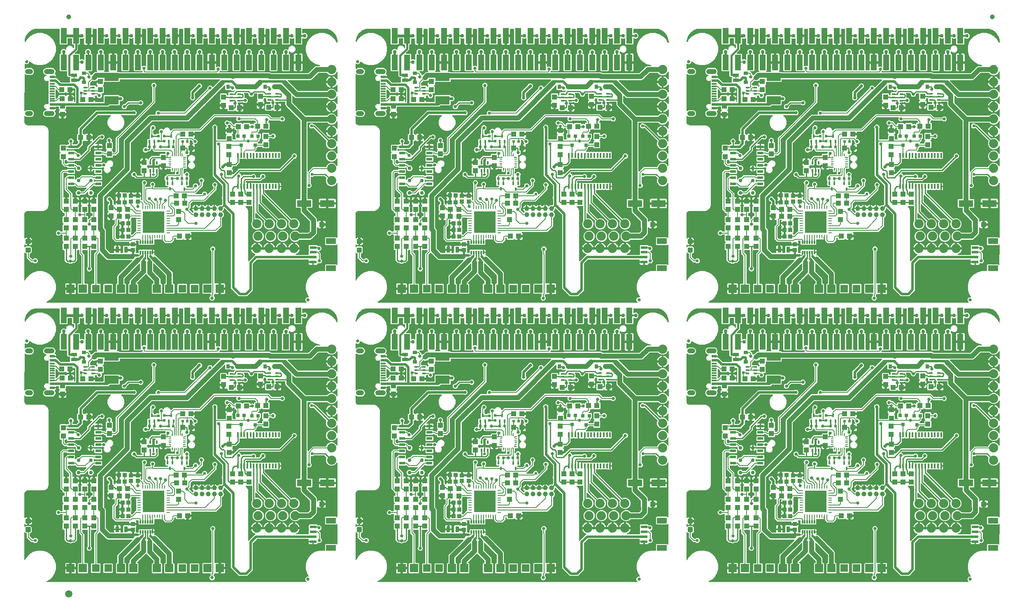
<source format=gtl>
G04 EAGLE Gerber RS-274X export*
G75*
%MOMM*%
%FSLAX34Y34*%
%LPD*%
%INTop Copper*%
%IPPOS*%
%AMOC8*
5,1,8,0,0,1.08239X$1,22.5*%
G01*
%ADD10R,1.000000X1.100000*%
%ADD11R,1.100000X1.000000*%
%ADD12R,0.300000X1.000000*%
%ADD13R,3.000000X1.400000*%
%ADD14R,2.000000X1.200000*%
%ADD15R,1.350000X0.600000*%
%ADD16R,1.000000X0.300000*%
%ADD17R,1.000000X0.600000*%
%ADD18C,1.000000*%
%ADD19R,2.895600X1.676400*%
%ADD20R,1.270000X0.635000*%
%ADD21R,0.254000X0.406400*%
%ADD22C,0.635000*%
%ADD23R,0.700000X0.700000*%
%ADD24R,0.800000X0.900000*%
%ADD25R,0.800000X0.400000*%
%ADD26R,0.900000X0.800000*%
%ADD27R,0.900000X0.850000*%
%ADD28R,0.850000X0.900000*%
%ADD29R,0.300000X0.700000*%
%ADD30R,2.000000X0.900000*%
%ADD31C,1.879600*%
%ADD32R,0.800000X1.200000*%
%ADD33C,0.300000*%
%ADD34R,0.284600X0.800000*%
%ADD35R,0.800000X0.284600*%
%ADD36R,4.400000X4.400000*%
%ADD37R,0.495000X0.250000*%
%ADD38R,0.600000X0.250000*%
%ADD39R,0.250000X0.495000*%
%ADD40R,0.250000X0.600000*%
%ADD41R,0.400000X0.750000*%
%ADD42R,0.460000X0.650000*%
%ADD43R,0.600000X0.600000*%
%ADD44R,1.676400X1.676400*%
%ADD45R,1.524000X1.524000*%
%ADD46R,1.200000X0.600000*%
%ADD47C,0.762000*%
%ADD48C,1.000000*%
%ADD49R,1.270000X3.175000*%
%ADD50C,1.500000*%
%ADD51C,0.203200*%
%ADD52C,0.254000*%
%ADD53C,0.304800*%
%ADD54C,1.016000*%
%ADD55C,0.508000*%
%ADD56C,0.604000*%
%ADD57C,0.609600*%
%ADD58C,0.609600*%
%ADD59C,0.406400*%
%ADD60C,0.177800*%

G36*
X582371Y578464D02*
X582371Y578464D01*
X582401Y578462D01*
X582512Y578484D01*
X582624Y578500D01*
X582651Y578512D01*
X582679Y578518D01*
X582780Y578570D01*
X582883Y578616D01*
X582906Y578635D01*
X582932Y578649D01*
X583014Y578727D01*
X583100Y578800D01*
X583117Y578824D01*
X583138Y578845D01*
X583195Y578942D01*
X583258Y579037D01*
X583267Y579065D01*
X583282Y579090D01*
X583309Y579199D01*
X583344Y579308D01*
X583344Y579337D01*
X583352Y579365D01*
X583348Y579479D01*
X583351Y579592D01*
X583344Y579620D01*
X583343Y579650D01*
X583308Y579758D01*
X583279Y579867D01*
X583264Y579892D01*
X583255Y579920D01*
X583210Y579984D01*
X583134Y580111D01*
X583088Y580154D01*
X583060Y580193D01*
X581943Y581311D01*
X581150Y583225D01*
X581150Y585297D01*
X581943Y587211D01*
X583408Y588676D01*
X585322Y589469D01*
X587190Y589469D01*
X587229Y589474D01*
X587268Y589472D01*
X587369Y589494D01*
X587472Y589509D01*
X587507Y589525D01*
X587545Y589533D01*
X587636Y589582D01*
X587731Y589625D01*
X587761Y589650D01*
X587795Y589669D01*
X587869Y589741D01*
X587948Y589808D01*
X587970Y589841D01*
X587997Y589868D01*
X588048Y589959D01*
X588106Y590045D01*
X588117Y590082D01*
X588136Y590116D01*
X588160Y590217D01*
X588191Y590316D01*
X588192Y590355D01*
X588201Y590393D01*
X588196Y590497D01*
X588199Y590600D01*
X588189Y590638D01*
X588187Y590677D01*
X588159Y590750D01*
X588127Y590875D01*
X588089Y590939D01*
X588069Y590992D01*
X584218Y597661D01*
X581967Y606063D01*
X581967Y614760D01*
X584218Y623162D01*
X588567Y630694D01*
X594717Y636844D01*
X602250Y641193D01*
X610651Y643444D01*
X619349Y643444D01*
X620339Y643179D01*
X620388Y643173D01*
X620434Y643158D01*
X620528Y643156D01*
X620621Y643145D01*
X620670Y643152D01*
X620718Y643151D01*
X620809Y643175D01*
X620902Y643190D01*
X620946Y643211D01*
X620993Y643223D01*
X621074Y643271D01*
X621159Y643311D01*
X621196Y643343D01*
X621238Y643368D01*
X621302Y643437D01*
X621373Y643499D01*
X621399Y643540D01*
X621432Y643575D01*
X621475Y643659D01*
X621526Y643738D01*
X621540Y643785D01*
X621562Y643829D01*
X621574Y643902D01*
X621606Y644011D01*
X621607Y644098D01*
X621617Y644160D01*
X621617Y655854D01*
X622808Y657044D01*
X644492Y657044D01*
X645269Y656267D01*
X645292Y656250D01*
X645311Y656227D01*
X645406Y656164D01*
X645497Y656096D01*
X645524Y656086D01*
X645548Y656070D01*
X645656Y656035D01*
X645762Y655995D01*
X645791Y655992D01*
X645819Y655984D01*
X645933Y655981D01*
X646046Y655971D01*
X646074Y655977D01*
X646103Y655976D01*
X646213Y656005D01*
X646324Y656027D01*
X646350Y656040D01*
X646378Y656048D01*
X646476Y656106D01*
X646577Y656158D01*
X646598Y656178D01*
X646622Y656193D01*
X646700Y656275D01*
X646783Y656354D01*
X646797Y656379D01*
X646817Y656400D01*
X646869Y656501D01*
X646927Y656599D01*
X646934Y656627D01*
X646947Y656653D01*
X646960Y656730D01*
X646997Y656875D01*
X646995Y656937D01*
X647003Y656984D01*
X647043Y697077D01*
X647038Y697107D01*
X647041Y697137D01*
X647019Y697247D01*
X647003Y697359D01*
X646991Y697386D01*
X646985Y697415D01*
X646933Y697516D01*
X646887Y697618D01*
X646868Y697641D01*
X646854Y697668D01*
X646776Y697749D01*
X646704Y697836D01*
X646679Y697852D01*
X646658Y697874D01*
X646561Y697931D01*
X646467Y697993D01*
X646439Y698003D01*
X646413Y698018D01*
X646304Y698045D01*
X646196Y698080D01*
X646166Y698080D01*
X646137Y698088D01*
X646025Y698084D01*
X645912Y698087D01*
X645883Y698080D01*
X645853Y698079D01*
X645746Y698044D01*
X645637Y698016D01*
X645611Y698000D01*
X645583Y697991D01*
X645519Y697946D01*
X645392Y697871D01*
X645349Y697825D01*
X645309Y697796D01*
X644492Y696979D01*
X622808Y696979D01*
X621617Y698170D01*
X621617Y711854D01*
X622808Y713044D01*
X644492Y713044D01*
X645325Y712211D01*
X645348Y712194D01*
X645367Y712172D01*
X645461Y712109D01*
X645552Y712040D01*
X645579Y712030D01*
X645603Y712014D01*
X645712Y711979D01*
X645818Y711939D01*
X645847Y711937D01*
X645874Y711928D01*
X645988Y711925D01*
X646101Y711915D01*
X646129Y711921D01*
X646158Y711920D01*
X646269Y711949D01*
X646380Y711971D01*
X646406Y711985D01*
X646434Y711992D01*
X646531Y712050D01*
X646632Y712102D01*
X646653Y712122D01*
X646678Y712137D01*
X646756Y712220D01*
X646838Y712298D01*
X646853Y712323D01*
X646873Y712344D01*
X646925Y712445D01*
X646982Y712543D01*
X646989Y712571D01*
X647002Y712597D01*
X647015Y712674D01*
X647052Y712819D01*
X647050Y712881D01*
X647058Y712928D01*
X647169Y823814D01*
X647157Y823900D01*
X647154Y823986D01*
X647137Y824040D01*
X647129Y824096D01*
X647094Y824175D01*
X647068Y824257D01*
X647036Y824304D01*
X647013Y824356D01*
X646957Y824422D01*
X646909Y824493D01*
X646866Y824530D01*
X646830Y824573D01*
X646758Y824621D01*
X646692Y824676D01*
X646640Y824699D01*
X646593Y824731D01*
X646511Y824757D01*
X646432Y824792D01*
X646376Y824799D01*
X646322Y824817D01*
X646236Y824819D01*
X646150Y824831D01*
X646094Y824823D01*
X646038Y824824D01*
X645954Y824802D01*
X645869Y824790D01*
X645818Y824767D01*
X645763Y824753D01*
X645688Y824708D01*
X645610Y824673D01*
X645567Y824636D01*
X645518Y824608D01*
X645459Y824545D01*
X645393Y824489D01*
X645367Y824447D01*
X645324Y824400D01*
X645257Y824270D01*
X645215Y824204D01*
X644691Y822937D01*
X641475Y819721D01*
X637274Y817981D01*
X632726Y817981D01*
X628525Y819721D01*
X625310Y822937D01*
X623569Y827138D01*
X623569Y831685D01*
X624624Y834231D01*
X624624Y834232D01*
X624625Y834234D01*
X624659Y834368D01*
X624695Y834506D01*
X624695Y834508D01*
X624695Y834509D01*
X624691Y834649D01*
X624686Y834790D01*
X624686Y834792D01*
X624686Y834793D01*
X624645Y834920D01*
X624600Y835061D01*
X624599Y835062D01*
X624598Y835064D01*
X624590Y835076D01*
X624442Y835297D01*
X624418Y835317D01*
X624404Y835337D01*
X620721Y839020D01*
X620651Y839072D01*
X620588Y839132D01*
X620538Y839157D01*
X620494Y839190D01*
X620412Y839222D01*
X620334Y839261D01*
X620287Y839269D01*
X620228Y839292D01*
X620081Y839304D01*
X620003Y839317D01*
X598623Y839317D01*
X598537Y839305D01*
X598449Y839302D01*
X598397Y839285D01*
X598342Y839277D01*
X598262Y839241D01*
X598179Y839214D01*
X598140Y839186D01*
X598083Y839161D01*
X597969Y839065D01*
X597906Y839019D01*
X596453Y837567D01*
X592836Y837567D01*
X592778Y837559D01*
X592720Y837560D01*
X592638Y837539D01*
X592554Y837527D01*
X592501Y837503D01*
X592445Y837488D01*
X592372Y837445D01*
X592295Y837411D01*
X592250Y837373D01*
X592200Y837343D01*
X592142Y837282D01*
X592078Y837227D01*
X592046Y837178D01*
X592006Y837136D01*
X591967Y837061D01*
X591920Y836990D01*
X591903Y836935D01*
X591876Y836883D01*
X591865Y836815D01*
X591835Y836719D01*
X591832Y836620D01*
X591821Y836552D01*
X591821Y824496D01*
X591833Y824410D01*
X591836Y824322D01*
X591853Y824270D01*
X591861Y824215D01*
X591896Y824135D01*
X591923Y824052D01*
X591951Y824012D01*
X591977Y823955D01*
X592073Y823842D01*
X592118Y823778D01*
X593187Y822710D01*
X593980Y820795D01*
X593980Y818724D01*
X593187Y816810D01*
X591722Y815345D01*
X589808Y814552D01*
X587736Y814552D01*
X586801Y814939D01*
X586774Y814946D01*
X586751Y814958D01*
X586687Y814969D01*
X586581Y815002D01*
X586553Y815003D01*
X586526Y815010D01*
X586453Y815008D01*
X586419Y815014D01*
X586413Y815014D01*
X586372Y815008D01*
X586296Y815010D01*
X586270Y815003D01*
X586242Y815002D01*
X586172Y814980D01*
X586131Y814974D01*
X586093Y814956D01*
X586021Y814938D01*
X585998Y814924D01*
X585971Y814915D01*
X585911Y814875D01*
X585872Y814857D01*
X585838Y814829D01*
X585777Y814793D01*
X585758Y814772D01*
X585735Y814757D01*
X585690Y814704D01*
X585655Y814674D01*
X585629Y814635D01*
X585582Y814585D01*
X585570Y814561D01*
X585552Y814539D01*
X585525Y814479D01*
X585497Y814437D01*
X585482Y814389D01*
X585453Y814332D01*
X585449Y814308D01*
X585436Y814280D01*
X585428Y814218D01*
X585411Y814166D01*
X585409Y814084D01*
X585400Y814016D01*
X585398Y814001D01*
X585398Y792673D01*
X585406Y792616D01*
X585404Y792562D01*
X585404Y792561D01*
X585404Y792556D01*
X585426Y792475D01*
X585437Y792391D01*
X585461Y792338D01*
X585476Y792281D01*
X585519Y792209D01*
X585554Y792132D01*
X585591Y792087D01*
X585621Y792037D01*
X585683Y791979D01*
X585737Y791915D01*
X585786Y791882D01*
X585829Y791842D01*
X585904Y791804D01*
X585974Y791757D01*
X586030Y791740D01*
X586082Y791713D01*
X586150Y791702D01*
X586245Y791672D01*
X586345Y791669D01*
X586413Y791658D01*
X594127Y791658D01*
X595318Y790467D01*
X595318Y774783D01*
X594127Y773592D01*
X586638Y773592D01*
X586581Y773584D01*
X586522Y773585D01*
X586440Y773564D01*
X586357Y773552D01*
X586304Y773528D01*
X586247Y773514D01*
X586175Y773471D01*
X586097Y773436D01*
X586053Y773398D01*
X586003Y773368D01*
X585945Y773307D01*
X585880Y773252D01*
X585848Y773204D01*
X585808Y773161D01*
X585770Y773086D01*
X585723Y773016D01*
X585705Y772960D01*
X585679Y772908D01*
X585667Y772840D01*
X585637Y772745D01*
X585635Y772645D01*
X585623Y772577D01*
X585623Y771260D01*
X585635Y771173D01*
X585638Y771085D01*
X585655Y771033D01*
X585663Y770978D01*
X585699Y770898D01*
X585726Y770815D01*
X585754Y770776D01*
X585779Y770719D01*
X585875Y770605D01*
X585921Y770542D01*
X603828Y752634D01*
X604911Y750020D01*
X604911Y745848D01*
X604923Y745761D01*
X604926Y745674D01*
X604943Y745621D01*
X604951Y745566D01*
X604986Y745487D01*
X605013Y745403D01*
X605041Y745364D01*
X605067Y745307D01*
X605163Y745194D01*
X605208Y745130D01*
X605359Y744979D01*
X605398Y744950D01*
X605431Y744914D01*
X605511Y744865D01*
X605586Y744809D01*
X605631Y744791D01*
X605673Y744766D01*
X605764Y744741D01*
X605852Y744707D01*
X605900Y744703D01*
X605947Y744690D01*
X606041Y744692D01*
X606135Y744684D01*
X606183Y744693D01*
X606231Y744694D01*
X606321Y744721D01*
X606414Y744740D01*
X606457Y744762D01*
X606504Y744776D01*
X606583Y744828D01*
X606666Y744871D01*
X606701Y744904D01*
X606742Y744931D01*
X606789Y744988D01*
X606872Y745067D01*
X606916Y745141D01*
X606956Y745190D01*
X607265Y745726D01*
X607738Y746198D01*
X607830Y746252D01*
X607831Y746252D01*
X608317Y746533D01*
X608964Y746706D01*
X612299Y746706D01*
X612299Y740396D01*
X612314Y740277D01*
X612321Y740159D01*
X612334Y740120D01*
X612339Y740080D01*
X612382Y739969D01*
X612419Y739856D01*
X612441Y739822D01*
X612456Y739784D01*
X612526Y739688D01*
X612589Y739587D01*
X612619Y739560D01*
X612642Y739527D01*
X612734Y739451D01*
X612821Y739370D01*
X612856Y739350D01*
X612887Y739324D01*
X612995Y739273D01*
X613099Y739216D01*
X613139Y739206D01*
X613175Y739189D01*
X613282Y739168D01*
X613252Y739165D01*
X613142Y739121D01*
X613029Y739084D01*
X612994Y739062D01*
X612957Y739048D01*
X612861Y738978D01*
X612760Y738914D01*
X612732Y738884D01*
X612699Y738861D01*
X612624Y738769D01*
X612542Y738682D01*
X612522Y738647D01*
X612497Y738616D01*
X612446Y738508D01*
X612388Y738404D01*
X612378Y738365D01*
X612361Y738328D01*
X612339Y738211D01*
X612309Y738096D01*
X612305Y738036D01*
X612301Y738016D01*
X612303Y737995D01*
X612299Y737935D01*
X612299Y731625D01*
X608964Y731625D01*
X608317Y731798D01*
X607831Y732079D01*
X607830Y732079D01*
X607738Y732132D01*
X607265Y732605D01*
X606956Y733141D01*
X606926Y733179D01*
X606903Y733223D01*
X606839Y733291D01*
X606781Y733365D01*
X606741Y733393D01*
X606707Y733429D01*
X606626Y733476D01*
X606550Y733531D01*
X606504Y733548D01*
X606462Y733572D01*
X606371Y733596D01*
X606283Y733627D01*
X606234Y733631D01*
X606187Y733643D01*
X606093Y733640D01*
X605999Y733646D01*
X605951Y733635D01*
X605903Y733634D01*
X605813Y733605D01*
X605721Y733584D01*
X605678Y733561D01*
X605632Y733546D01*
X605572Y733503D01*
X605471Y733449D01*
X605410Y733388D01*
X605359Y733351D01*
X605208Y733201D01*
X605156Y733131D01*
X605096Y733067D01*
X605071Y733018D01*
X605037Y732974D01*
X605006Y732892D01*
X604966Y732814D01*
X604958Y732766D01*
X604936Y732708D01*
X604924Y732560D01*
X604911Y732483D01*
X604911Y721504D01*
X603828Y718889D01*
X601684Y716746D01*
X596164Y711225D01*
X594020Y709082D01*
X591406Y707999D01*
X569543Y707999D01*
X569457Y707987D01*
X569369Y707984D01*
X569317Y707967D01*
X569262Y707959D01*
X569182Y707923D01*
X569099Y707896D01*
X569059Y707868D01*
X569002Y707843D01*
X568889Y707747D01*
X568825Y707701D01*
X566545Y705421D01*
X562344Y703681D01*
X557796Y703681D01*
X553595Y705421D01*
X550380Y708637D01*
X548639Y712838D01*
X548639Y717385D01*
X550380Y721587D01*
X553595Y724802D01*
X557796Y726542D01*
X562344Y726542D01*
X566545Y724802D01*
X568825Y722522D01*
X568895Y722469D01*
X568959Y722409D01*
X569008Y722384D01*
X569053Y722351D01*
X569134Y722320D01*
X569212Y722280D01*
X569260Y722272D01*
X569318Y722250D01*
X569466Y722237D01*
X569543Y722224D01*
X586624Y722224D01*
X586711Y722237D01*
X586799Y722239D01*
X586851Y722256D01*
X586906Y722264D01*
X586986Y722300D01*
X587069Y722327D01*
X587108Y722355D01*
X587165Y722380D01*
X587279Y722476D01*
X587342Y722522D01*
X590388Y725567D01*
X590440Y725637D01*
X590500Y725701D01*
X590526Y725750D01*
X590559Y725794D01*
X590590Y725876D01*
X590630Y725954D01*
X590638Y726002D01*
X590660Y726060D01*
X590672Y726208D01*
X590685Y726285D01*
X590685Y732483D01*
X590673Y732569D01*
X590670Y732657D01*
X590653Y732710D01*
X590646Y732764D01*
X590610Y732844D01*
X590583Y732927D01*
X590555Y732967D01*
X590529Y733024D01*
X590433Y733137D01*
X590388Y733201D01*
X590265Y733323D01*
X590265Y745082D01*
X590275Y745107D01*
X590305Y745158D01*
X590325Y745239D01*
X590355Y745318D01*
X590360Y745376D01*
X590375Y745433D01*
X590372Y745517D01*
X590379Y745601D01*
X590367Y745659D01*
X590366Y745717D01*
X590340Y745797D01*
X590323Y745880D01*
X590296Y745932D01*
X590278Y745988D01*
X590238Y746044D01*
X590192Y746132D01*
X590123Y746205D01*
X590083Y746261D01*
X572481Y763864D01*
X571398Y766478D01*
X571398Y772577D01*
X571389Y772635D01*
X571391Y772693D01*
X571370Y772775D01*
X571358Y772858D01*
X571334Y772912D01*
X571319Y772968D01*
X571276Y773041D01*
X571242Y773118D01*
X571204Y773162D01*
X571174Y773213D01*
X571112Y773270D01*
X571058Y773335D01*
X571009Y773367D01*
X570967Y773407D01*
X570892Y773446D01*
X570821Y773492D01*
X570765Y773510D01*
X570713Y773537D01*
X570645Y773548D01*
X570550Y773578D01*
X570450Y773581D01*
X570382Y773592D01*
X562443Y773592D01*
X561252Y774783D01*
X561252Y790467D01*
X562443Y791658D01*
X570157Y791658D01*
X570215Y791666D01*
X570273Y791664D01*
X570355Y791686D01*
X570438Y791697D01*
X570492Y791721D01*
X570548Y791736D01*
X570621Y791779D01*
X570698Y791814D01*
X570742Y791851D01*
X570793Y791881D01*
X570850Y791943D01*
X570915Y791997D01*
X570947Y792046D01*
X570987Y792089D01*
X571026Y792164D01*
X571072Y792234D01*
X571090Y792290D01*
X571117Y792342D01*
X571128Y792410D01*
X571158Y792505D01*
X571161Y792605D01*
X571172Y792673D01*
X571172Y952788D01*
X571160Y952875D01*
X571157Y952962D01*
X571140Y953015D01*
X571132Y953069D01*
X571096Y953149D01*
X571070Y953232D01*
X571042Y953272D01*
X571016Y953329D01*
X570920Y953442D01*
X570875Y953506D01*
X543103Y981278D01*
X540959Y983421D01*
X539876Y986036D01*
X539876Y991314D01*
X539868Y991371D01*
X539870Y991430D01*
X539848Y991512D01*
X539836Y991595D01*
X539813Y991648D01*
X539798Y991705D01*
X539755Y991777D01*
X539720Y991855D01*
X539682Y991899D01*
X539653Y991949D01*
X539591Y992007D01*
X539537Y992072D01*
X539488Y992104D01*
X539445Y992144D01*
X539370Y992182D01*
X539300Y992229D01*
X539244Y992247D01*
X539192Y992273D01*
X539124Y992285D01*
X539029Y992315D01*
X538929Y992317D01*
X538861Y992329D01*
X528343Y992329D01*
X528256Y992317D01*
X528168Y992314D01*
X528116Y992297D01*
X528061Y992289D01*
X527981Y992253D01*
X527898Y992226D01*
X527859Y992198D01*
X527802Y992173D01*
X527688Y992077D01*
X527625Y992031D01*
X527192Y991599D01*
X520459Y991599D01*
X520401Y991591D01*
X520343Y991592D01*
X520261Y991571D01*
X520178Y991559D01*
X520124Y991535D01*
X520068Y991520D01*
X519995Y991477D01*
X519918Y991443D01*
X519873Y991405D01*
X519823Y991375D01*
X519765Y991314D01*
X519701Y991259D01*
X519669Y991210D01*
X519629Y991168D01*
X519590Y991093D01*
X519544Y991022D01*
X519526Y990967D01*
X519499Y990915D01*
X519488Y990847D01*
X519458Y990751D01*
X519455Y990652D01*
X519444Y990584D01*
X519444Y989098D01*
X519452Y989040D01*
X519450Y988981D01*
X519472Y988900D01*
X519484Y988816D01*
X519508Y988763D01*
X519522Y988706D01*
X519565Y988634D01*
X519600Y988557D01*
X519638Y988512D01*
X519668Y988462D01*
X519729Y988404D01*
X519784Y988340D01*
X519832Y988307D01*
X519875Y988267D01*
X519950Y988229D01*
X520020Y988182D01*
X520076Y988164D01*
X520128Y988138D01*
X520196Y988126D01*
X520291Y988096D01*
X520391Y988094D01*
X520459Y988082D01*
X521047Y988082D01*
X521047Y981558D01*
X521056Y981500D01*
X521054Y981441D01*
X521075Y981360D01*
X521087Y981276D01*
X521111Y981223D01*
X521126Y981166D01*
X521169Y981094D01*
X521203Y981017D01*
X521241Y980972D01*
X521271Y980922D01*
X521333Y980864D01*
X521387Y980800D01*
X521436Y980767D01*
X521478Y980727D01*
X521554Y980689D01*
X521624Y980642D01*
X521680Y980625D01*
X521732Y980598D01*
X521800Y980587D01*
X521827Y980578D01*
X521730Y980566D01*
X521612Y980558D01*
X521573Y980546D01*
X521533Y980541D01*
X521422Y980497D01*
X521309Y980460D01*
X521275Y980439D01*
X521237Y980424D01*
X521141Y980354D01*
X521040Y980290D01*
X521013Y980261D01*
X520980Y980237D01*
X520904Y980145D01*
X520822Y980059D01*
X520803Y980023D01*
X520777Y979992D01*
X520726Y979884D01*
X520669Y979780D01*
X520659Y979741D01*
X520642Y979704D01*
X520619Y979587D01*
X520590Y979472D01*
X520586Y979412D01*
X520582Y979392D01*
X520583Y979376D01*
X520582Y979371D01*
X520582Y979361D01*
X520579Y979311D01*
X520579Y973001D01*
X517244Y973001D01*
X516598Y973174D01*
X516195Y973407D01*
X516019Y973509D01*
X515835Y973692D01*
X515546Y973981D01*
X515236Y974517D01*
X515206Y974556D01*
X515184Y974599D01*
X515119Y974667D01*
X515061Y974741D01*
X515022Y974770D01*
X514988Y974805D01*
X514907Y974853D01*
X514831Y974908D01*
X514785Y974924D01*
X514743Y974949D01*
X514652Y974972D01*
X514563Y975004D01*
X514514Y975007D01*
X514467Y975019D01*
X514373Y975016D01*
X514279Y975022D01*
X514232Y975011D01*
X514183Y975010D01*
X514094Y974981D01*
X514002Y974961D01*
X513959Y974937D01*
X513913Y974922D01*
X513852Y974879D01*
X513752Y974825D01*
X513690Y974764D01*
X513639Y974727D01*
X512421Y973509D01*
X499737Y973509D01*
X498546Y974700D01*
X498546Y986384D01*
X499737Y987574D01*
X508013Y987574D01*
X508071Y987583D01*
X508129Y987581D01*
X508211Y987602D01*
X508295Y987614D01*
X508348Y987638D01*
X508404Y987653D01*
X508477Y987696D01*
X508554Y987730D01*
X508599Y987768D01*
X508649Y987798D01*
X508707Y987860D01*
X508771Y987914D01*
X508803Y987963D01*
X508843Y988005D01*
X508882Y988080D01*
X508929Y988151D01*
X508946Y988207D01*
X508973Y988259D01*
X508984Y988327D01*
X509014Y988422D01*
X509017Y988522D01*
X509028Y988590D01*
X509028Y990584D01*
X509020Y990641D01*
X509022Y990700D01*
X509000Y990782D01*
X508988Y990865D01*
X508965Y990918D01*
X508950Y990975D01*
X508907Y991047D01*
X508872Y991125D01*
X508834Y991169D01*
X508805Y991219D01*
X508743Y991277D01*
X508689Y991342D01*
X508640Y991374D01*
X508597Y991414D01*
X508522Y991452D01*
X508452Y991499D01*
X508396Y991517D01*
X508344Y991543D01*
X508276Y991555D01*
X508181Y991585D01*
X508081Y991587D01*
X508013Y991599D01*
X501508Y991599D01*
X500317Y992790D01*
X500317Y997814D01*
X500310Y997863D01*
X500311Y997875D01*
X500309Y997880D01*
X500311Y997930D01*
X500289Y998012D01*
X500277Y998095D01*
X500254Y998148D01*
X500239Y998205D01*
X500196Y998277D01*
X500161Y998355D01*
X500123Y998399D01*
X500094Y998449D01*
X500032Y998507D01*
X499978Y998572D01*
X499929Y998604D01*
X499886Y998644D01*
X499811Y998682D01*
X499741Y998729D01*
X499685Y998747D01*
X499633Y998773D01*
X499565Y998785D01*
X499470Y998815D01*
X499370Y998817D01*
X499302Y998829D01*
X498123Y998829D01*
X497716Y999236D01*
X497692Y999254D01*
X497673Y999276D01*
X497579Y999339D01*
X497489Y999407D01*
X497461Y999417D01*
X497437Y999434D01*
X497329Y999468D01*
X497223Y999508D01*
X497194Y999511D01*
X497166Y999519D01*
X497052Y999522D01*
X496940Y999532D01*
X496911Y999526D01*
X496882Y999527D01*
X496772Y999498D01*
X496661Y999476D01*
X496635Y999462D01*
X496607Y999455D01*
X496509Y999397D01*
X496409Y999345D01*
X496387Y999325D01*
X496362Y999310D01*
X496285Y999227D01*
X496203Y999149D01*
X496188Y999124D01*
X496168Y999102D01*
X496116Y999001D01*
X496059Y998904D01*
X496052Y998875D01*
X496038Y998849D01*
X496025Y998772D01*
X495989Y998628D01*
X495991Y998566D01*
X495983Y998518D01*
X495983Y996670D01*
X494764Y995451D01*
X494735Y995412D01*
X494699Y995379D01*
X494650Y995299D01*
X494593Y995224D01*
X494576Y995178D01*
X494550Y995137D01*
X494525Y995046D01*
X494492Y994958D01*
X494488Y994910D01*
X494475Y994863D01*
X494476Y994768D01*
X494468Y994675D01*
X494478Y994627D01*
X494479Y994578D01*
X494506Y994488D01*
X494524Y994396D01*
X494547Y994353D01*
X494561Y994306D01*
X494612Y994227D01*
X494655Y994144D01*
X494689Y994108D01*
X494715Y994068D01*
X494773Y994020D01*
X494851Y993938D01*
X494913Y993902D01*
X494933Y993882D01*
X494951Y993873D01*
X494974Y993854D01*
X495510Y993545D01*
X495983Y993072D01*
X496318Y992492D01*
X496491Y991846D01*
X496491Y988043D01*
X489966Y988043D01*
X489908Y988035D01*
X489850Y988036D01*
X489768Y988015D01*
X489685Y988003D01*
X489631Y987979D01*
X489575Y987964D01*
X489502Y987921D01*
X489425Y987887D01*
X489381Y987849D01*
X489330Y987819D01*
X489273Y987757D01*
X489208Y987703D01*
X489176Y987654D01*
X489136Y987612D01*
X489097Y987537D01*
X489051Y987466D01*
X489033Y987411D01*
X489006Y987359D01*
X488995Y987291D01*
X488986Y987263D01*
X488974Y987360D01*
X488967Y987479D01*
X488954Y987517D01*
X488949Y987557D01*
X488905Y987668D01*
X488869Y987781D01*
X488847Y987815D01*
X488832Y987853D01*
X488762Y987949D01*
X488699Y988050D01*
X488669Y988077D01*
X488645Y988110D01*
X488554Y988186D01*
X488467Y988268D01*
X488432Y988287D01*
X488400Y988313D01*
X488293Y988364D01*
X488188Y988421D01*
X488149Y988431D01*
X488113Y988449D01*
X487996Y988471D01*
X487880Y988501D01*
X487820Y988504D01*
X487800Y988508D01*
X487780Y988507D01*
X487720Y988511D01*
X481409Y988511D01*
X481409Y991846D01*
X481582Y992492D01*
X481818Y992900D01*
X481902Y993045D01*
X481917Y993072D01*
X482100Y993255D01*
X482390Y993545D01*
X482926Y993854D01*
X482964Y993884D01*
X483007Y993906D01*
X483075Y993971D01*
X483149Y994029D01*
X483178Y994069D01*
X483213Y994102D01*
X483261Y994183D01*
X483316Y994260D01*
X483332Y994305D01*
X483357Y994348D01*
X483380Y994438D01*
X483412Y994527D01*
X483415Y994576D01*
X483427Y994623D01*
X483424Y994717D01*
X483430Y994811D01*
X483420Y994858D01*
X483418Y994907D01*
X483389Y994997D01*
X483369Y995088D01*
X483346Y995131D01*
X483331Y995178D01*
X483288Y995238D01*
X483233Y995338D01*
X483172Y995400D01*
X483136Y995451D01*
X481917Y996670D01*
X481917Y1008202D01*
X481909Y1008260D01*
X481911Y1008319D01*
X481889Y1008400D01*
X481877Y1008484D01*
X481854Y1008537D01*
X481839Y1008594D01*
X481796Y1008666D01*
X481761Y1008743D01*
X481723Y1008788D01*
X481694Y1008838D01*
X481632Y1008896D01*
X481578Y1008960D01*
X481529Y1008993D01*
X481486Y1009033D01*
X481411Y1009071D01*
X481341Y1009118D01*
X481285Y1009135D01*
X481233Y1009162D01*
X481165Y1009173D01*
X481070Y1009203D01*
X480970Y1009206D01*
X480902Y1009217D01*
X476997Y1009217D01*
X476911Y1009205D01*
X476823Y1009202D01*
X476770Y1009185D01*
X476716Y1009178D01*
X476636Y1009142D01*
X476553Y1009115D01*
X476513Y1009087D01*
X476456Y1009061D01*
X476343Y1008965D01*
X476279Y1008920D01*
X475405Y1008046D01*
X475353Y1007976D01*
X475293Y1007912D01*
X475267Y1007863D01*
X475234Y1007819D01*
X475203Y1007737D01*
X475163Y1007659D01*
X475155Y1007612D01*
X475133Y1007553D01*
X475121Y1007405D01*
X475108Y1007328D01*
X475108Y1006176D01*
X474315Y1004262D01*
X472850Y1002797D01*
X470936Y1002004D01*
X468864Y1002004D01*
X466950Y1002797D01*
X465485Y1004262D01*
X464692Y1006176D01*
X464692Y1007328D01*
X464680Y1007415D01*
X464677Y1007502D01*
X464660Y1007555D01*
X464652Y1007610D01*
X464617Y1007689D01*
X464590Y1007773D01*
X464562Y1007812D01*
X464536Y1007869D01*
X464440Y1007982D01*
X464395Y1008046D01*
X462708Y1009733D01*
X462638Y1009785D01*
X462574Y1009845D01*
X462525Y1009871D01*
X462481Y1009904D01*
X462399Y1009935D01*
X462321Y1009975D01*
X462274Y1009983D01*
X462215Y1010005D01*
X462067Y1010017D01*
X461990Y1010030D01*
X455331Y1010030D01*
X455302Y1010026D01*
X455273Y1010029D01*
X455162Y1010006D01*
X455049Y1009990D01*
X455023Y1009978D01*
X454994Y1009973D01*
X454893Y1009920D01*
X454790Y1009874D01*
X454768Y1009855D01*
X454742Y1009842D01*
X454659Y1009764D01*
X454573Y1009691D01*
X454557Y1009666D01*
X454535Y1009646D01*
X454478Y1009548D01*
X454415Y1009454D01*
X454407Y1009426D01*
X454392Y1009401D01*
X454364Y1009291D01*
X454330Y1009183D01*
X454329Y1009153D01*
X454322Y1009125D01*
X454325Y1009012D01*
X454322Y1008899D01*
X454330Y1008870D01*
X454331Y1008841D01*
X454366Y1008733D01*
X454394Y1008624D01*
X454409Y1008598D01*
X454418Y1008570D01*
X454464Y1008506D01*
X454539Y1008379D01*
X454585Y1008336D01*
X454613Y1008297D01*
X455651Y1007259D01*
X455651Y1000735D01*
X455660Y1000677D01*
X455658Y1000618D01*
X455679Y1000537D01*
X455691Y1000453D01*
X455715Y1000400D01*
X455730Y1000343D01*
X455773Y1000271D01*
X455807Y1000194D01*
X455845Y1000149D01*
X455875Y1000099D01*
X455937Y1000041D01*
X455991Y999977D01*
X456040Y999944D01*
X456082Y999904D01*
X456157Y999866D01*
X456228Y999819D01*
X456284Y999801D01*
X456336Y999775D01*
X456404Y999763D01*
X456499Y999733D01*
X456599Y999731D01*
X456667Y999719D01*
X458236Y999719D01*
X460150Y998927D01*
X461615Y997462D01*
X462408Y995547D01*
X462408Y993476D01*
X461615Y991562D01*
X460150Y990097D01*
X458236Y989304D01*
X456164Y989304D01*
X454250Y990097D01*
X453435Y990911D01*
X453365Y990964D01*
X453302Y991024D01*
X453252Y991049D01*
X453208Y991082D01*
X453126Y991114D01*
X453048Y991153D01*
X453001Y991161D01*
X452942Y991184D01*
X452795Y991196D01*
X452717Y991209D01*
X451023Y991209D01*
X450936Y991197D01*
X450848Y991194D01*
X450796Y991177D01*
X450741Y991169D01*
X450661Y991133D01*
X450578Y991106D01*
X450539Y991078D01*
X450482Y991053D01*
X450368Y990957D01*
X450305Y990911D01*
X449722Y990329D01*
X442881Y990329D01*
X442823Y990321D01*
X442765Y990322D01*
X442683Y990301D01*
X442600Y990289D01*
X442546Y990265D01*
X442490Y990250D01*
X442418Y990207D01*
X442340Y990173D01*
X442296Y990135D01*
X442246Y990105D01*
X442188Y990044D01*
X442123Y989989D01*
X442091Y989940D01*
X442051Y989898D01*
X442013Y989823D01*
X441966Y989752D01*
X441948Y989697D01*
X441922Y989645D01*
X441910Y989577D01*
X441880Y989481D01*
X441878Y989382D01*
X441866Y989314D01*
X441866Y988158D01*
X441874Y988100D01*
X441873Y988041D01*
X441894Y987960D01*
X441906Y987876D01*
X441930Y987823D01*
X441945Y987766D01*
X441988Y987694D01*
X442022Y987617D01*
X442060Y987572D01*
X442090Y987522D01*
X442151Y987464D01*
X442206Y987400D01*
X442254Y987367D01*
X442297Y987327D01*
X442372Y987289D01*
X442442Y987242D01*
X442498Y987225D01*
X442550Y987198D01*
X442618Y987187D01*
X442714Y987157D01*
X442813Y987154D01*
X442881Y987143D01*
X443349Y987143D01*
X443349Y980618D01*
X443357Y980560D01*
X443355Y980502D01*
X443377Y980420D01*
X443389Y980336D01*
X443413Y980283D01*
X443427Y980227D01*
X443470Y980154D01*
X443505Y980077D01*
X443543Y980032D01*
X443573Y979982D01*
X443634Y979924D01*
X443689Y979860D01*
X443737Y979828D01*
X443780Y979788D01*
X443855Y979749D01*
X443925Y979702D01*
X443981Y979685D01*
X444033Y979658D01*
X444101Y979647D01*
X444128Y979638D01*
X444032Y979626D01*
X443913Y979619D01*
X443875Y979606D01*
X443834Y979601D01*
X443724Y979557D01*
X443611Y979521D01*
X443576Y979499D01*
X443539Y979484D01*
X443442Y979414D01*
X443342Y979350D01*
X443314Y979321D01*
X443281Y979297D01*
X443205Y979205D01*
X443124Y979119D01*
X443104Y979083D01*
X443079Y979052D01*
X443028Y978945D01*
X442970Y978840D01*
X442960Y978801D01*
X442943Y978764D01*
X442921Y978648D01*
X442891Y978532D01*
X442887Y978472D01*
X442883Y978452D01*
X442885Y978432D01*
X442881Y978372D01*
X442881Y972061D01*
X439546Y972061D01*
X438899Y972234D01*
X438645Y972381D01*
X438320Y972569D01*
X438137Y972752D01*
X437847Y973042D01*
X437538Y973577D01*
X437508Y973616D01*
X437485Y973659D01*
X437421Y973727D01*
X437362Y973801D01*
X437323Y973830D01*
X437289Y973865D01*
X437208Y973913D01*
X437132Y973968D01*
X437086Y973984D01*
X437044Y974009D01*
X436953Y974032D01*
X436865Y974064D01*
X436816Y974067D01*
X436769Y974079D01*
X436675Y974076D01*
X436581Y974082D01*
X436533Y974072D01*
X436484Y974070D01*
X436395Y974041D01*
X436303Y974021D01*
X436260Y973998D01*
X436214Y973983D01*
X436154Y973940D01*
X436053Y973885D01*
X435992Y973824D01*
X435941Y973788D01*
X434722Y972569D01*
X422038Y972569D01*
X420847Y973760D01*
X420847Y976338D01*
X420842Y976376D01*
X420844Y976415D01*
X420822Y976517D01*
X420807Y976619D01*
X420791Y976655D01*
X420783Y976693D01*
X420734Y976784D01*
X420691Y976878D01*
X420666Y976908D01*
X420647Y976943D01*
X420574Y977016D01*
X420508Y977095D01*
X420475Y977117D01*
X420448Y977145D01*
X420357Y977196D01*
X420271Y977253D01*
X420234Y977265D01*
X420200Y977284D01*
X420099Y977308D01*
X420000Y977339D01*
X419961Y977340D01*
X419923Y977349D01*
X419819Y977343D01*
X419716Y977346D01*
X419678Y977336D01*
X419639Y977334D01*
X419566Y977307D01*
X419441Y977274D01*
X419377Y977236D01*
X419324Y977217D01*
X418731Y976874D01*
X418234Y976741D01*
X418233Y976741D01*
X418084Y976701D01*
X415249Y976701D01*
X415249Y983511D01*
X415234Y983629D01*
X415227Y983748D01*
X415214Y983787D01*
X415209Y983827D01*
X415166Y983938D01*
X415129Y984051D01*
X415107Y984085D01*
X415092Y984123D01*
X415023Y984219D01*
X414959Y984320D01*
X414929Y984347D01*
X414906Y984380D01*
X414814Y984456D01*
X414727Y984537D01*
X414692Y984557D01*
X414661Y984583D01*
X414553Y984633D01*
X414449Y984691D01*
X414409Y984701D01*
X414373Y984718D01*
X414256Y984741D01*
X414141Y984770D01*
X414081Y984774D01*
X414061Y984778D01*
X414040Y984777D01*
X413980Y984781D01*
X412789Y984781D01*
X412789Y985972D01*
X412774Y986090D01*
X412767Y986209D01*
X412754Y986247D01*
X412749Y986287D01*
X412705Y986398D01*
X412669Y986511D01*
X412647Y986545D01*
X412632Y986583D01*
X412562Y986679D01*
X412499Y986780D01*
X412469Y986807D01*
X412445Y986840D01*
X412354Y986916D01*
X412267Y986998D01*
X412232Y987017D01*
X412200Y987043D01*
X412093Y987094D01*
X411988Y987151D01*
X411949Y987161D01*
X411913Y987179D01*
X411796Y987201D01*
X411680Y987231D01*
X411620Y987234D01*
X411600Y987238D01*
X411580Y987237D01*
X411520Y987241D01*
X405209Y987241D01*
X405209Y990576D01*
X405382Y991222D01*
X405582Y991569D01*
X405712Y991794D01*
X405717Y991802D01*
X405900Y991985D01*
X406190Y992275D01*
X406726Y992584D01*
X406764Y992614D01*
X406807Y992636D01*
X406876Y992701D01*
X406949Y992759D01*
X406978Y992799D01*
X407013Y992832D01*
X407061Y992913D01*
X407116Y992990D01*
X407133Y993036D01*
X407157Y993078D01*
X407180Y993168D01*
X407212Y993257D01*
X407215Y993306D01*
X407227Y993353D01*
X407224Y993447D01*
X407230Y993541D01*
X407220Y993588D01*
X407218Y993637D01*
X407189Y993727D01*
X407169Y993818D01*
X407146Y993861D01*
X407131Y993908D01*
X407088Y993968D01*
X407033Y994068D01*
X406972Y994130D01*
X406936Y994181D01*
X405717Y995400D01*
X405717Y1008084D01*
X406908Y1009274D01*
X418592Y1009274D01*
X419783Y1008084D01*
X419783Y1006272D01*
X419791Y1006214D01*
X419789Y1006155D01*
X419811Y1006074D01*
X419823Y1005990D01*
X419846Y1005937D01*
X419861Y1005880D01*
X419904Y1005808D01*
X419939Y1005731D01*
X419977Y1005686D01*
X420006Y1005636D01*
X420068Y1005578D01*
X420122Y1005514D01*
X420171Y1005481D01*
X420214Y1005441D01*
X420289Y1005403D01*
X420359Y1005356D01*
X420415Y1005339D01*
X420467Y1005312D01*
X420535Y1005301D01*
X420630Y1005270D01*
X420730Y1005268D01*
X420798Y1005257D01*
X421832Y1005257D01*
X421890Y1005265D01*
X421948Y1005263D01*
X422030Y1005285D01*
X422114Y1005296D01*
X422167Y1005320D01*
X422223Y1005335D01*
X422296Y1005378D01*
X422373Y1005413D01*
X422418Y1005450D01*
X422468Y1005480D01*
X422526Y1005542D01*
X422590Y1005596D01*
X422622Y1005645D01*
X422662Y1005688D01*
X422701Y1005763D01*
X422748Y1005833D01*
X422765Y1005889D01*
X422792Y1005941D01*
X422803Y1006009D01*
X422833Y1006104D01*
X422836Y1006204D01*
X422847Y1006272D01*
X422847Y1010204D01*
X424038Y1011394D01*
X433070Y1011394D01*
X433128Y1011403D01*
X433186Y1011401D01*
X433268Y1011422D01*
X433352Y1011434D01*
X433405Y1011458D01*
X433461Y1011473D01*
X433534Y1011516D01*
X433611Y1011550D01*
X433656Y1011588D01*
X433706Y1011618D01*
X433764Y1011680D01*
X433828Y1011734D01*
X433860Y1011783D01*
X433900Y1011825D01*
X433939Y1011900D01*
X433986Y1011971D01*
X434003Y1012027D01*
X434030Y1012079D01*
X434041Y1012147D01*
X434071Y1012242D01*
X434074Y1012342D01*
X434085Y1012410D01*
X434085Y1012491D01*
X435340Y1013746D01*
X435392Y1013815D01*
X435451Y1013877D01*
X435477Y1013928D01*
X435511Y1013973D01*
X435542Y1014054D01*
X435581Y1014130D01*
X435592Y1014186D01*
X435612Y1014239D01*
X435620Y1014325D01*
X435636Y1014409D01*
X435631Y1014466D01*
X435636Y1014522D01*
X435619Y1014607D01*
X435612Y1014692D01*
X435591Y1014745D01*
X435580Y1014801D01*
X435541Y1014877D01*
X435510Y1014958D01*
X435475Y1015003D01*
X435449Y1015053D01*
X435390Y1015116D01*
X435338Y1015184D01*
X435293Y1015218D01*
X435253Y1015260D01*
X435179Y1015303D01*
X435110Y1015354D01*
X435057Y1015375D01*
X435008Y1015403D01*
X434925Y1015424D01*
X434844Y1015455D01*
X434788Y1015459D01*
X434733Y1015473D01*
X434647Y1015471D01*
X434561Y1015478D01*
X434513Y1015466D01*
X434448Y1015464D01*
X434310Y1015420D01*
X434234Y1015402D01*
X432303Y1014602D01*
X430231Y1014602D01*
X428317Y1015395D01*
X427931Y1015781D01*
X427861Y1015834D01*
X427797Y1015894D01*
X427748Y1015919D01*
X427703Y1015952D01*
X427622Y1015984D01*
X427544Y1016023D01*
X427496Y1016031D01*
X427438Y1016054D01*
X427290Y1016066D01*
X427213Y1016079D01*
X417458Y1016079D01*
X416267Y1017270D01*
X416267Y1024737D01*
X416263Y1024766D01*
X416266Y1024795D01*
X416243Y1024906D01*
X416227Y1025018D01*
X416215Y1025045D01*
X416210Y1025074D01*
X416158Y1025174D01*
X416111Y1025277D01*
X416092Y1025300D01*
X416079Y1025326D01*
X416001Y1025408D01*
X415928Y1025494D01*
X415903Y1025511D01*
X415883Y1025532D01*
X415785Y1025589D01*
X415691Y1025652D01*
X415663Y1025661D01*
X415638Y1025676D01*
X415528Y1025704D01*
X415420Y1025738D01*
X415390Y1025739D01*
X415362Y1025746D01*
X415249Y1025742D01*
X415136Y1025745D01*
X415107Y1025738D01*
X415078Y1025737D01*
X414970Y1025702D01*
X414861Y1025673D01*
X414835Y1025658D01*
X414807Y1025649D01*
X414744Y1025604D01*
X414616Y1025528D01*
X414573Y1025482D01*
X414534Y1025454D01*
X343612Y954532D01*
X341468Y952388D01*
X338854Y951305D01*
X266358Y951305D01*
X266272Y951293D01*
X266184Y951290D01*
X266132Y951273D01*
X266077Y951266D01*
X265997Y951230D01*
X265914Y951203D01*
X265875Y951175D01*
X265817Y951149D01*
X265704Y951054D01*
X265640Y951008D01*
X222015Y907382D01*
X221962Y907313D01*
X221902Y907249D01*
X221877Y907199D01*
X221844Y907155D01*
X221813Y907073D01*
X221773Y906996D01*
X221765Y906948D01*
X221743Y906889D01*
X221730Y906742D01*
X221717Y906664D01*
X221717Y851873D01*
X220634Y849258D01*
X218491Y847115D01*
X167075Y795699D01*
X167022Y795629D01*
X166962Y795565D01*
X166937Y795516D01*
X166904Y795471D01*
X166872Y795390D01*
X166833Y795312D01*
X166825Y795264D01*
X166802Y795206D01*
X166790Y795058D01*
X166777Y794981D01*
X166777Y732956D01*
X166789Y732870D01*
X166792Y732782D01*
X166809Y732730D01*
X166817Y732675D01*
X166853Y732595D01*
X166880Y732512D01*
X166908Y732473D01*
X166933Y732415D01*
X167029Y732302D01*
X167075Y732238D01*
X169530Y729783D01*
X170613Y727169D01*
X170613Y689599D01*
X170625Y689512D01*
X170628Y689424D01*
X170645Y689372D01*
X170652Y689317D01*
X170688Y689237D01*
X170715Y689154D01*
X170743Y689115D01*
X170769Y689058D01*
X170865Y688944D01*
X170910Y688881D01*
X179052Y680739D01*
X179122Y680686D01*
X179186Y680626D01*
X179235Y680601D01*
X179279Y680568D01*
X179361Y680537D01*
X179439Y680497D01*
X179486Y680489D01*
X179545Y680467D01*
X179692Y680454D01*
X179770Y680441D01*
X186644Y680441D01*
X186702Y680450D01*
X186760Y680448D01*
X186842Y680469D01*
X186926Y680481D01*
X186979Y680505D01*
X187035Y680520D01*
X187108Y680563D01*
X187185Y680597D01*
X187230Y680635D01*
X187280Y680665D01*
X187338Y680727D01*
X187402Y680781D01*
X187434Y680830D01*
X187474Y680872D01*
X187513Y680947D01*
X187560Y681018D01*
X187577Y681074D01*
X187604Y681126D01*
X187615Y681194D01*
X187645Y681289D01*
X187648Y681389D01*
X187659Y681457D01*
X187659Y685172D01*
X193470Y685172D01*
X193588Y685187D01*
X193707Y685195D01*
X193745Y685207D01*
X193785Y685212D01*
X193896Y685256D01*
X194009Y685293D01*
X194043Y685314D01*
X194081Y685329D01*
X194177Y685399D01*
X194194Y685410D01*
X194218Y685396D01*
X194250Y685370D01*
X194357Y685319D01*
X194462Y685262D01*
X194501Y685252D01*
X194537Y685235D01*
X194654Y685212D01*
X194770Y685183D01*
X194830Y685179D01*
X194850Y685175D01*
X194870Y685176D01*
X194930Y685172D01*
X200741Y685172D01*
X200741Y681457D01*
X200749Y681399D01*
X200747Y681340D01*
X200769Y681259D01*
X200781Y681175D01*
X200804Y681122D01*
X200819Y681065D01*
X200862Y680993D01*
X200897Y680916D01*
X200935Y680871D01*
X200964Y680821D01*
X201026Y680763D01*
X201080Y680699D01*
X201129Y680666D01*
X201172Y680626D01*
X201247Y680588D01*
X201317Y680541D01*
X201373Y680523D01*
X201425Y680497D01*
X201493Y680485D01*
X201588Y680455D01*
X201688Y680453D01*
X201756Y680441D01*
X205152Y680441D01*
X205210Y680450D01*
X205268Y680448D01*
X205350Y680469D01*
X205434Y680481D01*
X205487Y680505D01*
X205543Y680520D01*
X205616Y680563D01*
X205693Y680597D01*
X205738Y680635D01*
X205788Y680665D01*
X205846Y680727D01*
X205910Y680781D01*
X205942Y680830D01*
X205982Y680872D01*
X206021Y680947D01*
X206068Y681018D01*
X206085Y681074D01*
X206112Y681126D01*
X206123Y681194D01*
X206153Y681289D01*
X206156Y681389D01*
X206167Y681457D01*
X206167Y694014D01*
X207358Y695204D01*
X217042Y695204D01*
X217286Y694960D01*
X217310Y694943D01*
X217329Y694920D01*
X217423Y694857D01*
X217513Y694789D01*
X217541Y694779D01*
X217565Y694763D01*
X217673Y694728D01*
X217779Y694688D01*
X217808Y694686D01*
X217836Y694677D01*
X217949Y694674D01*
X218062Y694664D01*
X218091Y694670D01*
X218120Y694669D01*
X218230Y694698D01*
X218341Y694720D01*
X218367Y694734D01*
X218395Y694741D01*
X218493Y694799D01*
X218593Y694851D01*
X218615Y694872D01*
X218640Y694887D01*
X218717Y694969D01*
X218799Y695047D01*
X218814Y695072D01*
X218834Y695094D01*
X218886Y695195D01*
X218943Y695292D01*
X218950Y695321D01*
X218964Y695347D01*
X218977Y695424D01*
X219013Y695568D01*
X219011Y695630D01*
X219019Y695678D01*
X219019Y695927D01*
X225205Y695927D01*
X225323Y695942D01*
X225442Y695950D01*
X225480Y695962D01*
X225520Y695967D01*
X225631Y696011D01*
X225744Y696048D01*
X225778Y696069D01*
X225816Y696084D01*
X225912Y696154D01*
X226013Y696218D01*
X226041Y696247D01*
X226065Y696265D01*
X226081Y696252D01*
X226168Y696170D01*
X226203Y696151D01*
X226235Y696125D01*
X226342Y696074D01*
X226447Y696017D01*
X226486Y696007D01*
X226522Y695990D01*
X226639Y695967D01*
X226755Y695938D01*
X226815Y695934D01*
X226835Y695930D01*
X226855Y695931D01*
X226915Y695927D01*
X233101Y695927D01*
X233101Y693467D01*
X233080Y693391D01*
X233080Y693390D01*
X232928Y692821D01*
X232727Y692474D01*
X232700Y692406D01*
X232664Y692343D01*
X232655Y692309D01*
X232648Y692295D01*
X232643Y692266D01*
X232621Y692210D01*
X232613Y692137D01*
X232596Y692067D01*
X232599Y692000D01*
X232593Y691964D01*
X232593Y691937D01*
X232592Y691927D01*
X232593Y691921D01*
X232593Y681330D01*
X232601Y681272D01*
X232599Y681213D01*
X232621Y681132D01*
X232633Y681048D01*
X232656Y680995D01*
X232671Y680938D01*
X232714Y680866D01*
X232749Y680789D01*
X232787Y680744D01*
X232816Y680694D01*
X232878Y680636D01*
X232932Y680572D01*
X232981Y680539D01*
X233024Y680499D01*
X233099Y680461D01*
X233169Y680414D01*
X233225Y680396D01*
X233277Y680370D01*
X233345Y680358D01*
X233440Y680328D01*
X233540Y680326D01*
X233608Y680314D01*
X236952Y680314D01*
X237010Y680323D01*
X237068Y680321D01*
X237150Y680342D01*
X237234Y680354D01*
X237287Y680378D01*
X237343Y680393D01*
X237416Y680436D01*
X237493Y680470D01*
X237538Y680508D01*
X237588Y680538D01*
X237646Y680600D01*
X237710Y680654D01*
X237742Y680703D01*
X237782Y680745D01*
X237821Y680820D01*
X237868Y680891D01*
X237885Y680947D01*
X237912Y680999D01*
X237923Y681067D01*
X237953Y681162D01*
X237956Y681262D01*
X237967Y681330D01*
X237967Y686094D01*
X239158Y687284D01*
X263167Y687284D01*
X263264Y687298D01*
X263361Y687303D01*
X263398Y687317D01*
X263449Y687324D01*
X263606Y687395D01*
X263675Y687420D01*
X264019Y687619D01*
X264666Y687792D01*
X265239Y687792D01*
X265239Y687790D01*
X265238Y687721D01*
X265259Y687633D01*
X265270Y687543D01*
X265296Y687479D01*
X265312Y687412D01*
X265354Y687331D01*
X265387Y687247D01*
X265428Y687191D01*
X265460Y687130D01*
X265485Y687100D01*
X265485Y681752D01*
X265493Y681694D01*
X265491Y681636D01*
X265513Y681554D01*
X265524Y681470D01*
X265548Y681417D01*
X265563Y681361D01*
X265606Y681288D01*
X265641Y681211D01*
X265678Y681166D01*
X265708Y681116D01*
X265709Y681116D01*
X265770Y681058D01*
X265824Y680994D01*
X265825Y680994D01*
X265873Y680961D01*
X265916Y680921D01*
X265991Y680883D01*
X266061Y680836D01*
X266117Y680818D01*
X266169Y680792D01*
X266237Y680780D01*
X266332Y680750D01*
X266432Y680748D01*
X266500Y680736D01*
X266559Y680736D01*
X266571Y680725D01*
X266606Y680706D01*
X266637Y680680D01*
X266745Y680629D01*
X266849Y680572D01*
X266889Y680562D01*
X266925Y680545D01*
X267042Y680522D01*
X267157Y680492D01*
X267217Y680489D01*
X267237Y680485D01*
X267258Y680486D01*
X267318Y680482D01*
X270541Y680482D01*
X270541Y677917D01*
X270368Y677271D01*
X270071Y676757D01*
X270056Y676721D01*
X270035Y676688D01*
X270003Y676590D01*
X269965Y676494D01*
X269961Y676455D01*
X269949Y676417D01*
X269946Y676314D01*
X269936Y676211D01*
X269943Y676172D01*
X269942Y676133D01*
X269968Y676033D01*
X269986Y675931D01*
X270004Y675896D01*
X270013Y675858D01*
X270066Y675769D01*
X270112Y675676D01*
X270139Y675647D01*
X270159Y675614D01*
X270234Y675543D01*
X270304Y675466D01*
X270338Y675446D01*
X270366Y675419D01*
X270458Y675372D01*
X270547Y675318D01*
X270584Y675308D01*
X270619Y675290D01*
X270696Y675277D01*
X270821Y675243D01*
X270895Y675244D01*
X270950Y675234D01*
X272023Y675234D01*
X274637Y674151D01*
X305130Y643658D01*
X307274Y641515D01*
X308357Y638900D01*
X308357Y618592D01*
X308365Y618534D01*
X308363Y618475D01*
X308385Y618394D01*
X308397Y618310D01*
X308420Y618257D01*
X308435Y618200D01*
X308478Y618128D01*
X308513Y618051D01*
X308551Y618006D01*
X308580Y617956D01*
X308642Y617898D01*
X308696Y617834D01*
X308745Y617801D01*
X308788Y617761D01*
X308863Y617723D01*
X308933Y617676D01*
X308989Y617658D01*
X309041Y617632D01*
X309109Y617620D01*
X309204Y617590D01*
X309304Y617588D01*
X309372Y617576D01*
X310468Y617576D01*
X311659Y616386D01*
X311659Y597938D01*
X310468Y596747D01*
X292020Y596747D01*
X290829Y597938D01*
X290829Y616386D01*
X292020Y617576D01*
X293116Y617576D01*
X293174Y617585D01*
X293232Y617583D01*
X293314Y617604D01*
X293398Y617616D01*
X293451Y617640D01*
X293507Y617655D01*
X293580Y617698D01*
X293657Y617732D01*
X293702Y617770D01*
X293752Y617800D01*
X293810Y617862D01*
X293874Y617916D01*
X293906Y617965D01*
X293946Y618007D01*
X293985Y618082D01*
X294032Y618153D01*
X294049Y618209D01*
X294076Y618261D01*
X294087Y618329D01*
X294117Y618424D01*
X294120Y618524D01*
X294131Y618592D01*
X294131Y634119D01*
X294119Y634206D01*
X294116Y634293D01*
X294099Y634346D01*
X294091Y634400D01*
X294056Y634480D01*
X294029Y634563D01*
X294001Y634603D01*
X293975Y634660D01*
X293879Y634773D01*
X293834Y634837D01*
X269501Y659170D01*
X269477Y659188D01*
X269458Y659210D01*
X269364Y659273D01*
X269273Y659341D01*
X269246Y659351D01*
X269222Y659368D01*
X269114Y659402D01*
X269008Y659442D01*
X268979Y659445D01*
X268951Y659453D01*
X268837Y659456D01*
X268725Y659466D01*
X268696Y659460D01*
X268666Y659461D01*
X268557Y659432D01*
X268446Y659410D01*
X268420Y659396D01*
X268391Y659389D01*
X268294Y659331D01*
X268193Y659279D01*
X268172Y659259D01*
X268147Y659244D01*
X268070Y659161D01*
X267987Y659083D01*
X267973Y659058D01*
X267952Y659036D01*
X267901Y658935D01*
X267844Y658838D01*
X267836Y658809D01*
X267823Y658783D01*
X267810Y658706D01*
X267774Y658562D01*
X267776Y658500D01*
X267768Y658452D01*
X267768Y643701D01*
X267780Y643614D01*
X267783Y643527D01*
X267800Y643474D01*
X267807Y643419D01*
X267843Y643339D01*
X267870Y643256D01*
X267898Y643217D01*
X267924Y643160D01*
X268020Y643047D01*
X268065Y642983D01*
X281874Y629174D01*
X282957Y626560D01*
X282957Y618592D01*
X282965Y618534D01*
X282963Y618475D01*
X282985Y618394D01*
X282997Y618310D01*
X283020Y618257D01*
X283035Y618200D01*
X283078Y618128D01*
X283113Y618051D01*
X283151Y618006D01*
X283180Y617956D01*
X283242Y617898D01*
X283296Y617834D01*
X283345Y617801D01*
X283388Y617761D01*
X283463Y617723D01*
X283533Y617676D01*
X283589Y617658D01*
X283641Y617632D01*
X283709Y617620D01*
X283804Y617590D01*
X283904Y617588D01*
X283972Y617576D01*
X285068Y617576D01*
X286259Y616386D01*
X286259Y597938D01*
X285068Y596747D01*
X266620Y596747D01*
X265429Y597938D01*
X265429Y616386D01*
X266620Y617576D01*
X267716Y617576D01*
X267774Y617585D01*
X267832Y617583D01*
X267914Y617604D01*
X267998Y617616D01*
X268051Y617640D01*
X268107Y617655D01*
X268180Y617698D01*
X268257Y617732D01*
X268302Y617770D01*
X268352Y617800D01*
X268410Y617862D01*
X268474Y617916D01*
X268506Y617965D01*
X268546Y618007D01*
X268585Y618082D01*
X268632Y618153D01*
X268649Y618209D01*
X268676Y618261D01*
X268687Y618329D01*
X268717Y618424D01*
X268720Y618524D01*
X268731Y618592D01*
X268731Y621778D01*
X268719Y621865D01*
X268716Y621952D01*
X268699Y622005D01*
X268691Y622060D01*
X268656Y622139D01*
X268629Y622223D01*
X268601Y622262D01*
X268575Y622319D01*
X268479Y622432D01*
X268434Y622496D01*
X254625Y636305D01*
X254409Y636827D01*
X254350Y636926D01*
X254298Y637027D01*
X254279Y637048D01*
X254264Y637072D01*
X254181Y637150D01*
X254102Y637234D01*
X254078Y637248D01*
X254058Y637267D01*
X253956Y637319D01*
X253856Y637377D01*
X253830Y637384D01*
X253805Y637397D01*
X253692Y637419D01*
X253581Y637447D01*
X253553Y637447D01*
X253526Y637452D01*
X253411Y637442D01*
X253297Y637438D01*
X253270Y637430D01*
X253243Y637427D01*
X253135Y637386D01*
X253026Y637351D01*
X253006Y637336D01*
X252977Y637325D01*
X252764Y637164D01*
X252753Y637156D01*
X252751Y637154D01*
X234906Y619309D01*
X234889Y619286D01*
X234866Y619267D01*
X234803Y619173D01*
X234735Y619082D01*
X234725Y619055D01*
X234709Y619030D01*
X234675Y618922D01*
X234634Y618817D01*
X234632Y618787D01*
X234623Y618759D01*
X234620Y618646D01*
X234611Y618533D01*
X234616Y618505D01*
X234616Y618475D01*
X234644Y618366D01*
X234667Y618255D01*
X234680Y618228D01*
X234688Y618200D01*
X234745Y618103D01*
X234798Y618002D01*
X234818Y617981D01*
X234833Y617956D01*
X234915Y617878D01*
X234993Y617796D01*
X235019Y617781D01*
X235040Y617761D01*
X235141Y617710D01*
X235239Y617652D01*
X235267Y617645D01*
X235293Y617632D01*
X235371Y617619D01*
X235514Y617582D01*
X235577Y617584D01*
X235624Y617576D01*
X236300Y617576D01*
X237491Y616386D01*
X237491Y597938D01*
X236300Y596747D01*
X217852Y596747D01*
X216661Y597938D01*
X216661Y616386D01*
X217852Y617576D01*
X218948Y617576D01*
X219006Y617585D01*
X219064Y617583D01*
X219146Y617604D01*
X219230Y617616D01*
X219283Y617640D01*
X219339Y617655D01*
X219412Y617698D01*
X219489Y617732D01*
X219534Y617770D01*
X219584Y617800D01*
X219642Y617862D01*
X219706Y617916D01*
X219738Y617965D01*
X219778Y618007D01*
X219817Y618082D01*
X219864Y618153D01*
X219881Y618209D01*
X219908Y618261D01*
X219919Y618329D01*
X219949Y618424D01*
X219952Y618524D01*
X219963Y618592D01*
X219963Y622953D01*
X221046Y625567D01*
X240748Y645269D01*
X240800Y645339D01*
X240860Y645403D01*
X240886Y645452D01*
X240919Y645496D01*
X240950Y645578D01*
X240990Y645656D01*
X240998Y645703D01*
X241020Y645762D01*
X241032Y645909D01*
X241045Y645987D01*
X241045Y657998D01*
X241041Y658028D01*
X241044Y658057D01*
X241021Y658168D01*
X241005Y658280D01*
X240993Y658307D01*
X240988Y658335D01*
X240936Y658436D01*
X240889Y658539D01*
X240870Y658562D01*
X240857Y658588D01*
X240779Y658670D01*
X240706Y658756D01*
X240681Y658773D01*
X240661Y658794D01*
X240563Y658851D01*
X240469Y658914D01*
X240441Y658923D01*
X240416Y658938D01*
X240306Y658966D01*
X240198Y659000D01*
X240168Y659001D01*
X240140Y659008D01*
X240027Y659004D01*
X239914Y659007D01*
X239885Y659000D01*
X239856Y658999D01*
X239748Y658964D01*
X239639Y658935D01*
X239613Y658920D01*
X239585Y658911D01*
X239522Y658866D01*
X239394Y658790D01*
X239351Y658744D01*
X239312Y658716D01*
X209086Y628490D01*
X209034Y628421D01*
X208974Y628357D01*
X208948Y628307D01*
X208915Y628263D01*
X208884Y628181D01*
X208844Y628103D01*
X208836Y628056D01*
X208814Y627997D01*
X208802Y627850D01*
X208789Y627772D01*
X208789Y618592D01*
X208797Y618534D01*
X208795Y618475D01*
X208817Y618394D01*
X208829Y618310D01*
X208852Y618257D01*
X208867Y618200D01*
X208910Y618128D01*
X208945Y618051D01*
X208983Y618006D01*
X209012Y617956D01*
X209074Y617898D01*
X209128Y617834D01*
X209177Y617801D01*
X209220Y617761D01*
X209295Y617723D01*
X209365Y617676D01*
X209421Y617658D01*
X209473Y617632D01*
X209541Y617620D01*
X209636Y617590D01*
X209736Y617588D01*
X209804Y617576D01*
X210900Y617576D01*
X212091Y616386D01*
X212091Y597938D01*
X210900Y596747D01*
X192452Y596747D01*
X191261Y597938D01*
X191261Y616386D01*
X192452Y617576D01*
X193548Y617576D01*
X193606Y617585D01*
X193664Y617583D01*
X193746Y617604D01*
X193830Y617616D01*
X193883Y617640D01*
X193939Y617655D01*
X194012Y617698D01*
X194089Y617732D01*
X194134Y617770D01*
X194184Y617800D01*
X194242Y617862D01*
X194306Y617916D01*
X194338Y617965D01*
X194378Y618007D01*
X194417Y618082D01*
X194464Y618153D01*
X194481Y618209D01*
X194508Y618261D01*
X194519Y618329D01*
X194549Y618424D01*
X194552Y618524D01*
X194563Y618592D01*
X194563Y632554D01*
X195646Y635168D01*
X197790Y637312D01*
X224961Y664483D01*
X224978Y664506D01*
X225001Y664525D01*
X225064Y664619D01*
X225132Y664710D01*
X225142Y664737D01*
X225158Y664762D01*
X225192Y664870D01*
X225233Y664976D01*
X225235Y665005D01*
X225244Y665033D01*
X225247Y665146D01*
X225256Y665259D01*
X225251Y665288D01*
X225251Y665317D01*
X225223Y665427D01*
X225200Y665538D01*
X225187Y665564D01*
X225180Y665592D01*
X225122Y665689D01*
X225069Y665790D01*
X225049Y665811D01*
X225034Y665836D01*
X224952Y665914D01*
X224874Y665996D01*
X224848Y666011D01*
X224827Y666031D01*
X224726Y666083D01*
X224628Y666140D01*
X224600Y666147D01*
X224574Y666160D01*
X224496Y666173D01*
X224353Y666210D01*
X224290Y666208D01*
X224243Y666216D01*
X174988Y666216D01*
X172374Y667299D01*
X158575Y681097D01*
X158529Y681132D01*
X158488Y681175D01*
X158416Y681218D01*
X158348Y681268D01*
X158294Y681289D01*
X158243Y681319D01*
X158161Y681339D01*
X158083Y681369D01*
X158024Y681374D01*
X157968Y681389D01*
X157883Y681386D01*
X157799Y681393D01*
X157742Y681381D01*
X157683Y681380D01*
X157603Y681354D01*
X157520Y681337D01*
X157469Y681310D01*
X157413Y681292D01*
X157357Y681252D01*
X157268Y681206D01*
X157196Y681137D01*
X157140Y681097D01*
X155601Y679558D01*
X153206Y677164D01*
X153154Y677094D01*
X153094Y677030D01*
X153068Y676981D01*
X153035Y676937D01*
X153004Y676855D01*
X152964Y676777D01*
X152956Y676729D01*
X152934Y676671D01*
X152922Y676523D01*
X152909Y676446D01*
X152909Y617830D01*
X152917Y617772D01*
X152915Y617713D01*
X152937Y617632D01*
X152949Y617548D01*
X152972Y617495D01*
X152987Y617438D01*
X153030Y617366D01*
X153065Y617289D01*
X153103Y617244D01*
X153132Y617194D01*
X153194Y617136D01*
X153248Y617072D01*
X153297Y617039D01*
X153340Y616999D01*
X153415Y616961D01*
X153485Y616914D01*
X153541Y616896D01*
X153593Y616870D01*
X153661Y616858D01*
X153756Y616828D01*
X153856Y616826D01*
X153924Y616814D01*
X158322Y616814D01*
X159513Y615624D01*
X159513Y598700D01*
X158322Y597509D01*
X141398Y597509D01*
X140207Y598700D01*
X140207Y615624D01*
X141398Y616814D01*
X145796Y616814D01*
X145854Y616823D01*
X145912Y616821D01*
X145994Y616842D01*
X146078Y616854D01*
X146131Y616878D01*
X146187Y616893D01*
X146260Y616936D01*
X146337Y616970D01*
X146382Y617008D01*
X146432Y617038D01*
X146490Y617100D01*
X146554Y617154D01*
X146586Y617203D01*
X146626Y617245D01*
X146665Y617320D01*
X146712Y617391D01*
X146729Y617447D01*
X146756Y617499D01*
X146767Y617567D01*
X146797Y617662D01*
X146800Y617762D01*
X146811Y617830D01*
X146811Y679392D01*
X151289Y683870D01*
X151342Y683940D01*
X151402Y684004D01*
X151427Y684053D01*
X151460Y684097D01*
X151491Y684179D01*
X151531Y684257D01*
X151539Y684304D01*
X151561Y684363D01*
X151573Y684510D01*
X151586Y684588D01*
X151586Y685364D01*
X151578Y685421D01*
X151580Y685480D01*
X151558Y685562D01*
X151547Y685645D01*
X151523Y685698D01*
X151508Y685755D01*
X151465Y685827D01*
X151430Y685905D01*
X151393Y685949D01*
X151363Y685999D01*
X151301Y686057D01*
X151247Y686122D01*
X151198Y686154D01*
X151155Y686194D01*
X151080Y686232D01*
X151010Y686279D01*
X150954Y686297D01*
X150902Y686323D01*
X150834Y686335D01*
X150739Y686365D01*
X150639Y686367D01*
X150571Y686379D01*
X140868Y686379D01*
X140811Y686371D01*
X140752Y686372D01*
X140670Y686351D01*
X140587Y686339D01*
X140534Y686315D01*
X140477Y686300D01*
X140405Y686257D01*
X140327Y686223D01*
X140283Y686185D01*
X140233Y686155D01*
X140175Y686094D01*
X140110Y686039D01*
X140078Y685990D01*
X140038Y685948D01*
X140000Y685873D01*
X139953Y685802D01*
X139935Y685747D01*
X139909Y685695D01*
X139897Y685627D01*
X139867Y685531D01*
X139865Y685432D01*
X139853Y685364D01*
X139853Y652640D01*
X139865Y652553D01*
X139868Y652466D01*
X139885Y652413D01*
X139893Y652358D01*
X139929Y652279D01*
X139956Y652195D01*
X139984Y652156D01*
X140009Y652099D01*
X140105Y651986D01*
X140151Y651922D01*
X140965Y651107D01*
X141758Y649193D01*
X141758Y647121D01*
X140965Y645207D01*
X139500Y643742D01*
X137586Y642949D01*
X135515Y642949D01*
X133600Y643742D01*
X132135Y645207D01*
X131343Y647121D01*
X131343Y649193D01*
X132135Y651107D01*
X132950Y651922D01*
X133003Y651992D01*
X133063Y652056D01*
X133088Y652105D01*
X133121Y652149D01*
X133152Y652231D01*
X133192Y652309D01*
X133200Y652356D01*
X133222Y652415D01*
X133235Y652563D01*
X133248Y652640D01*
X133248Y685364D01*
X133239Y685421D01*
X133241Y685480D01*
X133220Y685562D01*
X133208Y685645D01*
X133184Y685698D01*
X133169Y685755D01*
X133126Y685827D01*
X133092Y685905D01*
X133054Y685949D01*
X133024Y685999D01*
X132962Y686057D01*
X132908Y686122D01*
X132859Y686154D01*
X132817Y686194D01*
X132742Y686232D01*
X132671Y686279D01*
X132615Y686297D01*
X132563Y686323D01*
X132495Y686335D01*
X132400Y686365D01*
X132300Y686367D01*
X132232Y686379D01*
X123114Y686379D01*
X123056Y686371D01*
X122997Y686372D01*
X122916Y686351D01*
X122832Y686339D01*
X122779Y686315D01*
X122722Y686300D01*
X122650Y686257D01*
X122573Y686223D01*
X122528Y686185D01*
X122478Y686155D01*
X122420Y686094D01*
X122356Y686039D01*
X122323Y685990D01*
X122283Y685948D01*
X122245Y685873D01*
X122198Y685802D01*
X122181Y685747D01*
X122154Y685695D01*
X122143Y685627D01*
X122113Y685531D01*
X122110Y685432D01*
X122099Y685364D01*
X122099Y681819D01*
X122111Y681733D01*
X122114Y681645D01*
X122131Y681592D01*
X122138Y681538D01*
X122174Y681458D01*
X122201Y681375D01*
X122229Y681335D01*
X122255Y681278D01*
X122351Y681165D01*
X122396Y681101D01*
X126493Y677004D01*
X126493Y618592D01*
X126501Y618534D01*
X126499Y618475D01*
X126521Y618394D01*
X126533Y618310D01*
X126556Y618257D01*
X126571Y618200D01*
X126614Y618128D01*
X126649Y618051D01*
X126687Y618006D01*
X126716Y617956D01*
X126778Y617898D01*
X126832Y617834D01*
X126881Y617801D01*
X126924Y617761D01*
X126999Y617723D01*
X127069Y617676D01*
X127125Y617658D01*
X127177Y617632D01*
X127245Y617620D01*
X127340Y617590D01*
X127440Y617588D01*
X127508Y617576D01*
X132668Y617576D01*
X133859Y616386D01*
X133859Y597938D01*
X132668Y596747D01*
X114220Y596747D01*
X113029Y597938D01*
X113029Y616386D01*
X114220Y617576D01*
X119380Y617576D01*
X119438Y617585D01*
X119496Y617583D01*
X119578Y617604D01*
X119662Y617616D01*
X119715Y617640D01*
X119771Y617655D01*
X119844Y617698D01*
X119921Y617732D01*
X119966Y617770D01*
X120016Y617800D01*
X120074Y617862D01*
X120138Y617916D01*
X120170Y617965D01*
X120210Y618007D01*
X120249Y618082D01*
X120296Y618153D01*
X120313Y618209D01*
X120340Y618261D01*
X120351Y618329D01*
X120381Y618424D01*
X120384Y618524D01*
X120395Y618592D01*
X120395Y674058D01*
X120383Y674145D01*
X120380Y674232D01*
X120363Y674285D01*
X120355Y674340D01*
X120320Y674420D01*
X120293Y674503D01*
X120265Y674542D01*
X120239Y674599D01*
X120143Y674712D01*
X120098Y674776D01*
X116001Y678873D01*
X116001Y686137D01*
X115997Y686166D01*
X115999Y686195D01*
X115977Y686306D01*
X115961Y686418D01*
X115949Y686445D01*
X115944Y686474D01*
X115891Y686575D01*
X115845Y686678D01*
X115826Y686700D01*
X115813Y686726D01*
X115734Y686808D01*
X115661Y686895D01*
X115637Y686911D01*
X115617Y686932D01*
X115519Y686990D01*
X115425Y687052D01*
X115397Y687061D01*
X115371Y687076D01*
X115262Y687104D01*
X115154Y687138D01*
X115124Y687139D01*
X115096Y687146D01*
X114983Y687143D01*
X114869Y687146D01*
X114841Y687138D01*
X114812Y687137D01*
X114704Y687102D01*
X114594Y687074D01*
X114569Y687059D01*
X114541Y687050D01*
X114477Y687004D01*
X114350Y686928D01*
X114307Y686883D01*
X114268Y686855D01*
X113792Y686379D01*
X112268Y686379D01*
X112210Y686371D01*
X112152Y686372D01*
X112070Y686351D01*
X111986Y686339D01*
X111933Y686315D01*
X111877Y686300D01*
X111804Y686257D01*
X111727Y686223D01*
X111682Y686185D01*
X111632Y686155D01*
X111574Y686094D01*
X111510Y686039D01*
X111478Y685990D01*
X111438Y685948D01*
X111399Y685873D01*
X111352Y685802D01*
X111335Y685747D01*
X111308Y685695D01*
X111297Y685627D01*
X111267Y685531D01*
X111264Y685432D01*
X111253Y685364D01*
X111253Y665052D01*
X106346Y660145D01*
X102374Y660145D01*
X102288Y660133D01*
X102200Y660130D01*
X102148Y660113D01*
X102093Y660105D01*
X102013Y660070D01*
X101930Y660043D01*
X101890Y660015D01*
X101833Y659989D01*
X101720Y659893D01*
X101656Y659848D01*
X100842Y659033D01*
X98927Y658240D01*
X96856Y658240D01*
X94942Y659033D01*
X94127Y659848D01*
X94057Y659900D01*
X93993Y659960D01*
X93944Y659986D01*
X93900Y660019D01*
X93818Y660050D01*
X93740Y660090D01*
X93692Y660098D01*
X93634Y660120D01*
X93486Y660132D01*
X93409Y660145D01*
X90428Y660145D01*
X88196Y662377D01*
X88195Y662377D01*
X85597Y664976D01*
X85597Y685364D01*
X85589Y685421D01*
X85591Y685480D01*
X85569Y685562D01*
X85557Y685645D01*
X85534Y685698D01*
X85519Y685755D01*
X85476Y685827D01*
X85441Y685905D01*
X85403Y685949D01*
X85374Y685999D01*
X85312Y686057D01*
X85258Y686122D01*
X85209Y686154D01*
X85166Y686194D01*
X85091Y686232D01*
X85021Y686279D01*
X84965Y686297D01*
X84913Y686323D01*
X84845Y686335D01*
X84750Y686365D01*
X84650Y686367D01*
X84582Y686379D01*
X83058Y686379D01*
X81867Y687570D01*
X81867Y700254D01*
X83307Y701694D01*
X83343Y701740D01*
X83385Y701781D01*
X83428Y701854D01*
X83478Y701921D01*
X83499Y701976D01*
X83529Y702026D01*
X83549Y702108D01*
X83580Y702187D01*
X83584Y702245D01*
X83599Y702301D01*
X83596Y702386D01*
X83603Y702470D01*
X83592Y702527D01*
X83590Y702586D01*
X83564Y702666D01*
X83547Y702749D01*
X83520Y702801D01*
X83502Y702856D01*
X83462Y702912D01*
X83416Y703001D01*
X83347Y703073D01*
X83307Y703129D01*
X81867Y704570D01*
X81867Y717652D01*
X81859Y717709D01*
X81861Y717768D01*
X81839Y717850D01*
X81827Y717933D01*
X81804Y717986D01*
X81789Y718043D01*
X81746Y718115D01*
X81711Y718193D01*
X81673Y718237D01*
X81644Y718287D01*
X81582Y718345D01*
X81528Y718410D01*
X81479Y718442D01*
X81436Y718482D01*
X81361Y718520D01*
X81291Y718567D01*
X81235Y718585D01*
X81183Y718611D01*
X81115Y718623D01*
X81020Y718653D01*
X80920Y718655D01*
X80852Y718667D01*
X77736Y718667D01*
X77650Y718655D01*
X77562Y718652D01*
X77510Y718635D01*
X77455Y718627D01*
X77375Y718591D01*
X77292Y718564D01*
X77252Y718536D01*
X77195Y718511D01*
X77082Y718415D01*
X77018Y718369D01*
X75950Y717301D01*
X74035Y716508D01*
X71964Y716508D01*
X70050Y717301D01*
X68585Y718766D01*
X67792Y720680D01*
X67792Y722751D01*
X68585Y724666D01*
X70050Y726131D01*
X71964Y726923D01*
X74035Y726923D01*
X75950Y726131D01*
X77018Y725062D01*
X77088Y725009D01*
X77152Y724949D01*
X77201Y724924D01*
X77246Y724891D01*
X77327Y724860D01*
X77405Y724820D01*
X77453Y724812D01*
X77511Y724790D01*
X77659Y724777D01*
X77736Y724764D01*
X80852Y724764D01*
X80910Y724773D01*
X80968Y724771D01*
X81050Y724792D01*
X81134Y724804D01*
X81187Y724828D01*
X81243Y724843D01*
X81316Y724886D01*
X81393Y724920D01*
X81438Y724958D01*
X81488Y724988D01*
X81546Y725050D01*
X81610Y725104D01*
X81642Y725153D01*
X81682Y725195D01*
X81721Y725270D01*
X81768Y725341D01*
X81785Y725397D01*
X81812Y725449D01*
X81823Y725517D01*
X81853Y725612D01*
X81856Y725712D01*
X81867Y725780D01*
X81867Y738354D01*
X83307Y739794D01*
X83342Y739840D01*
X83385Y739881D01*
X83428Y739954D01*
X83478Y740021D01*
X83499Y740076D01*
X83529Y740126D01*
X83549Y740208D01*
X83580Y740287D01*
X83584Y740345D01*
X83599Y740402D01*
X83596Y740486D01*
X83603Y740570D01*
X83592Y740627D01*
X83590Y740686D01*
X83564Y740766D01*
X83547Y740849D01*
X83520Y740900D01*
X83502Y740956D01*
X83462Y741012D01*
X83416Y741101D01*
X83348Y741173D01*
X83307Y741230D01*
X81867Y742670D01*
X81867Y755354D01*
X83058Y756544D01*
X84836Y756544D01*
X84894Y756553D01*
X84952Y756551D01*
X85034Y756572D01*
X85118Y756584D01*
X85171Y756608D01*
X85227Y756623D01*
X85300Y756666D01*
X85377Y756700D01*
X85422Y756738D01*
X85472Y756768D01*
X85530Y756830D01*
X85594Y756884D01*
X85626Y756933D01*
X85666Y756975D01*
X85705Y757050D01*
X85752Y757121D01*
X85769Y757177D01*
X85796Y757229D01*
X85807Y757297D01*
X85837Y757392D01*
X85840Y757492D01*
X85851Y757560D01*
X85851Y761564D01*
X85843Y761621D01*
X85845Y761680D01*
X85823Y761762D01*
X85811Y761845D01*
X85788Y761898D01*
X85773Y761955D01*
X85730Y762027D01*
X85695Y762105D01*
X85657Y762149D01*
X85628Y762199D01*
X85566Y762257D01*
X85512Y762322D01*
X85463Y762354D01*
X85420Y762394D01*
X85345Y762432D01*
X85275Y762479D01*
X85219Y762497D01*
X85167Y762523D01*
X85099Y762535D01*
X85004Y762565D01*
X84904Y762567D01*
X84836Y762579D01*
X83058Y762579D01*
X81867Y763770D01*
X81867Y765505D01*
X81859Y765563D01*
X81861Y765622D01*
X81839Y765703D01*
X81827Y765787D01*
X81804Y765840D01*
X81789Y765897D01*
X81746Y765969D01*
X81711Y766046D01*
X81673Y766091D01*
X81644Y766141D01*
X81582Y766199D01*
X81528Y766263D01*
X81479Y766296D01*
X81436Y766336D01*
X81361Y766374D01*
X81291Y766421D01*
X81283Y766423D01*
X77114Y770592D01*
X77114Y847311D01*
X81313Y851510D01*
X89952Y851510D01*
X90010Y851519D01*
X90068Y851517D01*
X90150Y851538D01*
X90234Y851550D01*
X90287Y851574D01*
X90343Y851589D01*
X90416Y851632D01*
X90493Y851666D01*
X90538Y851704D01*
X90588Y851734D01*
X90646Y851796D01*
X90710Y851850D01*
X90742Y851899D01*
X90782Y851941D01*
X90821Y852016D01*
X90868Y852087D01*
X90885Y852143D01*
X90912Y852195D01*
X90923Y852259D01*
X92158Y853494D01*
X105842Y853494D01*
X106807Y852529D01*
X106876Y852478D01*
X106938Y852418D01*
X106989Y852392D01*
X107034Y852358D01*
X107098Y852334D01*
X107088Y852316D01*
X107080Y852267D01*
X107057Y852207D01*
X107046Y852062D01*
X107033Y851985D01*
X107033Y844620D01*
X105842Y843429D01*
X92158Y843429D01*
X90931Y844656D01*
X90927Y844679D01*
X90904Y844732D01*
X90889Y844789D01*
X90846Y844861D01*
X90811Y844939D01*
X90773Y844983D01*
X90744Y845033D01*
X90682Y845091D01*
X90628Y845156D01*
X90579Y845188D01*
X90536Y845228D01*
X90461Y845266D01*
X90391Y845313D01*
X90335Y845331D01*
X90283Y845357D01*
X90215Y845369D01*
X90120Y845399D01*
X90020Y845401D01*
X89952Y845413D01*
X84259Y845413D01*
X84172Y845401D01*
X84085Y845398D01*
X84032Y845381D01*
X83977Y845373D01*
X83897Y845337D01*
X83814Y845310D01*
X83775Y845282D01*
X83718Y845257D01*
X83621Y845175D01*
X83591Y845157D01*
X83574Y845139D01*
X83541Y845115D01*
X83508Y845083D01*
X83501Y845073D01*
X83500Y845072D01*
X83456Y845013D01*
X83396Y844949D01*
X83371Y844900D01*
X83338Y844856D01*
X83306Y844774D01*
X83267Y844696D01*
X83259Y844649D01*
X83236Y844590D01*
X83224Y844443D01*
X83211Y844365D01*
X83211Y796168D01*
X83219Y796110D01*
X83218Y796051D01*
X83239Y795970D01*
X83251Y795886D01*
X83275Y795833D01*
X83290Y795776D01*
X83333Y795704D01*
X83367Y795627D01*
X83405Y795582D01*
X83435Y795532D01*
X83496Y795474D01*
X83551Y795410D01*
X83599Y795377D01*
X83642Y795337D01*
X83717Y795299D01*
X83787Y795252D01*
X83843Y795234D01*
X83895Y795208D01*
X83963Y795196D01*
X84059Y795166D01*
X84158Y795164D01*
X84226Y795152D01*
X86401Y795152D01*
X86401Y788342D01*
X86416Y788224D01*
X86423Y788105D01*
X86435Y788066D01*
X86441Y788026D01*
X86484Y787916D01*
X86521Y787802D01*
X86543Y787768D01*
X86558Y787731D01*
X86627Y787634D01*
X86691Y787534D01*
X86721Y787506D01*
X86744Y787473D01*
X86836Y787397D01*
X86923Y787316D01*
X86958Y787296D01*
X86989Y787270D01*
X87097Y787220D01*
X87201Y787162D01*
X87241Y787152D01*
X87277Y787135D01*
X87394Y787113D01*
X87509Y787083D01*
X87569Y787079D01*
X87589Y787075D01*
X87610Y787076D01*
X87670Y787073D01*
X90130Y787073D01*
X90248Y787087D01*
X90367Y787095D01*
X90405Y787107D01*
X90446Y787112D01*
X90556Y787156D01*
X90669Y787193D01*
X90704Y787215D01*
X90741Y787229D01*
X90837Y787299D01*
X90938Y787363D01*
X90966Y787393D01*
X90999Y787416D01*
X91075Y787508D01*
X91156Y787595D01*
X91176Y787630D01*
X91201Y787661D01*
X91252Y787769D01*
X91310Y787873D01*
X91320Y787912D01*
X91337Y787949D01*
X91359Y788066D01*
X91389Y788181D01*
X91393Y788241D01*
X91397Y788261D01*
X91395Y788282D01*
X91399Y788342D01*
X91399Y795152D01*
X94332Y795152D01*
X94338Y795152D01*
X94431Y795141D01*
X94479Y795149D01*
X94528Y795147D01*
X94619Y795171D01*
X94711Y795186D01*
X94756Y795207D01*
X94803Y795219D01*
X94884Y795267D01*
X94969Y795307D01*
X95006Y795339D01*
X95048Y795364D01*
X95112Y795433D01*
X95182Y795495D01*
X95209Y795536D01*
X95242Y795572D01*
X95285Y795655D01*
X95335Y795734D01*
X95349Y795781D01*
X95372Y795825D01*
X95384Y795898D01*
X95416Y796007D01*
X95417Y796094D01*
X95427Y796156D01*
X95427Y800906D01*
X95415Y800992D01*
X95412Y801080D01*
X95395Y801133D01*
X95387Y801187D01*
X95351Y801267D01*
X95325Y801350D01*
X95297Y801390D01*
X95271Y801447D01*
X95175Y801560D01*
X95130Y801624D01*
X85877Y810877D01*
X85877Y834713D01*
X89978Y838814D01*
X90010Y838819D01*
X90068Y838817D01*
X90150Y838838D01*
X90234Y838850D01*
X90287Y838874D01*
X90343Y838889D01*
X90416Y838932D01*
X90493Y838966D01*
X90538Y839004D01*
X90588Y839034D01*
X90646Y839096D01*
X90710Y839150D01*
X90742Y839199D01*
X90782Y839241D01*
X90821Y839316D01*
X90868Y839387D01*
X90885Y839443D01*
X90912Y839495D01*
X90923Y839559D01*
X92158Y840794D01*
X105842Y840794D01*
X107033Y839604D01*
X107033Y832239D01*
X107040Y832186D01*
X107039Y832156D01*
X107045Y832134D01*
X107047Y832068D01*
X107065Y832013D01*
X107073Y831957D01*
X107108Y831879D01*
X107134Y831797D01*
X107166Y831750D01*
X107189Y831698D01*
X107244Y831632D01*
X107292Y831561D01*
X107336Y831524D01*
X107372Y831481D01*
X107444Y831433D01*
X107510Y831378D01*
X107562Y831355D01*
X107609Y831323D01*
X107691Y831297D01*
X107770Y831262D01*
X107826Y831255D01*
X107880Y831237D01*
X107966Y831235D01*
X108051Y831223D01*
X108107Y831232D01*
X108164Y831230D01*
X108247Y831252D01*
X108333Y831264D01*
X108384Y831288D01*
X108439Y831302D01*
X108513Y831346D01*
X108592Y831381D01*
X108635Y831418D01*
X108684Y831447D01*
X108743Y831510D01*
X108808Y831565D01*
X108834Y831607D01*
X108878Y831654D01*
X108944Y831784D01*
X108948Y831789D01*
X108978Y831834D01*
X108980Y831840D01*
X108986Y831850D01*
X109347Y832721D01*
X110990Y834365D01*
X113138Y835254D01*
X114826Y835254D01*
X114913Y835267D01*
X115000Y835269D01*
X115053Y835286D01*
X115108Y835294D01*
X115188Y835330D01*
X115271Y835357D01*
X115310Y835385D01*
X115367Y835410D01*
X115481Y835506D01*
X115544Y835552D01*
X118269Y838276D01*
X118269Y838277D01*
X120352Y840360D01*
X144824Y840360D01*
X145556Y839628D01*
X145602Y839593D01*
X145643Y839550D01*
X145715Y839508D01*
X145783Y839457D01*
X145838Y839436D01*
X145888Y839406D01*
X145969Y839386D01*
X146048Y839356D01*
X146107Y839351D01*
X146163Y839336D01*
X146248Y839339D01*
X146332Y839332D01*
X146389Y839343D01*
X146448Y839345D01*
X146528Y839371D01*
X146611Y839388D01*
X146662Y839415D01*
X146718Y839433D01*
X146774Y839473D01*
X146863Y839519D01*
X146935Y839588D01*
X146991Y839628D01*
X148158Y840794D01*
X161842Y840794D01*
X163033Y839604D01*
X163033Y831920D01*
X161842Y830729D01*
X148158Y830729D01*
X147193Y831694D01*
X147124Y831746D01*
X147062Y831805D01*
X147011Y831831D01*
X146966Y831865D01*
X146885Y831896D01*
X146809Y831935D01*
X146753Y831946D01*
X146700Y831966D01*
X146614Y831973D01*
X146530Y831990D01*
X146473Y831985D01*
X146417Y831990D01*
X146332Y831973D01*
X146247Y831965D01*
X146194Y831945D01*
X146138Y831934D01*
X146062Y831894D01*
X145981Y831863D01*
X145936Y831829D01*
X145886Y831803D01*
X145823Y831744D01*
X145755Y831692D01*
X145721Y831646D01*
X145680Y831607D01*
X145636Y831533D01*
X145585Y831464D01*
X145565Y831411D01*
X145536Y831362D01*
X145515Y831279D01*
X145484Y831198D01*
X145480Y831141D01*
X145466Y831086D01*
X145468Y831000D01*
X145462Y830915D01*
X145473Y830867D01*
X145475Y830802D01*
X145519Y830664D01*
X145537Y830588D01*
X145543Y830574D01*
X145543Y828249D01*
X145537Y828236D01*
X145516Y828152D01*
X145485Y828072D01*
X145480Y828015D01*
X145466Y827960D01*
X145469Y827874D01*
X145461Y827789D01*
X145473Y827733D01*
X145474Y827676D01*
X145500Y827594D01*
X145517Y827510D01*
X145544Y827459D01*
X145561Y827405D01*
X145609Y827334D01*
X145648Y827258D01*
X145687Y827216D01*
X145719Y827169D01*
X145785Y827114D01*
X145844Y827052D01*
X145893Y827023D01*
X145937Y826986D01*
X146015Y826951D01*
X146089Y826908D01*
X146144Y826894D01*
X146196Y826871D01*
X146282Y826859D01*
X146365Y826838D01*
X146422Y826840D01*
X146478Y826832D01*
X146563Y826844D01*
X146649Y826847D01*
X146703Y826864D01*
X146759Y826872D01*
X146838Y826908D01*
X146920Y826934D01*
X146960Y826963D01*
X147018Y826990D01*
X147129Y827084D01*
X147193Y827129D01*
X148158Y828094D01*
X161842Y828094D01*
X163033Y826904D01*
X163033Y819220D01*
X161842Y818029D01*
X148158Y818029D01*
X146788Y819399D01*
X146741Y819434D01*
X146701Y819476D01*
X146628Y819519D01*
X146561Y819570D01*
X146506Y819590D01*
X146456Y819620D01*
X146374Y819641D01*
X146295Y819671D01*
X146237Y819676D01*
X146180Y819690D01*
X146096Y819687D01*
X146012Y819694D01*
X145955Y819683D01*
X145896Y819681D01*
X145816Y819655D01*
X145733Y819638D01*
X145681Y819612D01*
X145626Y819594D01*
X145570Y819554D01*
X145481Y819508D01*
X145409Y819439D01*
X145352Y819399D01*
X137487Y811533D01*
X137435Y811464D01*
X137376Y811402D01*
X137350Y811351D01*
X137316Y811306D01*
X137285Y811226D01*
X137246Y811149D01*
X137235Y811094D01*
X137215Y811040D01*
X137208Y810955D01*
X137191Y810870D01*
X137196Y810814D01*
X137191Y810757D01*
X137208Y810673D01*
X137216Y810587D01*
X137236Y810534D01*
X137247Y810478D01*
X137287Y810402D01*
X137318Y810322D01*
X137352Y810276D01*
X137378Y810226D01*
X137437Y810164D01*
X137489Y810095D01*
X137535Y810061D01*
X137574Y810020D01*
X137648Y809976D01*
X137717Y809925D01*
X137770Y809905D01*
X137819Y809876D01*
X137902Y809855D01*
X137983Y809825D01*
X138040Y809820D01*
X138095Y809806D01*
X138181Y809809D01*
X138266Y809802D01*
X138315Y809813D01*
X138379Y809815D01*
X138500Y809854D01*
X140862Y809854D01*
X143010Y808965D01*
X144653Y807321D01*
X145543Y805174D01*
X145543Y802849D01*
X144653Y800702D01*
X143010Y799058D01*
X140862Y798169D01*
X138538Y798169D01*
X136390Y799058D01*
X134747Y800702D01*
X133857Y802849D01*
X133857Y805206D01*
X133886Y805282D01*
X133891Y805338D01*
X133905Y805393D01*
X133903Y805479D01*
X133910Y805565D01*
X133899Y805621D01*
X133897Y805678D01*
X133871Y805759D01*
X133854Y805844D01*
X133828Y805894D01*
X133810Y805948D01*
X133763Y806020D01*
X133723Y806096D01*
X133684Y806137D01*
X133652Y806184D01*
X133586Y806240D01*
X133527Y806302D01*
X133478Y806331D01*
X133435Y806367D01*
X133356Y806402D01*
X133282Y806446D01*
X133227Y806460D01*
X133175Y806483D01*
X133090Y806495D01*
X133006Y806516D01*
X132950Y806514D01*
X132893Y806522D01*
X132808Y806510D01*
X132722Y806507D01*
X132668Y806489D01*
X132612Y806481D01*
X132534Y806446D01*
X132452Y806419D01*
X132412Y806391D01*
X132353Y806364D01*
X132242Y806270D01*
X132178Y806225D01*
X126917Y800963D01*
X119935Y800963D01*
X119848Y800951D01*
X119761Y800948D01*
X119708Y800931D01*
X119653Y800923D01*
X119573Y800887D01*
X119490Y800860D01*
X119451Y800832D01*
X119394Y800807D01*
X119280Y800711D01*
X119217Y800665D01*
X117610Y799058D01*
X115462Y798169D01*
X113138Y798169D01*
X110990Y799058D01*
X109347Y800702D01*
X108457Y802849D01*
X108457Y805174D01*
X109347Y807321D01*
X110990Y808965D01*
X113138Y809854D01*
X115462Y809854D01*
X117610Y808965D01*
X119217Y807358D01*
X119287Y807305D01*
X119350Y807245D01*
X119400Y807220D01*
X119444Y807187D01*
X119526Y807156D01*
X119604Y807116D01*
X119651Y807108D01*
X119710Y807086D01*
X119857Y807073D01*
X119935Y807060D01*
X123970Y807060D01*
X124057Y807073D01*
X124144Y807075D01*
X124197Y807092D01*
X124252Y807100D01*
X124332Y807136D01*
X124415Y807163D01*
X124454Y807191D01*
X124511Y807216D01*
X124624Y807312D01*
X124688Y807358D01*
X130734Y813403D01*
X130751Y813426D01*
X130774Y813445D01*
X130836Y813540D01*
X130904Y813630D01*
X130915Y813657D01*
X130931Y813682D01*
X130965Y813790D01*
X131006Y813896D01*
X131008Y813925D01*
X131017Y813953D01*
X131020Y814066D01*
X131029Y814179D01*
X131024Y814208D01*
X131024Y814237D01*
X130996Y814347D01*
X130973Y814458D01*
X130960Y814484D01*
X130952Y814512D01*
X130895Y814610D01*
X130842Y814710D01*
X130822Y814731D01*
X130807Y814757D01*
X130725Y814834D01*
X130647Y814916D01*
X130621Y814931D01*
X130600Y814951D01*
X130499Y815003D01*
X130401Y815060D01*
X130373Y815067D01*
X130347Y815081D01*
X130269Y815094D01*
X130126Y815130D01*
X130063Y815128D01*
X130016Y815136D01*
X111793Y815136D01*
X108089Y818840D01*
X108042Y818875D01*
X108002Y818917D01*
X107929Y818960D01*
X107862Y819011D01*
X107807Y819032D01*
X107757Y819061D01*
X107675Y819082D01*
X107596Y819112D01*
X107538Y819117D01*
X107481Y819131D01*
X107397Y819129D01*
X107313Y819136D01*
X107255Y819124D01*
X107197Y819122D01*
X107117Y819096D01*
X107034Y819080D01*
X106982Y819053D01*
X106926Y819035D01*
X106870Y818995D01*
X106782Y818949D01*
X106709Y818880D01*
X106653Y818840D01*
X105842Y818029D01*
X92989Y818029D01*
X92932Y818021D01*
X92873Y818022D01*
X92791Y818001D01*
X92708Y817989D01*
X92655Y817965D01*
X92598Y817950D01*
X92526Y817907D01*
X92448Y817873D01*
X92404Y817835D01*
X92354Y817805D01*
X92296Y817744D01*
X92231Y817689D01*
X92199Y817640D01*
X92159Y817598D01*
X92121Y817523D01*
X92074Y817452D01*
X92056Y817397D01*
X92030Y817345D01*
X92018Y817277D01*
X91988Y817181D01*
X91986Y817082D01*
X91974Y817014D01*
X91974Y813823D01*
X91986Y813736D01*
X91989Y813649D01*
X92006Y813596D01*
X92014Y813541D01*
X92050Y813462D01*
X92077Y813378D01*
X92105Y813339D01*
X92130Y813282D01*
X92226Y813169D01*
X92272Y813105D01*
X101525Y803852D01*
X101525Y796168D01*
X101533Y796110D01*
X101531Y796051D01*
X101553Y795970D01*
X101564Y795886D01*
X101588Y795833D01*
X101603Y795776D01*
X101646Y795704D01*
X101681Y795627D01*
X101718Y795582D01*
X101748Y795532D01*
X101810Y795474D01*
X101864Y795410D01*
X101913Y795377D01*
X101956Y795337D01*
X102031Y795299D01*
X102101Y795252D01*
X102157Y795234D01*
X102209Y795208D01*
X102277Y795196D01*
X102372Y795166D01*
X102472Y795164D01*
X102540Y795152D01*
X105451Y795152D01*
X105451Y788342D01*
X105466Y788224D01*
X105473Y788105D01*
X105485Y788066D01*
X105491Y788026D01*
X105534Y787916D01*
X105571Y787802D01*
X105593Y787768D01*
X105608Y787731D01*
X105677Y787634D01*
X105741Y787534D01*
X105771Y787506D01*
X105794Y787473D01*
X105886Y787397D01*
X105973Y787316D01*
X106008Y787296D01*
X106039Y787270D01*
X106147Y787220D01*
X106251Y787162D01*
X106291Y787152D01*
X106327Y787135D01*
X106444Y787113D01*
X106559Y787083D01*
X106619Y787079D01*
X106639Y787075D01*
X106660Y787076D01*
X106720Y787073D01*
X107911Y787073D01*
X107911Y785882D01*
X107926Y785763D01*
X107933Y785645D01*
X107946Y785606D01*
X107951Y785566D01*
X107995Y785455D01*
X108031Y785342D01*
X108053Y785308D01*
X108068Y785270D01*
X108138Y785174D01*
X108201Y785073D01*
X108231Y785046D01*
X108255Y785013D01*
X108346Y784937D01*
X108433Y784855D01*
X108468Y784836D01*
X108500Y784810D01*
X108607Y784759D01*
X108712Y784702D01*
X108751Y784692D01*
X108787Y784675D01*
X108904Y784652D01*
X109020Y784623D01*
X109080Y784619D01*
X109100Y784615D01*
X109120Y784616D01*
X109180Y784612D01*
X115491Y784612D01*
X115491Y781277D01*
X115458Y781155D01*
X115318Y780631D01*
X115026Y780125D01*
X114983Y780052D01*
X114800Y779868D01*
X114510Y779579D01*
X113974Y779269D01*
X113936Y779239D01*
X113893Y779217D01*
X113824Y779152D01*
X113751Y779094D01*
X113722Y779055D01*
X113687Y779021D01*
X113639Y778940D01*
X113584Y778864D01*
X113567Y778818D01*
X113543Y778776D01*
X113520Y778685D01*
X113488Y778596D01*
X113485Y778547D01*
X113473Y778500D01*
X113476Y778406D01*
X113470Y778312D01*
X113480Y778265D01*
X113482Y778216D01*
X113511Y778127D01*
X113531Y778035D01*
X113554Y777992D01*
X113569Y777945D01*
X113612Y777885D01*
X113667Y777785D01*
X113728Y777723D01*
X113764Y777672D01*
X114983Y776454D01*
X114983Y765573D01*
X114999Y765460D01*
X115009Y765345D01*
X115019Y765319D01*
X115023Y765292D01*
X115069Y765187D01*
X115111Y765080D01*
X115127Y765058D01*
X115139Y765032D01*
X115213Y764945D01*
X115282Y764853D01*
X115305Y764837D01*
X115322Y764815D01*
X115418Y764752D01*
X115510Y764683D01*
X115536Y764673D01*
X115559Y764658D01*
X115669Y764623D01*
X115776Y764583D01*
X115804Y764580D01*
X115830Y764572D01*
X115945Y764569D01*
X116059Y764560D01*
X116084Y764566D01*
X116114Y764565D01*
X116372Y764632D01*
X116387Y764635D01*
X116465Y764668D01*
X118536Y764668D01*
X118563Y764656D01*
X118674Y764628D01*
X118784Y764593D01*
X118812Y764592D01*
X118839Y764586D01*
X118953Y764589D01*
X119068Y764586D01*
X119095Y764593D01*
X119123Y764594D01*
X119232Y764629D01*
X119343Y764658D01*
X119367Y764672D01*
X119394Y764680D01*
X119489Y764744D01*
X119588Y764803D01*
X119607Y764823D01*
X119630Y764839D01*
X119704Y764926D01*
X119782Y765010D01*
X119795Y765035D01*
X119813Y765056D01*
X119860Y765161D01*
X119912Y765263D01*
X119916Y765288D01*
X119928Y765316D01*
X119965Y765580D01*
X119967Y765594D01*
X119967Y776454D01*
X121186Y777672D01*
X121215Y777711D01*
X121251Y777744D01*
X121300Y777824D01*
X121357Y777899D01*
X121374Y777945D01*
X121400Y777987D01*
X121425Y778077D01*
X121458Y778165D01*
X121462Y778214D01*
X121475Y778261D01*
X121474Y778355D01*
X121482Y778448D01*
X121472Y778496D01*
X121471Y778545D01*
X121444Y778635D01*
X121426Y778727D01*
X121403Y778770D01*
X121389Y778817D01*
X121338Y778896D01*
X121295Y778979D01*
X121261Y779015D01*
X121235Y779056D01*
X121177Y779103D01*
X121099Y779185D01*
X121024Y779229D01*
X120976Y779269D01*
X120440Y779579D01*
X120150Y779868D01*
X119967Y780052D01*
X119924Y780125D01*
X119632Y780631D01*
X119492Y781155D01*
X119459Y781277D01*
X119459Y784612D01*
X125770Y784612D01*
X125888Y784627D01*
X126007Y784635D01*
X126045Y784647D01*
X126085Y784652D01*
X126196Y784696D01*
X126309Y784733D01*
X126343Y784754D01*
X126381Y784769D01*
X126477Y784839D01*
X126578Y784903D01*
X126606Y784932D01*
X126638Y784956D01*
X126714Y785048D01*
X126796Y785134D01*
X126815Y785170D01*
X126841Y785201D01*
X126892Y785309D01*
X126949Y785413D01*
X126959Y785452D01*
X126977Y785489D01*
X126997Y785595D01*
X127001Y785566D01*
X127045Y785455D01*
X127081Y785342D01*
X127103Y785308D01*
X127118Y785270D01*
X127188Y785174D01*
X127251Y785073D01*
X127281Y785046D01*
X127305Y785013D01*
X127396Y784937D01*
X127483Y784855D01*
X127518Y784836D01*
X127550Y784810D01*
X127657Y784759D01*
X127762Y784702D01*
X127801Y784692D01*
X127837Y784675D01*
X127954Y784652D01*
X128070Y784623D01*
X128130Y784619D01*
X128150Y784615D01*
X128170Y784616D01*
X128230Y784612D01*
X134541Y784612D01*
X134541Y781277D01*
X134508Y781155D01*
X134368Y780631D01*
X134076Y780125D01*
X134033Y780052D01*
X133850Y779868D01*
X133560Y779579D01*
X133024Y779269D01*
X132986Y779239D01*
X132943Y779217D01*
X132875Y779152D01*
X132801Y779094D01*
X132772Y779055D01*
X132737Y779021D01*
X132689Y778940D01*
X132634Y778864D01*
X132618Y778818D01*
X132593Y778776D01*
X132570Y778685D01*
X132538Y778596D01*
X132535Y778547D01*
X132523Y778500D01*
X132526Y778406D01*
X132520Y778312D01*
X132530Y778265D01*
X132532Y778216D01*
X132561Y778127D01*
X132581Y778035D01*
X132604Y777992D01*
X132619Y777946D01*
X132662Y777885D01*
X132717Y777785D01*
X132778Y777723D01*
X132814Y777672D01*
X134033Y776454D01*
X134033Y763770D01*
X132842Y762579D01*
X131064Y762579D01*
X131006Y762571D01*
X130948Y762572D01*
X130866Y762551D01*
X130782Y762539D01*
X130729Y762515D01*
X130673Y762500D01*
X130600Y762457D01*
X130523Y762423D01*
X130478Y762385D01*
X130428Y762355D01*
X130370Y762294D01*
X130306Y762239D01*
X130274Y762190D01*
X130234Y762148D01*
X130195Y762073D01*
X130148Y762002D01*
X130131Y761947D01*
X130104Y761895D01*
X130093Y761827D01*
X130063Y761731D01*
X130060Y761632D01*
X130049Y761564D01*
X130049Y757560D01*
X130057Y757502D01*
X130055Y757443D01*
X130077Y757362D01*
X130089Y757278D01*
X130112Y757225D01*
X130127Y757168D01*
X130170Y757096D01*
X130205Y757019D01*
X130243Y756974D01*
X130272Y756924D01*
X130334Y756866D01*
X130388Y756802D01*
X130437Y756769D01*
X130480Y756729D01*
X130555Y756691D01*
X130625Y756644D01*
X130681Y756626D01*
X130733Y756600D01*
X130801Y756588D01*
X130896Y756558D01*
X130996Y756556D01*
X131064Y756544D01*
X132842Y756544D01*
X134033Y755354D01*
X134033Y751259D01*
X134037Y751230D01*
X134034Y751201D01*
X134057Y751090D01*
X134073Y750977D01*
X134085Y750951D01*
X134090Y750922D01*
X134143Y750821D01*
X134189Y750718D01*
X134208Y750696D01*
X134221Y750670D01*
X134299Y750587D01*
X134372Y750501D01*
X134397Y750485D01*
X134417Y750463D01*
X134515Y750406D01*
X134609Y750343D01*
X134637Y750335D01*
X134662Y750320D01*
X134772Y750292D01*
X134880Y750258D01*
X134910Y750257D01*
X134938Y750250D01*
X135051Y750253D01*
X135164Y750250D01*
X135193Y750258D01*
X135222Y750259D01*
X135330Y750294D01*
X135439Y750322D01*
X135465Y750337D01*
X135493Y750346D01*
X135556Y750392D01*
X135684Y750467D01*
X135727Y750513D01*
X135766Y750541D01*
X137285Y752060D01*
X138002Y752060D01*
X138060Y752069D01*
X138118Y752067D01*
X138200Y752088D01*
X138284Y752100D01*
X138337Y752124D01*
X138393Y752139D01*
X138466Y752182D01*
X138543Y752216D01*
X138588Y752254D01*
X138638Y752284D01*
X138696Y752346D01*
X138760Y752400D01*
X138792Y752449D01*
X138832Y752491D01*
X138871Y752566D01*
X138918Y752637D01*
X138935Y752693D01*
X138962Y752745D01*
X138973Y752813D01*
X139003Y752908D01*
X139006Y753008D01*
X139017Y753076D01*
X139017Y755354D01*
X140208Y756544D01*
X141986Y756544D01*
X142044Y756553D01*
X142102Y756551D01*
X142184Y756572D01*
X142268Y756584D01*
X142321Y756608D01*
X142377Y756623D01*
X142450Y756666D01*
X142527Y756700D01*
X142572Y756738D01*
X142622Y756768D01*
X142680Y756830D01*
X142744Y756884D01*
X142776Y756933D01*
X142816Y756975D01*
X142855Y757050D01*
X142902Y757121D01*
X142919Y757177D01*
X142946Y757229D01*
X142957Y757297D01*
X142987Y757392D01*
X142990Y757492D01*
X143001Y757560D01*
X143001Y761564D01*
X142993Y761621D01*
X142995Y761680D01*
X142973Y761762D01*
X142961Y761845D01*
X142938Y761898D01*
X142923Y761955D01*
X142880Y762027D01*
X142845Y762105D01*
X142807Y762149D01*
X142778Y762199D01*
X142716Y762257D01*
X142662Y762322D01*
X142613Y762354D01*
X142570Y762394D01*
X142495Y762432D01*
X142425Y762479D01*
X142369Y762497D01*
X142317Y762523D01*
X142249Y762535D01*
X142154Y762565D01*
X142054Y762567D01*
X141986Y762579D01*
X140208Y762579D01*
X139017Y763770D01*
X139017Y776454D01*
X140236Y777672D01*
X140265Y777711D01*
X140301Y777744D01*
X140350Y777824D01*
X140407Y777899D01*
X140424Y777945D01*
X140450Y777987D01*
X140475Y778077D01*
X140508Y778165D01*
X140512Y778214D01*
X140525Y778261D01*
X140524Y778355D01*
X140532Y778448D01*
X140522Y778496D01*
X140521Y778545D01*
X140494Y778635D01*
X140476Y778727D01*
X140453Y778770D01*
X140439Y778817D01*
X140388Y778896D01*
X140345Y778979D01*
X140311Y779015D01*
X140285Y779056D01*
X140227Y779103D01*
X140149Y779185D01*
X140074Y779229D01*
X140026Y779269D01*
X139490Y779579D01*
X139200Y779868D01*
X139017Y780052D01*
X138974Y780125D01*
X138682Y780631D01*
X138542Y781155D01*
X138509Y781277D01*
X138509Y784612D01*
X144820Y784612D01*
X144938Y784627D01*
X145057Y784635D01*
X145095Y784647D01*
X145135Y784652D01*
X145246Y784696D01*
X145359Y784733D01*
X145393Y784754D01*
X145431Y784769D01*
X145527Y784839D01*
X145628Y784903D01*
X145656Y784932D01*
X145688Y784956D01*
X145764Y785048D01*
X145846Y785134D01*
X145865Y785170D01*
X145891Y785201D01*
X145942Y785309D01*
X145999Y785413D01*
X146009Y785452D01*
X146027Y785489D01*
X146049Y785605D01*
X146079Y785721D01*
X146083Y785781D01*
X146086Y785801D01*
X146085Y785821D01*
X146089Y785882D01*
X146089Y787073D01*
X147280Y787073D01*
X147398Y787087D01*
X147517Y787095D01*
X147555Y787107D01*
X147596Y787112D01*
X147706Y787156D01*
X147819Y787193D01*
X147854Y787215D01*
X147891Y787229D01*
X147987Y787299D01*
X148088Y787363D01*
X148116Y787393D01*
X148149Y787416D01*
X148225Y787508D01*
X148306Y787595D01*
X148326Y787630D01*
X148351Y787661D01*
X148402Y787769D01*
X148460Y787873D01*
X148470Y787912D01*
X148487Y787949D01*
X148509Y788066D01*
X148539Y788181D01*
X148543Y788241D01*
X148547Y788261D01*
X148545Y788282D01*
X148549Y788342D01*
X148549Y795152D01*
X151516Y795152D01*
X151555Y795148D01*
X151604Y795155D01*
X151653Y795154D01*
X151743Y795178D01*
X151836Y795193D01*
X151880Y795214D01*
X151928Y795226D01*
X152008Y795274D01*
X152093Y795314D01*
X152130Y795346D01*
X152172Y795371D01*
X152236Y795439D01*
X152307Y795501D01*
X152333Y795543D01*
X152367Y795578D01*
X152409Y795662D01*
X152460Y795741D01*
X152474Y795788D01*
X152496Y795832D01*
X152508Y795905D01*
X152541Y796013D01*
X152541Y796100D01*
X152552Y796163D01*
X152552Y799762D01*
X153635Y802377D01*
X155778Y804520D01*
X207194Y855936D01*
X207207Y855953D01*
X207219Y855963D01*
X207249Y856008D01*
X207307Y856070D01*
X207332Y856119D01*
X207365Y856164D01*
X207397Y856245D01*
X207436Y856323D01*
X207444Y856371D01*
X207467Y856429D01*
X207479Y856577D01*
X207492Y856654D01*
X207492Y911446D01*
X208575Y914060D01*
X258963Y964448D01*
X261577Y965531D01*
X272629Y965531D01*
X272743Y965547D01*
X272857Y965557D01*
X272883Y965567D01*
X272911Y965571D01*
X273016Y965618D01*
X273123Y965659D01*
X273145Y965676D01*
X273170Y965687D01*
X273258Y965761D01*
X273349Y965831D01*
X273366Y965853D01*
X273387Y965871D01*
X273451Y965966D01*
X273520Y966058D01*
X273529Y966084D01*
X273545Y966107D01*
X273579Y966217D01*
X273620Y966324D01*
X273622Y966352D01*
X273631Y966378D01*
X273634Y966493D01*
X273643Y966608D01*
X273637Y966632D01*
X273638Y966663D01*
X273571Y966919D01*
X273567Y966935D01*
X273252Y967695D01*
X273252Y969766D01*
X274045Y971681D01*
X275510Y973146D01*
X277424Y973938D01*
X279496Y973938D01*
X281410Y973146D01*
X282479Y972077D01*
X282549Y972024D01*
X282613Y971964D01*
X282662Y971939D01*
X282706Y971906D01*
X282788Y971875D01*
X282866Y971835D01*
X282913Y971827D01*
X282972Y971805D01*
X283120Y971792D01*
X283197Y971779D01*
X331692Y971779D01*
X331778Y971792D01*
X331866Y971794D01*
X331918Y971811D01*
X331973Y971819D01*
X332053Y971855D01*
X332136Y971882D01*
X332175Y971910D01*
X332233Y971935D01*
X332346Y972031D01*
X332410Y972077D01*
X379279Y1018947D01*
X379332Y1019016D01*
X379392Y1019080D01*
X379417Y1019130D01*
X379450Y1019174D01*
X379482Y1019256D01*
X379521Y1019333D01*
X379529Y1019381D01*
X379552Y1019440D01*
X379564Y1019587D01*
X379577Y1019665D01*
X379577Y1021176D01*
X380370Y1023090D01*
X381835Y1024555D01*
X383749Y1025348D01*
X385820Y1025348D01*
X387735Y1024555D01*
X389199Y1023090D01*
X389454Y1022477D01*
X389512Y1022378D01*
X389565Y1022276D01*
X389584Y1022256D01*
X389598Y1022232D01*
X389681Y1022153D01*
X389761Y1022070D01*
X389785Y1022056D01*
X389805Y1022037D01*
X389907Y1021984D01*
X390006Y1021926D01*
X390033Y1021919D01*
X390057Y1021907D01*
X390170Y1021884D01*
X390281Y1021856D01*
X390309Y1021857D01*
X390336Y1021852D01*
X390451Y1021862D01*
X390566Y1021865D01*
X390592Y1021874D01*
X390620Y1021876D01*
X390727Y1021917D01*
X390836Y1021953D01*
X390856Y1021967D01*
X390885Y1021978D01*
X391097Y1022139D01*
X391109Y1022147D01*
X405351Y1036390D01*
X405369Y1036413D01*
X405391Y1036432D01*
X405454Y1036526D01*
X405522Y1036617D01*
X405533Y1036644D01*
X405549Y1036669D01*
X405583Y1036777D01*
X405624Y1036882D01*
X405626Y1036912D01*
X405635Y1036940D01*
X405638Y1037053D01*
X405647Y1037166D01*
X405641Y1037194D01*
X405642Y1037224D01*
X405614Y1037333D01*
X405591Y1037444D01*
X405578Y1037471D01*
X405570Y1037499D01*
X405512Y1037596D01*
X405460Y1037697D01*
X405440Y1037718D01*
X405425Y1037743D01*
X405342Y1037821D01*
X405264Y1037903D01*
X405239Y1037918D01*
X405218Y1037938D01*
X405117Y1037989D01*
X405019Y1038047D01*
X404991Y1038054D01*
X404965Y1038067D01*
X404887Y1038080D01*
X404744Y1038117D01*
X404681Y1038115D01*
X404634Y1038123D01*
X199974Y1038123D01*
X199916Y1038114D01*
X199858Y1038116D01*
X199776Y1038095D01*
X199693Y1038083D01*
X199639Y1038059D01*
X199583Y1038044D01*
X199510Y1038001D01*
X199433Y1037967D01*
X199389Y1037929D01*
X199338Y1037899D01*
X199281Y1037837D01*
X199216Y1037783D01*
X199184Y1037734D01*
X199144Y1037692D01*
X199105Y1037617D01*
X199059Y1037546D01*
X199041Y1037490D01*
X199014Y1037438D01*
X199003Y1037370D01*
X198973Y1037275D01*
X198970Y1037175D01*
X198959Y1037107D01*
X198959Y1033725D01*
X197768Y1032535D01*
X167611Y1032535D01*
X167553Y1032526D01*
X167494Y1032528D01*
X167413Y1032507D01*
X167329Y1032495D01*
X167276Y1032471D01*
X167219Y1032456D01*
X167147Y1032413D01*
X167070Y1032379D01*
X167025Y1032341D01*
X166975Y1032311D01*
X166917Y1032249D01*
X166853Y1032195D01*
X166820Y1032146D01*
X166780Y1032104D01*
X166742Y1032029D01*
X166695Y1031958D01*
X166678Y1031902D01*
X166651Y1031850D01*
X166640Y1031782D01*
X166609Y1031687D01*
X166607Y1031587D01*
X166596Y1031519D01*
X166596Y1027632D01*
X166559Y1027497D01*
X166422Y1026985D01*
X166114Y1026452D01*
X166088Y1026406D01*
X165905Y1026223D01*
X165615Y1025933D01*
X165079Y1025624D01*
X165041Y1025594D01*
X164998Y1025571D01*
X164929Y1025507D01*
X164855Y1025449D01*
X164827Y1025409D01*
X164791Y1025376D01*
X164744Y1025294D01*
X164689Y1025218D01*
X164672Y1025172D01*
X164648Y1025130D01*
X164625Y1025039D01*
X164593Y1024951D01*
X164590Y1024902D01*
X164578Y1024855D01*
X164581Y1024761D01*
X164575Y1024667D01*
X164585Y1024619D01*
X164587Y1024571D01*
X164615Y1024481D01*
X164636Y1024389D01*
X164659Y1024346D01*
X164674Y1024300D01*
X164717Y1024240D01*
X164772Y1024140D01*
X164833Y1024078D01*
X164869Y1024027D01*
X166088Y1022808D01*
X166088Y1010124D01*
X164897Y1008933D01*
X162600Y1008933D01*
X162486Y1008917D01*
X162372Y1008907D01*
X162346Y1008898D01*
X162319Y1008894D01*
X162214Y1008847D01*
X162107Y1008805D01*
X162085Y1008789D01*
X162059Y1008777D01*
X161972Y1008703D01*
X161880Y1008634D01*
X161863Y1008612D01*
X161842Y1008594D01*
X161779Y1008498D01*
X161710Y1008406D01*
X161700Y1008380D01*
X161685Y1008357D01*
X161650Y1008248D01*
X161610Y1008140D01*
X161607Y1008113D01*
X161599Y1008086D01*
X161596Y1007971D01*
X161587Y1007857D01*
X161592Y1007832D01*
X161592Y1007802D01*
X161659Y1007545D01*
X161662Y1007530D01*
X162459Y1005606D01*
X162459Y1003534D01*
X161666Y1001620D01*
X160201Y1000155D01*
X158287Y999362D01*
X156216Y999362D01*
X154301Y1000155D01*
X152836Y1001620D01*
X152044Y1003534D01*
X152044Y1004115D01*
X152035Y1004173D01*
X152037Y1004232D01*
X152016Y1004313D01*
X152004Y1004397D01*
X151980Y1004450D01*
X151965Y1004507D01*
X151922Y1004579D01*
X151888Y1004656D01*
X151850Y1004701D01*
X151820Y1004751D01*
X151758Y1004809D01*
X151704Y1004873D01*
X151655Y1004906D01*
X151613Y1004946D01*
X151538Y1004984D01*
X151467Y1005031D01*
X151411Y1005048D01*
X151359Y1005075D01*
X151291Y1005086D01*
X151196Y1005117D01*
X151096Y1005119D01*
X151028Y1005130D01*
X150467Y1005130D01*
X150380Y1005118D01*
X150293Y1005115D01*
X150240Y1005098D01*
X150185Y1005091D01*
X150105Y1005055D01*
X150022Y1005028D01*
X149983Y1005000D01*
X149926Y1004974D01*
X149813Y1004879D01*
X149749Y1004833D01*
X149062Y1004146D01*
X148904Y1004146D01*
X148864Y1004141D01*
X148824Y1004143D01*
X148724Y1004121D01*
X148623Y1004107D01*
X148586Y1004090D01*
X148547Y1004081D01*
X148457Y1004032D01*
X148363Y1003990D01*
X148332Y1003964D01*
X148297Y1003945D01*
X148224Y1003873D01*
X148146Y1003807D01*
X148124Y1003773D01*
X148095Y1003745D01*
X148045Y1003655D01*
X147989Y1003570D01*
X147976Y1003532D01*
X147957Y1003497D01*
X147934Y1003397D01*
X147903Y1003299D01*
X147902Y1003259D01*
X147893Y1003220D01*
X147898Y1003117D01*
X147896Y1003015D01*
X147906Y1002976D01*
X147908Y1002936D01*
X147928Y1002883D01*
X147930Y1002857D01*
X148138Y1002081D01*
X148138Y999246D01*
X141328Y999246D01*
X141209Y999231D01*
X141091Y999224D01*
X141052Y999211D01*
X141012Y999206D01*
X140901Y999162D01*
X140788Y999126D01*
X140754Y999104D01*
X140716Y999089D01*
X140620Y999019D01*
X140519Y998956D01*
X140492Y998926D01*
X140459Y998902D01*
X140383Y998811D01*
X140302Y998724D01*
X140282Y998689D01*
X140256Y998657D01*
X140205Y998550D01*
X140148Y998445D01*
X140138Y998406D01*
X140121Y998370D01*
X140098Y998253D01*
X140069Y998138D01*
X140065Y998077D01*
X140061Y998057D01*
X140062Y998037D01*
X140058Y997977D01*
X140058Y995517D01*
X140073Y995399D01*
X140081Y995280D01*
X140093Y995241D01*
X140098Y995201D01*
X140142Y995090D01*
X140179Y994977D01*
X140200Y994943D01*
X140215Y994906D01*
X140285Y994809D01*
X140349Y994709D01*
X140378Y994681D01*
X140402Y994648D01*
X140494Y994572D01*
X140580Y994491D01*
X140616Y994471D01*
X140647Y994445D01*
X140755Y994395D01*
X140859Y994337D01*
X140898Y994327D01*
X140935Y994310D01*
X141052Y994288D01*
X141167Y994258D01*
X141227Y994254D01*
X141247Y994250D01*
X141267Y994251D01*
X141328Y994248D01*
X148138Y994248D01*
X148138Y992110D01*
X148146Y992052D01*
X148145Y991993D01*
X148166Y991912D01*
X148178Y991828D01*
X148202Y991775D01*
X148217Y991718D01*
X148260Y991646D01*
X148294Y991569D01*
X148332Y991524D01*
X148362Y991474D01*
X148423Y991416D01*
X148478Y991352D01*
X148526Y991319D01*
X148569Y991279D01*
X148644Y991241D01*
X148714Y991194D01*
X148770Y991176D01*
X148822Y991150D01*
X148890Y991138D01*
X148986Y991108D01*
X149085Y991106D01*
X149153Y991094D01*
X164922Y991094D01*
X164980Y991103D01*
X165039Y991101D01*
X165120Y991122D01*
X165204Y991134D01*
X165257Y991158D01*
X165314Y991173D01*
X165386Y991216D01*
X165463Y991250D01*
X165508Y991288D01*
X165558Y991318D01*
X165616Y991380D01*
X165680Y991434D01*
X165713Y991483D01*
X165753Y991525D01*
X165791Y991600D01*
X165838Y991671D01*
X165855Y991727D01*
X165882Y991779D01*
X165893Y991847D01*
X165923Y991942D01*
X165926Y992042D01*
X165937Y992110D01*
X165937Y1004421D01*
X167128Y1005612D01*
X197768Y1005612D01*
X198968Y1004412D01*
X198975Y1004365D01*
X198985Y1004250D01*
X198995Y1004225D01*
X198999Y1004197D01*
X199046Y1004092D01*
X199087Y1003985D01*
X199104Y1003963D01*
X199115Y1003938D01*
X199189Y1003850D01*
X199259Y1003758D01*
X199281Y1003742D01*
X199299Y1003721D01*
X199394Y1003657D01*
X199486Y1003588D01*
X199512Y1003578D01*
X199535Y1003563D01*
X199645Y1003528D01*
X199752Y1003488D01*
X199780Y1003486D01*
X199806Y1003477D01*
X199921Y1003474D01*
X200036Y1003465D01*
X200060Y1003471D01*
X200091Y1003470D01*
X200318Y1003529D01*
X202407Y1003529D01*
X204321Y1002737D01*
X205786Y1001272D01*
X206579Y999357D01*
X206579Y997286D01*
X205786Y995372D01*
X204321Y993907D01*
X202407Y993114D01*
X200319Y993114D01*
X200252Y993131D01*
X200142Y993166D01*
X200114Y993167D01*
X200087Y993173D01*
X199973Y993170D01*
X199858Y993173D01*
X199831Y993166D01*
X199803Y993165D01*
X199694Y993130D01*
X199583Y993101D01*
X199559Y993087D01*
X199533Y993079D01*
X199437Y993015D01*
X199338Y992956D01*
X199319Y992936D01*
X199296Y992920D01*
X199222Y992832D01*
X199144Y992749D01*
X199131Y992724D01*
X199113Y992703D01*
X199067Y992598D01*
X199014Y992496D01*
X199010Y992471D01*
X198998Y992443D01*
X198961Y992179D01*
X198959Y992165D01*
X198959Y985973D01*
X197768Y984783D01*
X178921Y984783D01*
X178834Y984770D01*
X178747Y984768D01*
X178694Y984751D01*
X178639Y984743D01*
X178560Y984707D01*
X178476Y984680D01*
X178437Y984652D01*
X178380Y984627D01*
X178267Y984531D01*
X178203Y984485D01*
X175667Y981949D01*
X89328Y981949D01*
X89270Y981941D01*
X89212Y981942D01*
X89130Y981921D01*
X89046Y981909D01*
X88993Y981885D01*
X88937Y981870D01*
X88864Y981827D01*
X88787Y981793D01*
X88742Y981755D01*
X88692Y981725D01*
X88634Y981664D01*
X88570Y981609D01*
X88538Y981560D01*
X88498Y981518D01*
X88459Y981443D01*
X88412Y981372D01*
X88395Y981317D01*
X88368Y981265D01*
X88357Y981197D01*
X88327Y981101D01*
X88324Y981002D01*
X88313Y980934D01*
X88313Y976426D01*
X87094Y975207D01*
X87065Y975168D01*
X87029Y975135D01*
X86980Y975055D01*
X86923Y974980D01*
X86906Y974935D01*
X86880Y974893D01*
X86855Y974802D01*
X86822Y974714D01*
X86818Y974666D01*
X86805Y974619D01*
X86806Y974525D01*
X86798Y974431D01*
X86808Y974383D01*
X86809Y974334D01*
X86836Y974244D01*
X86854Y974152D01*
X86877Y974109D01*
X86891Y974062D01*
X86942Y973983D01*
X86985Y973900D01*
X87019Y973865D01*
X87045Y973824D01*
X87103Y973777D01*
X87181Y973694D01*
X87256Y973650D01*
X87304Y973610D01*
X87840Y973301D01*
X88130Y973011D01*
X88313Y972828D01*
X88325Y972808D01*
X88410Y972660D01*
X88648Y972249D01*
X88821Y971602D01*
X88821Y968267D01*
X82510Y968267D01*
X82392Y968252D01*
X82273Y968245D01*
X82235Y968232D01*
X82195Y968227D01*
X82084Y968183D01*
X81971Y968147D01*
X81937Y968125D01*
X81899Y968110D01*
X81803Y968040D01*
X81702Y967977D01*
X81674Y967947D01*
X81642Y967923D01*
X81566Y967832D01*
X81484Y967745D01*
X81465Y967710D01*
X81439Y967678D01*
X81388Y967571D01*
X81331Y967466D01*
X81321Y967427D01*
X81303Y967391D01*
X81283Y967284D01*
X81279Y967313D01*
X81235Y967424D01*
X81199Y967537D01*
X81177Y967571D01*
X81162Y967609D01*
X81092Y967705D01*
X81029Y967806D01*
X80999Y967834D01*
X80975Y967866D01*
X80884Y967942D01*
X80797Y968024D01*
X80762Y968043D01*
X80730Y968069D01*
X80623Y968120D01*
X80518Y968177D01*
X80479Y968188D01*
X80443Y968205D01*
X80326Y968227D01*
X80210Y968257D01*
X80150Y968261D01*
X80130Y968265D01*
X80110Y968263D01*
X80050Y968267D01*
X73739Y968267D01*
X73739Y971602D01*
X73912Y972249D01*
X74150Y972660D01*
X74235Y972808D01*
X74247Y972828D01*
X74430Y973011D01*
X74720Y973301D01*
X75256Y973610D01*
X75294Y973640D01*
X75337Y973663D01*
X75405Y973727D01*
X75479Y973785D01*
X75508Y973825D01*
X75543Y973858D01*
X75591Y973940D01*
X75646Y974016D01*
X75662Y974062D01*
X75687Y974104D01*
X75710Y974195D01*
X75742Y974283D01*
X75745Y974332D01*
X75757Y974379D01*
X75754Y974473D01*
X75760Y974567D01*
X75750Y974615D01*
X75748Y974663D01*
X75719Y974753D01*
X75699Y974845D01*
X75676Y974888D01*
X75661Y974934D01*
X75618Y974994D01*
X75563Y975094D01*
X75502Y975156D01*
X75466Y975207D01*
X74247Y976426D01*
X74247Y980934D01*
X74239Y980991D01*
X74241Y981050D01*
X74219Y981132D01*
X74207Y981215D01*
X74184Y981268D01*
X74169Y981325D01*
X74126Y981397D01*
X74091Y981475D01*
X74053Y981519D01*
X74024Y981569D01*
X73962Y981627D01*
X73908Y981692D01*
X73859Y981724D01*
X73816Y981764D01*
X73741Y981802D01*
X73671Y981849D01*
X73615Y981867D01*
X73563Y981893D01*
X73495Y981905D01*
X73400Y981935D01*
X73300Y981937D01*
X73232Y981949D01*
X68656Y981949D01*
X68598Y981941D01*
X68540Y981942D01*
X68458Y981921D01*
X68374Y981909D01*
X68321Y981885D01*
X68265Y981870D01*
X68192Y981827D01*
X68115Y981793D01*
X68070Y981755D01*
X68020Y981725D01*
X67962Y981664D01*
X67898Y981609D01*
X67866Y981560D01*
X67826Y981518D01*
X67787Y981443D01*
X67740Y981372D01*
X67723Y981317D01*
X67696Y981265D01*
X67685Y981197D01*
X67655Y981101D01*
X67652Y981002D01*
X67641Y980934D01*
X67641Y980271D01*
X60330Y980271D01*
X60212Y980256D01*
X60093Y980249D01*
X60055Y980236D01*
X60015Y980231D01*
X59904Y980187D01*
X59791Y980151D01*
X59757Y980129D01*
X59719Y980114D01*
X59623Y980044D01*
X59522Y979980D01*
X59494Y979951D01*
X59462Y979927D01*
X59386Y979835D01*
X59304Y979749D01*
X59285Y979713D01*
X59259Y979682D01*
X59208Y979575D01*
X59151Y979470D01*
X59141Y979431D01*
X59123Y979394D01*
X59101Y979278D01*
X59071Y979162D01*
X59067Y979102D01*
X59064Y979082D01*
X59065Y979062D01*
X59061Y979002D01*
X59061Y978542D01*
X59076Y978423D01*
X59083Y978305D01*
X59096Y978266D01*
X59101Y978226D01*
X59145Y978115D01*
X59181Y978002D01*
X59203Y977968D01*
X59218Y977930D01*
X59288Y977834D01*
X59351Y977733D01*
X59381Y977706D01*
X59405Y977673D01*
X59496Y977597D01*
X59583Y977515D01*
X59618Y977496D01*
X59650Y977470D01*
X59757Y977419D01*
X59862Y977362D01*
X59901Y977352D01*
X59937Y977335D01*
X60054Y977312D01*
X60170Y977283D01*
X60230Y977279D01*
X60250Y977275D01*
X60270Y977276D01*
X60330Y977272D01*
X67641Y977272D01*
X67641Y975437D01*
X67597Y975273D01*
X67468Y974791D01*
X67133Y974212D01*
X66872Y973950D01*
X66871Y973950D01*
X66660Y973739D01*
X66043Y973382D01*
X66004Y973352D01*
X65961Y973329D01*
X65893Y973265D01*
X65819Y973207D01*
X65790Y973167D01*
X65755Y973134D01*
X65707Y973053D01*
X65652Y972976D01*
X65636Y972931D01*
X65611Y972888D01*
X65588Y972797D01*
X65556Y972709D01*
X65553Y972660D01*
X65541Y972613D01*
X65544Y972519D01*
X65538Y972425D01*
X65549Y972377D01*
X65550Y972329D01*
X65579Y972239D01*
X65599Y972148D01*
X65623Y972105D01*
X65638Y972058D01*
X65681Y971998D01*
X65735Y971898D01*
X65796Y971836D01*
X65804Y971825D01*
X66883Y969220D01*
X66883Y966423D01*
X65812Y963838D01*
X63834Y961860D01*
X61249Y960789D01*
X47451Y960789D01*
X44866Y961860D01*
X42888Y963838D01*
X41817Y966423D01*
X41817Y969220D01*
X42888Y971805D01*
X44866Y973784D01*
X47451Y974854D01*
X47686Y974854D01*
X47771Y974866D01*
X47857Y974869D01*
X47911Y974886D01*
X47968Y974894D01*
X48046Y974929D01*
X48128Y974955D01*
X48175Y974987D01*
X48227Y975010D01*
X48293Y975066D01*
X48364Y975114D01*
X48401Y975157D01*
X48444Y975194D01*
X48492Y975266D01*
X48547Y975331D01*
X48570Y975383D01*
X48602Y975431D01*
X48628Y975513D01*
X48663Y975591D01*
X48670Y975647D01*
X48688Y975702D01*
X48690Y975788D01*
X48702Y975873D01*
X48693Y975929D01*
X48695Y975986D01*
X48673Y976069D01*
X48661Y976154D01*
X48637Y976206D01*
X48623Y976261D01*
X48579Y976335D01*
X48544Y976413D01*
X48507Y976456D01*
X48478Y976505D01*
X48415Y976564D01*
X48359Y976630D01*
X48318Y976656D01*
X48271Y976700D01*
X48141Y976766D01*
X48075Y976808D01*
X46058Y977643D01*
X44572Y979129D01*
X43767Y981071D01*
X43767Y983172D01*
X44572Y985114D01*
X46058Y986600D01*
X47999Y987404D01*
X50101Y987404D01*
X51663Y986757D01*
X51775Y986728D01*
X51884Y986694D01*
X51912Y986693D01*
X51939Y986686D01*
X52053Y986689D01*
X52168Y986686D01*
X52195Y986693D01*
X52223Y986694D01*
X52332Y986729D01*
X52443Y986758D01*
X52467Y986772D01*
X52494Y986781D01*
X52589Y986845D01*
X52688Y986903D01*
X52707Y986924D01*
X52730Y986939D01*
X52804Y987027D01*
X52882Y987111D01*
X52895Y987136D01*
X52913Y987157D01*
X52959Y987262D01*
X53012Y987364D01*
X53016Y987389D01*
X53028Y987417D01*
X53065Y987680D01*
X53067Y987695D01*
X53067Y1034348D01*
X53060Y1034400D01*
X53061Y1034424D01*
X53052Y1034458D01*
X53051Y1034462D01*
X53041Y1034576D01*
X53031Y1034602D01*
X53027Y1034630D01*
X52980Y1034735D01*
X52939Y1034842D01*
X52923Y1034864D01*
X52911Y1034889D01*
X52837Y1034977D01*
X52768Y1035068D01*
X52745Y1035085D01*
X52728Y1035106D01*
X52632Y1035170D01*
X52540Y1035239D01*
X52514Y1035248D01*
X52491Y1035264D01*
X52381Y1035298D01*
X52274Y1035339D01*
X52246Y1035341D01*
X52220Y1035349D01*
X52105Y1035352D01*
X51991Y1035362D01*
X51966Y1035356D01*
X51936Y1035357D01*
X51679Y1035290D01*
X51663Y1035286D01*
X50101Y1034639D01*
X47999Y1034639D01*
X46058Y1035443D01*
X44572Y1036929D01*
X43767Y1038871D01*
X43767Y1040972D01*
X44572Y1042914D01*
X46058Y1044400D01*
X48075Y1045236D01*
X48149Y1045279D01*
X48227Y1045314D01*
X48271Y1045351D01*
X48320Y1045380D01*
X48379Y1045443D01*
X48444Y1045498D01*
X48476Y1045545D01*
X48515Y1045587D01*
X48554Y1045663D01*
X48602Y1045735D01*
X48619Y1045789D01*
X48645Y1045840D01*
X48662Y1045924D01*
X48688Y1046006D01*
X48689Y1046063D01*
X48700Y1046118D01*
X48693Y1046204D01*
X48695Y1046290D01*
X48681Y1046345D01*
X48676Y1046402D01*
X48645Y1046482D01*
X48623Y1046565D01*
X48594Y1046614D01*
X48574Y1046667D01*
X48522Y1046736D01*
X48478Y1046809D01*
X48436Y1046848D01*
X48402Y1046894D01*
X48333Y1046945D01*
X48271Y1047004D01*
X48220Y1047030D01*
X48174Y1047064D01*
X48094Y1047094D01*
X48017Y1047133D01*
X47969Y1047142D01*
X47908Y1047164D01*
X47764Y1047176D01*
X47686Y1047189D01*
X47451Y1047189D01*
X44866Y1048260D01*
X42888Y1050238D01*
X41817Y1052823D01*
X41817Y1055620D01*
X42888Y1058205D01*
X44866Y1060184D01*
X47451Y1061254D01*
X61249Y1061254D01*
X63834Y1060184D01*
X65812Y1058205D01*
X66883Y1055620D01*
X66883Y1052823D01*
X65806Y1050223D01*
X65803Y1050219D01*
X65767Y1050186D01*
X65718Y1050106D01*
X65662Y1050031D01*
X65644Y1049986D01*
X65619Y1049944D01*
X65594Y1049853D01*
X65560Y1049765D01*
X65556Y1049717D01*
X65543Y1049670D01*
X65545Y1049576D01*
X65537Y1049482D01*
X65546Y1049434D01*
X65547Y1049385D01*
X65574Y1049295D01*
X65593Y1049203D01*
X65615Y1049160D01*
X65629Y1049113D01*
X65680Y1049034D01*
X65724Y1048951D01*
X65756Y1048917D01*
X65766Y1048901D01*
X65769Y1048898D01*
X65784Y1048875D01*
X65841Y1048828D01*
X65919Y1048745D01*
X65952Y1048726D01*
X65973Y1048706D01*
X66013Y1048686D01*
X66043Y1048661D01*
X66660Y1048305D01*
X66871Y1048094D01*
X66872Y1048093D01*
X67133Y1047832D01*
X67187Y1047739D01*
X67242Y1047643D01*
X67468Y1047252D01*
X67641Y1046606D01*
X67641Y1044771D01*
X60330Y1044771D01*
X60212Y1044756D01*
X60093Y1044749D01*
X60055Y1044736D01*
X60015Y1044731D01*
X59904Y1044687D01*
X59791Y1044651D01*
X59757Y1044629D01*
X59719Y1044614D01*
X59623Y1044544D01*
X59522Y1044480D01*
X59494Y1044451D01*
X59462Y1044427D01*
X59386Y1044335D01*
X59304Y1044249D01*
X59285Y1044213D01*
X59259Y1044182D01*
X59208Y1044075D01*
X59151Y1043970D01*
X59141Y1043931D01*
X59123Y1043894D01*
X59101Y1043778D01*
X59071Y1043662D01*
X59067Y1043602D01*
X59064Y1043582D01*
X59065Y1043562D01*
X59061Y1043502D01*
X59061Y1043042D01*
X59076Y1042923D01*
X59083Y1042805D01*
X59096Y1042766D01*
X59101Y1042726D01*
X59145Y1042615D01*
X59181Y1042502D01*
X59203Y1042468D01*
X59218Y1042430D01*
X59288Y1042334D01*
X59351Y1042233D01*
X59381Y1042206D01*
X59405Y1042173D01*
X59496Y1042097D01*
X59583Y1042015D01*
X59618Y1041996D01*
X59650Y1041970D01*
X59757Y1041919D01*
X59862Y1041862D01*
X59901Y1041852D01*
X59937Y1041835D01*
X60054Y1041812D01*
X60170Y1041783D01*
X60230Y1041779D01*
X60250Y1041775D01*
X60270Y1041776D01*
X60330Y1041772D01*
X67641Y1041772D01*
X67641Y1041110D01*
X67649Y1041052D01*
X67647Y1040993D01*
X67669Y1040912D01*
X67681Y1040828D01*
X67704Y1040775D01*
X67719Y1040718D01*
X67762Y1040646D01*
X67797Y1040569D01*
X67835Y1040524D01*
X67864Y1040474D01*
X67926Y1040416D01*
X67980Y1040352D01*
X68029Y1040319D01*
X68072Y1040279D01*
X68147Y1040241D01*
X68217Y1040194D01*
X68273Y1040176D01*
X68325Y1040150D01*
X68393Y1040138D01*
X68488Y1040108D01*
X68588Y1040106D01*
X68656Y1040094D01*
X69360Y1040094D01*
X77815Y1031640D01*
X77885Y1031587D01*
X77948Y1031527D01*
X77998Y1031502D01*
X78042Y1031469D01*
X78124Y1031438D01*
X78202Y1031398D01*
X78249Y1031390D01*
X78308Y1031368D01*
X78455Y1031355D01*
X78533Y1031342D01*
X95656Y1031342D01*
X95714Y1031351D01*
X95773Y1031349D01*
X95854Y1031370D01*
X95938Y1031382D01*
X95991Y1031406D01*
X96048Y1031421D01*
X96120Y1031464D01*
X96197Y1031498D01*
X96242Y1031536D01*
X96292Y1031566D01*
X96350Y1031628D01*
X96414Y1031682D01*
X96447Y1031731D01*
X96487Y1031773D01*
X96525Y1031848D01*
X96572Y1031919D01*
X96590Y1031975D01*
X96616Y1032027D01*
X96628Y1032095D01*
X96658Y1032190D01*
X96660Y1032290D01*
X96672Y1032358D01*
X96672Y1040616D01*
X97017Y1040961D01*
X97052Y1041008D01*
X97094Y1041048D01*
X97137Y1041121D01*
X97188Y1041189D01*
X97209Y1041243D01*
X97238Y1041294D01*
X97259Y1041375D01*
X97289Y1041454D01*
X97294Y1041513D01*
X97308Y1041569D01*
X97305Y1041654D01*
X97312Y1041738D01*
X97301Y1041795D01*
X97299Y1041853D01*
X97273Y1041934D01*
X97257Y1042016D01*
X97230Y1042068D01*
X97212Y1042124D01*
X97172Y1042180D01*
X97126Y1042269D01*
X97057Y1042341D01*
X97017Y1042397D01*
X96687Y1042727D01*
X96617Y1042780D01*
X96553Y1042840D01*
X96503Y1042865D01*
X96459Y1042898D01*
X96378Y1042930D01*
X96300Y1042969D01*
X96252Y1042977D01*
X96194Y1043000D01*
X96046Y1043012D01*
X95969Y1043025D01*
X93566Y1043025D01*
X91185Y1045406D01*
X91185Y1054044D01*
X91177Y1054101D01*
X91179Y1054160D01*
X91157Y1054242D01*
X91145Y1054325D01*
X91122Y1054378D01*
X91107Y1054435D01*
X91064Y1054507D01*
X91029Y1054585D01*
X90991Y1054629D01*
X90962Y1054679D01*
X90900Y1054737D01*
X90846Y1054802D01*
X90797Y1054834D01*
X90754Y1054874D01*
X90679Y1054912D01*
X90609Y1054959D01*
X90553Y1054977D01*
X90501Y1055003D01*
X90433Y1055015D01*
X90338Y1055045D01*
X90238Y1055047D01*
X90170Y1055059D01*
X76528Y1055059D01*
X75337Y1056250D01*
X75337Y1089684D01*
X76528Y1090874D01*
X77620Y1090874D01*
X77734Y1090890D01*
X77848Y1090900D01*
X77874Y1090910D01*
X77901Y1090914D01*
X78006Y1090961D01*
X78113Y1091002D01*
X78135Y1091019D01*
X78161Y1091030D01*
X78248Y1091105D01*
X78340Y1091174D01*
X78357Y1091196D01*
X78378Y1091214D01*
X78441Y1091309D01*
X78510Y1091402D01*
X78520Y1091428D01*
X78535Y1091451D01*
X78570Y1091560D01*
X78610Y1091668D01*
X78613Y1091695D01*
X78621Y1091722D01*
X78624Y1091837D01*
X78633Y1091951D01*
X78628Y1091975D01*
X78628Y1092006D01*
X78561Y1092263D01*
X78558Y1092278D01*
X77977Y1093679D01*
X77977Y1096004D01*
X78867Y1098151D01*
X80510Y1099795D01*
X82658Y1100684D01*
X84982Y1100684D01*
X87130Y1099795D01*
X87654Y1099270D01*
X87678Y1099253D01*
X87697Y1099230D01*
X87791Y1099168D01*
X87881Y1099099D01*
X87909Y1099089D01*
X87933Y1099073D01*
X88041Y1099039D01*
X88147Y1098998D01*
X88176Y1098996D01*
X88204Y1098987D01*
X88318Y1098984D01*
X88430Y1098975D01*
X88459Y1098980D01*
X88488Y1098980D01*
X88598Y1099008D01*
X88709Y1099031D01*
X88735Y1099044D01*
X88763Y1099051D01*
X88861Y1099109D01*
X88961Y1099161D01*
X88983Y1099182D01*
X89008Y1099197D01*
X89085Y1099279D01*
X89167Y1099357D01*
X89182Y1099383D01*
X89202Y1099404D01*
X89254Y1099505D01*
X89311Y1099603D01*
X89318Y1099631D01*
X89332Y1099657D01*
X89345Y1099734D01*
X89381Y1099878D01*
X89379Y1099941D01*
X89387Y1099988D01*
X89387Y1101670D01*
X90458Y1104255D01*
X92436Y1106234D01*
X95021Y1107304D01*
X97819Y1107304D01*
X100404Y1106234D01*
X102382Y1104255D01*
X103102Y1102517D01*
X103146Y1102443D01*
X103181Y1102365D01*
X103218Y1102321D01*
X103247Y1102272D01*
X103309Y1102213D01*
X103365Y1102148D01*
X103412Y1102116D01*
X103453Y1102077D01*
X103530Y1102038D01*
X103601Y1101990D01*
X103655Y1101973D01*
X103706Y1101947D01*
X103790Y1101930D01*
X103872Y1101904D01*
X103929Y1101903D01*
X103985Y1101892D01*
X104070Y1101899D01*
X104156Y1101897D01*
X104211Y1101911D01*
X104268Y1101916D01*
X104349Y1101947D01*
X104431Y1101969D01*
X104480Y1101998D01*
X104533Y1102018D01*
X104602Y1102070D01*
X104676Y1102114D01*
X104715Y1102156D01*
X104760Y1102190D01*
X104812Y1102259D01*
X104870Y1102321D01*
X104896Y1102372D01*
X104930Y1102418D01*
X104961Y1102498D01*
X105000Y1102575D01*
X105008Y1102623D01*
X105031Y1102684D01*
X105042Y1102828D01*
X105055Y1102906D01*
X105055Y1108654D01*
X105047Y1108711D01*
X105049Y1108770D01*
X105027Y1108852D01*
X105015Y1108935D01*
X104992Y1108988D01*
X104977Y1109045D01*
X104934Y1109117D01*
X104899Y1109195D01*
X104861Y1109239D01*
X104832Y1109289D01*
X104770Y1109347D01*
X104716Y1109412D01*
X104667Y1109444D01*
X104624Y1109484D01*
X104549Y1109522D01*
X104479Y1109569D01*
X104423Y1109587D01*
X104371Y1109613D01*
X104303Y1109625D01*
X104208Y1109655D01*
X104108Y1109657D01*
X104040Y1109669D01*
X101928Y1109669D01*
X100737Y1110860D01*
X100737Y1121481D01*
X100729Y1121538D01*
X100731Y1121597D01*
X100709Y1121679D01*
X100697Y1121762D01*
X100674Y1121815D01*
X100659Y1121872D01*
X100616Y1121944D01*
X100581Y1122022D01*
X100543Y1122066D01*
X100514Y1122116D01*
X100452Y1122174D01*
X100398Y1122239D01*
X100349Y1122271D01*
X100306Y1122311D01*
X100231Y1122349D01*
X100161Y1122396D01*
X100105Y1122414D01*
X100053Y1122440D01*
X99985Y1122452D01*
X99890Y1122482D01*
X99790Y1122484D01*
X99722Y1122496D01*
X93118Y1122496D01*
X93060Y1122488D01*
X93002Y1122489D01*
X92920Y1122468D01*
X92836Y1122456D01*
X92783Y1122432D01*
X92727Y1122417D01*
X92654Y1122374D01*
X92577Y1122340D01*
X92532Y1122302D01*
X92482Y1122272D01*
X92424Y1122211D01*
X92360Y1122156D01*
X92328Y1122107D01*
X92288Y1122065D01*
X92249Y1121990D01*
X92202Y1121919D01*
X92185Y1121864D01*
X92158Y1121812D01*
X92147Y1121744D01*
X92117Y1121648D01*
X92114Y1121549D01*
X92103Y1121481D01*
X92103Y1110860D01*
X90912Y1109669D01*
X76528Y1109669D01*
X75337Y1110860D01*
X75337Y1140842D01*
X75329Y1140899D01*
X75331Y1140958D01*
X75309Y1141040D01*
X75297Y1141123D01*
X75274Y1141176D01*
X75259Y1141233D01*
X75216Y1141305D01*
X75181Y1141383D01*
X75143Y1141427D01*
X75114Y1141477D01*
X75052Y1141535D01*
X74998Y1141600D01*
X74949Y1141632D01*
X74906Y1141672D01*
X74831Y1141710D01*
X74761Y1141757D01*
X74705Y1141775D01*
X74653Y1141801D01*
X74585Y1141813D01*
X74490Y1141843D01*
X74390Y1141845D01*
X74322Y1141857D01*
X24848Y1141857D01*
X24567Y1141817D01*
X24550Y1141809D01*
X24534Y1141807D01*
X18420Y1139820D01*
X18164Y1139695D01*
X18150Y1139683D01*
X18137Y1139676D01*
X11572Y1134906D01*
X11367Y1134709D01*
X11358Y1134693D01*
X11347Y1134682D01*
X6577Y1128117D01*
X6444Y1127866D01*
X6440Y1127848D01*
X6433Y1127834D01*
X3926Y1120117D01*
X3898Y1119957D01*
X3879Y1119883D01*
X3565Y1115894D01*
X3569Y1115834D01*
X3563Y1115775D01*
X3578Y1115693D01*
X3583Y1115610D01*
X3603Y1115554D01*
X3613Y1115495D01*
X3650Y1115421D01*
X3678Y1115342D01*
X3713Y1115294D01*
X3740Y1115241D01*
X3796Y1115179D01*
X3844Y1115111D01*
X3891Y1115075D01*
X3931Y1115031D01*
X4003Y1114987D01*
X4068Y1114936D01*
X4123Y1114913D01*
X4174Y1114882D01*
X4254Y1114860D01*
X4331Y1114829D01*
X4391Y1114823D01*
X4448Y1114807D01*
X4531Y1114808D01*
X4614Y1114799D01*
X4673Y1114810D01*
X4732Y1114811D01*
X4812Y1114835D01*
X4894Y1114849D01*
X4947Y1114876D01*
X5004Y1114893D01*
X5074Y1114938D01*
X5149Y1114975D01*
X5193Y1115015D01*
X5243Y1115047D01*
X5286Y1115100D01*
X5359Y1115166D01*
X5412Y1115253D01*
X5457Y1115306D01*
X8567Y1120694D01*
X14717Y1126844D01*
X22250Y1131193D01*
X30651Y1133444D01*
X39349Y1133444D01*
X47750Y1131193D01*
X55283Y1126844D01*
X61433Y1120694D01*
X65782Y1113162D01*
X68033Y1104760D01*
X68033Y1096063D01*
X65782Y1087661D01*
X61433Y1080129D01*
X55283Y1073979D01*
X47750Y1069630D01*
X39349Y1067379D01*
X30651Y1067379D01*
X22250Y1069630D01*
X14717Y1073979D01*
X14692Y1074004D01*
X14601Y1074073D01*
X14513Y1074147D01*
X14487Y1074158D01*
X14465Y1074175D01*
X14358Y1074216D01*
X14253Y1074262D01*
X14225Y1074266D01*
X14200Y1074276D01*
X14085Y1074286D01*
X13971Y1074301D01*
X13944Y1074297D01*
X13916Y1074300D01*
X13804Y1074277D01*
X13690Y1074261D01*
X13665Y1074249D01*
X13638Y1074244D01*
X13535Y1074191D01*
X13431Y1074144D01*
X13410Y1074126D01*
X13385Y1074113D01*
X13302Y1074034D01*
X13214Y1073959D01*
X13201Y1073938D01*
X13179Y1073917D01*
X13044Y1073686D01*
X13036Y1073675D01*
X13035Y1073672D01*
X12172Y1071588D01*
X10707Y1070123D01*
X8793Y1069330D01*
X6721Y1069330D01*
X4817Y1070119D01*
X4708Y1070147D01*
X4600Y1070181D01*
X4571Y1070182D01*
X4542Y1070190D01*
X4429Y1070186D01*
X4316Y1070190D01*
X4287Y1070182D01*
X4258Y1070181D01*
X4150Y1070147D01*
X4040Y1070119D01*
X4015Y1070104D01*
X3987Y1070095D01*
X3893Y1070032D01*
X3796Y1069974D01*
X3775Y1069953D01*
X3751Y1069936D01*
X3678Y1069850D01*
X3600Y1069767D01*
X3587Y1069741D01*
X3568Y1069719D01*
X3522Y1069615D01*
X3470Y1069515D01*
X3466Y1069489D01*
X3453Y1069459D01*
X3418Y1069210D01*
X3414Y1069184D01*
X3387Y1060458D01*
X3391Y1060428D01*
X3389Y1060397D01*
X3410Y1060288D01*
X3426Y1060177D01*
X3438Y1060149D01*
X3444Y1060118D01*
X3496Y1060019D01*
X3541Y1059917D01*
X3561Y1059893D01*
X3575Y1059866D01*
X3652Y1059785D01*
X3724Y1059699D01*
X3750Y1059682D01*
X3771Y1059660D01*
X3868Y1059603D01*
X3960Y1059541D01*
X3990Y1059532D01*
X4017Y1059516D01*
X4125Y1059489D01*
X4231Y1059455D01*
X4262Y1059454D01*
X4292Y1059446D01*
X4404Y1059450D01*
X4515Y1059446D01*
X4545Y1059454D01*
X4576Y1059455D01*
X4683Y1059489D01*
X4791Y1059517D01*
X4817Y1059533D01*
X4847Y1059543D01*
X4911Y1059588D01*
X5035Y1059662D01*
X5080Y1059709D01*
X5120Y1059737D01*
X5566Y1060184D01*
X8151Y1061254D01*
X16949Y1061254D01*
X19534Y1060184D01*
X21512Y1058205D01*
X22583Y1055620D01*
X22583Y1052823D01*
X21512Y1050238D01*
X19534Y1048260D01*
X16949Y1047189D01*
X8151Y1047189D01*
X5566Y1048260D01*
X5082Y1048744D01*
X5060Y1048761D01*
X5042Y1048782D01*
X4946Y1048846D01*
X4855Y1048915D01*
X4829Y1048925D01*
X4806Y1048940D01*
X4697Y1048975D01*
X4589Y1049016D01*
X4561Y1049018D01*
X4535Y1049027D01*
X4420Y1049030D01*
X4306Y1049040D01*
X4278Y1049034D01*
X4251Y1049035D01*
X4139Y1049006D01*
X4027Y1048984D01*
X4002Y1048971D01*
X3975Y1048964D01*
X3877Y1048906D01*
X3775Y1048853D01*
X3754Y1048834D01*
X3731Y1048820D01*
X3652Y1048736D01*
X3569Y1048657D01*
X3555Y1048633D01*
X3535Y1048613D01*
X3483Y1048511D01*
X3425Y1048412D01*
X3418Y1048385D01*
X3405Y1048360D01*
X3392Y1048283D01*
X3355Y1048136D01*
X3357Y1048076D01*
X3349Y1048029D01*
X3121Y973792D01*
X3125Y973761D01*
X3122Y973731D01*
X3144Y973621D01*
X3160Y973510D01*
X3172Y973482D01*
X3178Y973452D01*
X3230Y973353D01*
X3275Y973251D01*
X3295Y973227D01*
X3309Y973200D01*
X3386Y973119D01*
X3458Y973033D01*
X3484Y973016D01*
X3505Y972994D01*
X3601Y972937D01*
X3694Y972875D01*
X3723Y972865D01*
X3750Y972850D01*
X3859Y972822D01*
X3965Y972788D01*
X3996Y972787D01*
X4026Y972780D01*
X4137Y972783D01*
X4249Y972780D01*
X4279Y972788D01*
X4310Y972789D01*
X4416Y972823D01*
X4524Y972851D01*
X4551Y972867D01*
X4580Y972876D01*
X4644Y972922D01*
X4769Y972996D01*
X4813Y973042D01*
X4854Y973071D01*
X5566Y973784D01*
X8151Y974854D01*
X16949Y974854D01*
X19534Y973784D01*
X21512Y971805D01*
X22583Y969220D01*
X22583Y966423D01*
X21512Y963838D01*
X19534Y961860D01*
X16949Y960789D01*
X8151Y960789D01*
X5566Y961860D01*
X4817Y962609D01*
X4795Y962625D01*
X4777Y962647D01*
X4682Y962711D01*
X4590Y962780D01*
X4564Y962789D01*
X4541Y962805D01*
X4432Y962840D01*
X4324Y962881D01*
X4297Y962883D01*
X4270Y962892D01*
X4155Y962895D01*
X4041Y962904D01*
X4014Y962899D01*
X3986Y962900D01*
X3875Y962871D01*
X3762Y962848D01*
X3738Y962836D01*
X3711Y962829D01*
X3612Y962770D01*
X3510Y962717D01*
X3490Y962698D01*
X3466Y962684D01*
X3387Y962601D01*
X3304Y962522D01*
X3290Y962498D01*
X3271Y962478D01*
X3218Y962375D01*
X3160Y962276D01*
X3153Y962249D01*
X3141Y962225D01*
X3127Y962148D01*
X3090Y962001D01*
X3092Y961940D01*
X3084Y961894D01*
X3049Y950414D01*
X3057Y950357D01*
X3054Y950312D01*
X3168Y949154D01*
X3235Y948878D01*
X3239Y948871D01*
X3240Y948865D01*
X4126Y946725D01*
X4142Y946699D01*
X4152Y946669D01*
X4197Y946605D01*
X4271Y946480D01*
X4318Y946436D01*
X4347Y946396D01*
X5984Y944758D01*
X6009Y944740D01*
X6029Y944716D01*
X6096Y944674D01*
X6211Y944587D01*
X6272Y944564D01*
X6314Y944538D01*
X8453Y943652D01*
X8729Y943581D01*
X8736Y943581D01*
X8742Y943579D01*
X9900Y943465D01*
X9957Y943468D01*
X10000Y943460D01*
X42596Y943460D01*
X47392Y941474D01*
X51062Y937803D01*
X53049Y933007D01*
X53049Y777816D01*
X51062Y773020D01*
X47392Y769349D01*
X42596Y767363D01*
X10000Y767363D01*
X9944Y767355D01*
X9901Y767358D01*
X8742Y767244D01*
X8466Y767177D01*
X8460Y767173D01*
X8453Y767172D01*
X6314Y766285D01*
X6287Y766269D01*
X6258Y766260D01*
X6194Y766214D01*
X6069Y766141D01*
X6025Y766094D01*
X5984Y766065D01*
X4347Y764427D01*
X4328Y764403D01*
X4304Y764383D01*
X4263Y764316D01*
X4176Y764200D01*
X4153Y764140D01*
X4126Y764098D01*
X3240Y761958D01*
X3212Y761848D01*
X3177Y761737D01*
X3176Y761710D01*
X3169Y761683D01*
X3169Y761675D01*
X3168Y761669D01*
X3054Y760511D01*
X3056Y760455D01*
X3049Y760412D01*
X3049Y711590D01*
X3053Y711561D01*
X3050Y711532D01*
X3073Y711421D01*
X3089Y711309D01*
X3101Y711282D01*
X3106Y711253D01*
X3158Y711153D01*
X3205Y711049D01*
X3224Y711027D01*
X3237Y711001D01*
X3315Y710919D01*
X3388Y710832D01*
X3413Y710816D01*
X3433Y710795D01*
X3531Y710738D01*
X3625Y710675D01*
X3653Y710666D01*
X3678Y710651D01*
X3788Y710623D01*
X3896Y710589D01*
X3925Y710588D01*
X3954Y710581D01*
X4067Y710585D01*
X4180Y710582D01*
X4209Y710589D01*
X4238Y710590D01*
X4346Y710625D01*
X4455Y710654D01*
X4481Y710669D01*
X4509Y710678D01*
X4572Y710723D01*
X4700Y710799D01*
X4743Y710845D01*
X4782Y710873D01*
X4992Y711082D01*
X5913Y711614D01*
X6941Y711890D01*
X8473Y711890D01*
X8473Y705579D01*
X8488Y705461D01*
X8496Y705342D01*
X8508Y705304D01*
X8513Y705264D01*
X8557Y705153D01*
X8594Y705040D01*
X8615Y705006D01*
X8630Y704968D01*
X8700Y704872D01*
X8764Y704771D01*
X8793Y704743D01*
X8817Y704711D01*
X8909Y704635D01*
X8996Y704553D01*
X9031Y704534D01*
X9062Y704508D01*
X9170Y704457D01*
X9274Y704400D01*
X9313Y704389D01*
X9350Y704372D01*
X9467Y704350D01*
X9582Y704320D01*
X9642Y704316D01*
X9662Y704312D01*
X9683Y704314D01*
X9704Y704312D01*
X9675Y704308D01*
X9622Y704284D01*
X9565Y704270D01*
X9493Y704227D01*
X9416Y704192D01*
X9371Y704154D01*
X9321Y704124D01*
X9263Y704063D01*
X9199Y704008D01*
X9167Y703960D01*
X9126Y703917D01*
X9088Y703842D01*
X9041Y703772D01*
X9024Y703716D01*
X8997Y703664D01*
X8986Y703596D01*
X8956Y703501D01*
X8953Y703401D01*
X8942Y703333D01*
X8942Y696808D01*
X6941Y696808D01*
X5913Y697084D01*
X4992Y697616D01*
X4782Y697825D01*
X4758Y697843D01*
X4739Y697865D01*
X4645Y697928D01*
X4555Y697996D01*
X4527Y698007D01*
X4503Y698023D01*
X4395Y698057D01*
X4289Y698098D01*
X4260Y698100D01*
X4232Y698109D01*
X4119Y698112D01*
X4006Y698121D01*
X3977Y698115D01*
X3948Y698116D01*
X3838Y698088D01*
X3727Y698065D01*
X3701Y698052D01*
X3673Y698044D01*
X3575Y697986D01*
X3475Y697934D01*
X3453Y697914D01*
X3428Y697899D01*
X3351Y697816D01*
X3269Y697738D01*
X3254Y697713D01*
X3234Y697692D01*
X3182Y697591D01*
X3125Y697493D01*
X3118Y697465D01*
X3104Y697439D01*
X3091Y697361D01*
X3055Y697218D01*
X3057Y697155D01*
X3049Y697108D01*
X3049Y693332D01*
X3053Y693303D01*
X3050Y693274D01*
X3073Y693163D01*
X3089Y693050D01*
X3101Y693024D01*
X3106Y692995D01*
X3159Y692894D01*
X3205Y692791D01*
X3224Y692769D01*
X3237Y692743D01*
X3315Y692660D01*
X3388Y692574D01*
X3413Y692558D01*
X3433Y692537D01*
X3531Y692479D01*
X3625Y692416D01*
X3653Y692408D01*
X3678Y692393D01*
X3788Y692365D01*
X3896Y692331D01*
X3926Y692330D01*
X3954Y692323D01*
X4067Y692326D01*
X4180Y692323D01*
X4209Y692331D01*
X4238Y692332D01*
X4346Y692367D01*
X4455Y692395D01*
X4481Y692410D01*
X4509Y692419D01*
X4573Y692465D01*
X4700Y692540D01*
X4743Y692586D01*
X4782Y692614D01*
X6009Y693842D01*
X15936Y693842D01*
X18006Y691772D01*
X18006Y681846D01*
X15936Y679776D01*
X15037Y679776D01*
X14979Y679768D01*
X14920Y679770D01*
X14839Y679748D01*
X14755Y679736D01*
X14702Y679712D01*
X14645Y679698D01*
X14573Y679655D01*
X14496Y679620D01*
X14451Y679582D01*
X14401Y679552D01*
X14343Y679491D01*
X14279Y679436D01*
X14246Y679388D01*
X14206Y679345D01*
X14168Y679270D01*
X14121Y679200D01*
X14104Y679144D01*
X14077Y679092D01*
X14066Y679024D01*
X14035Y678929D01*
X14033Y678829D01*
X14022Y678761D01*
X14022Y673056D01*
X14034Y672970D01*
X14037Y672882D01*
X14054Y672829D01*
X14061Y672775D01*
X14097Y672695D01*
X14124Y672612D01*
X14152Y672572D01*
X14178Y672515D01*
X14273Y672402D01*
X14319Y672338D01*
X18999Y667658D01*
X19069Y667605D01*
X19133Y667545D01*
X19183Y667520D01*
X19227Y667487D01*
X19308Y667456D01*
X19386Y667416D01*
X19434Y667408D01*
X19492Y667386D01*
X19640Y667373D01*
X19717Y667360D01*
X20883Y667360D01*
X20969Y667373D01*
X21057Y667375D01*
X21109Y667392D01*
X21164Y667400D01*
X21244Y667436D01*
X21327Y667463D01*
X21366Y667491D01*
X21423Y667516D01*
X21537Y667612D01*
X21600Y667658D01*
X23307Y669364D01*
X27493Y669364D01*
X30453Y666405D01*
X30453Y662219D01*
X27493Y659259D01*
X23307Y659259D01*
X21600Y660965D01*
X21531Y661018D01*
X21467Y661078D01*
X21417Y661103D01*
X21373Y661136D01*
X21292Y661168D01*
X21214Y661207D01*
X21166Y661215D01*
X21108Y661238D01*
X20960Y661250D01*
X20883Y661263D01*
X16771Y661263D01*
X7924Y670110D01*
X7924Y678761D01*
X7916Y678819D01*
X7917Y678877D01*
X7896Y678959D01*
X7884Y679042D01*
X7860Y679096D01*
X7846Y679152D01*
X7802Y679225D01*
X7768Y679302D01*
X7730Y679347D01*
X7700Y679397D01*
X7639Y679455D01*
X7584Y679519D01*
X7536Y679551D01*
X7493Y679591D01*
X7418Y679630D01*
X7348Y679676D01*
X7292Y679694D01*
X7240Y679721D01*
X7172Y679732D01*
X7077Y679762D01*
X6977Y679765D01*
X6909Y679776D01*
X6009Y679776D01*
X4782Y681004D01*
X4758Y681021D01*
X4739Y681044D01*
X4645Y681107D01*
X4555Y681175D01*
X4527Y681185D01*
X4503Y681201D01*
X4395Y681236D01*
X4289Y681276D01*
X4260Y681278D01*
X4232Y681287D01*
X4118Y681290D01*
X4006Y681300D01*
X3977Y681294D01*
X3948Y681295D01*
X3838Y681266D01*
X3727Y681244D01*
X3701Y681230D01*
X3673Y681223D01*
X3575Y681165D01*
X3475Y681113D01*
X3453Y681092D01*
X3428Y681077D01*
X3351Y680995D01*
X3269Y680917D01*
X3254Y680892D01*
X3234Y680870D01*
X3182Y680769D01*
X3125Y680672D01*
X3118Y680643D01*
X3104Y680617D01*
X3091Y680540D01*
X3055Y680396D01*
X3057Y680334D01*
X3049Y680286D01*
X3049Y624925D01*
X3051Y624905D01*
X3049Y624886D01*
X3071Y624765D01*
X3089Y624643D01*
X3097Y624626D01*
X3100Y624606D01*
X3155Y624496D01*
X3205Y624384D01*
X3217Y624369D01*
X3226Y624351D01*
X3309Y624261D01*
X3388Y624167D01*
X3405Y624156D01*
X3418Y624142D01*
X3523Y624077D01*
X3625Y624009D01*
X3644Y624003D01*
X3660Y623993D01*
X3779Y623961D01*
X3896Y623924D01*
X3916Y623923D01*
X3935Y623918D01*
X4057Y623919D01*
X4180Y623916D01*
X4199Y623921D01*
X4219Y623921D01*
X4337Y623957D01*
X4455Y623988D01*
X4472Y623998D01*
X4491Y624004D01*
X4594Y624071D01*
X4700Y624133D01*
X4713Y624148D01*
X4730Y624158D01*
X4776Y624215D01*
X4894Y624341D01*
X4918Y624386D01*
X4943Y624417D01*
X8567Y630694D01*
X14717Y636844D01*
X22250Y641193D01*
X30651Y643444D01*
X39349Y643444D01*
X47750Y641193D01*
X55283Y636844D01*
X61433Y630694D01*
X65782Y623162D01*
X68033Y614760D01*
X68033Y606063D01*
X65782Y597661D01*
X61433Y590129D01*
X55283Y583979D01*
X49006Y580355D01*
X48990Y580343D01*
X48972Y580335D01*
X48879Y580255D01*
X48782Y580180D01*
X48770Y580164D01*
X48755Y580151D01*
X48687Y580049D01*
X48615Y579949D01*
X48609Y579931D01*
X48598Y579914D01*
X48561Y579797D01*
X48519Y579682D01*
X48518Y579662D01*
X48512Y579643D01*
X48509Y579521D01*
X48501Y579398D01*
X48505Y579379D01*
X48505Y579359D01*
X48536Y579241D01*
X48562Y579120D01*
X48571Y579103D01*
X48576Y579084D01*
X48639Y578979D01*
X48698Y578871D01*
X48712Y578857D01*
X48722Y578840D01*
X48811Y578756D01*
X48898Y578668D01*
X48915Y578659D01*
X48929Y578645D01*
X49039Y578589D01*
X49146Y578529D01*
X49165Y578525D01*
X49182Y578516D01*
X49255Y578504D01*
X49422Y578464D01*
X49473Y578467D01*
X49513Y578460D01*
X582342Y578460D01*
X582371Y578464D01*
G37*
G36*
X193470Y109761D02*
X193470Y109761D01*
X193588Y109776D01*
X193707Y109783D01*
X193745Y109795D01*
X193785Y109801D01*
X193896Y109844D01*
X194009Y109881D01*
X194043Y109903D01*
X194081Y109918D01*
X194177Y109987D01*
X194194Y109998D01*
X194218Y109984D01*
X194250Y109959D01*
X194357Y109908D01*
X194462Y109850D01*
X194501Y109840D01*
X194537Y109823D01*
X194654Y109801D01*
X194770Y109771D01*
X194830Y109767D01*
X194850Y109763D01*
X194870Y109765D01*
X194930Y109761D01*
X200741Y109761D01*
X200741Y106045D01*
X200749Y105987D01*
X200747Y105929D01*
X200769Y105847D01*
X200781Y105763D01*
X200804Y105710D01*
X200819Y105654D01*
X200862Y105581D01*
X200897Y105504D01*
X200935Y105459D01*
X200964Y105409D01*
X201026Y105351D01*
X201080Y105287D01*
X201129Y105255D01*
X201172Y105215D01*
X201247Y105176D01*
X201317Y105129D01*
X201373Y105112D01*
X201425Y105085D01*
X201493Y105074D01*
X201588Y105044D01*
X201688Y105041D01*
X201756Y105030D01*
X205152Y105030D01*
X205210Y105038D01*
X205268Y105036D01*
X205350Y105058D01*
X205434Y105070D01*
X205487Y105093D01*
X205543Y105108D01*
X205616Y105151D01*
X205693Y105186D01*
X205738Y105224D01*
X205788Y105253D01*
X205846Y105315D01*
X205910Y105369D01*
X205942Y105418D01*
X205982Y105461D01*
X206021Y105536D01*
X206068Y105606D01*
X206085Y105662D01*
X206112Y105714D01*
X206123Y105782D01*
X206153Y105877D01*
X206156Y105977D01*
X206167Y106045D01*
X206167Y118602D01*
X207358Y119793D01*
X217042Y119793D01*
X217286Y119549D01*
X217310Y119531D01*
X217329Y119509D01*
X217423Y119446D01*
X217513Y119378D01*
X217541Y119367D01*
X217565Y119351D01*
X217673Y119317D01*
X217779Y119276D01*
X217808Y119274D01*
X217836Y119265D01*
X217949Y119262D01*
X218062Y119253D01*
X218091Y119259D01*
X218120Y119258D01*
X218230Y119286D01*
X218341Y119309D01*
X218367Y119322D01*
X218395Y119330D01*
X218493Y119387D01*
X218593Y119440D01*
X218615Y119460D01*
X218640Y119475D01*
X218717Y119558D01*
X218799Y119636D01*
X218814Y119661D01*
X218834Y119682D01*
X218886Y119783D01*
X218943Y119881D01*
X218950Y119909D01*
X218964Y119935D01*
X218977Y120013D01*
X219013Y120156D01*
X219011Y120219D01*
X219019Y120266D01*
X219019Y120516D01*
X225205Y120516D01*
X225323Y120531D01*
X225442Y120538D01*
X225480Y120550D01*
X225520Y120556D01*
X225631Y120599D01*
X225744Y120636D01*
X225778Y120658D01*
X225816Y120673D01*
X225912Y120742D01*
X226013Y120806D01*
X226041Y120836D01*
X226065Y120854D01*
X226081Y120840D01*
X226168Y120759D01*
X226203Y120739D01*
X226235Y120714D01*
X226342Y120663D01*
X226447Y120605D01*
X226486Y120595D01*
X226522Y120578D01*
X226639Y120556D01*
X226755Y120526D01*
X226815Y120522D01*
X226835Y120518D01*
X226855Y120520D01*
X226915Y120516D01*
X233101Y120516D01*
X233101Y118056D01*
X233080Y117979D01*
X232928Y117409D01*
X232727Y117062D01*
X232700Y116994D01*
X232664Y116932D01*
X232655Y116897D01*
X232648Y116884D01*
X232643Y116854D01*
X232621Y116798D01*
X232613Y116726D01*
X232596Y116655D01*
X232599Y116588D01*
X232593Y116553D01*
X232593Y116526D01*
X232592Y116515D01*
X232593Y116510D01*
X232593Y105918D01*
X232601Y105860D01*
X232599Y105802D01*
X232621Y105720D01*
X232633Y105636D01*
X232656Y105583D01*
X232671Y105527D01*
X232714Y105454D01*
X232749Y105377D01*
X232787Y105332D01*
X232816Y105282D01*
X232878Y105224D01*
X232932Y105160D01*
X232981Y105128D01*
X233024Y105088D01*
X233099Y105049D01*
X233169Y105002D01*
X233225Y104985D01*
X233277Y104958D01*
X233345Y104947D01*
X233440Y104917D01*
X233540Y104914D01*
X233608Y104903D01*
X236952Y104903D01*
X237010Y104911D01*
X237068Y104909D01*
X237150Y104931D01*
X237234Y104943D01*
X237287Y104966D01*
X237343Y104981D01*
X237416Y105024D01*
X237493Y105059D01*
X237538Y105097D01*
X237588Y105126D01*
X237646Y105188D01*
X237710Y105242D01*
X237742Y105291D01*
X237782Y105334D01*
X237821Y105409D01*
X237868Y105479D01*
X237885Y105535D01*
X237912Y105587D01*
X237923Y105655D01*
X237953Y105750D01*
X237956Y105850D01*
X237967Y105918D01*
X237967Y110682D01*
X239158Y111873D01*
X263167Y111873D01*
X263264Y111886D01*
X263361Y111891D01*
X263398Y111905D01*
X263449Y111913D01*
X263606Y111983D01*
X263675Y112009D01*
X264019Y112208D01*
X264666Y112381D01*
X265239Y112381D01*
X265239Y112378D01*
X265238Y112309D01*
X265259Y112221D01*
X265270Y112131D01*
X265296Y112067D01*
X265312Y112000D01*
X265354Y111920D01*
X265387Y111836D01*
X265428Y111780D01*
X265460Y111719D01*
X265485Y111688D01*
X265485Y106340D01*
X265493Y106282D01*
X265491Y106224D01*
X265513Y106142D01*
X265524Y106059D01*
X265548Y106005D01*
X265563Y105949D01*
X265606Y105876D01*
X265641Y105799D01*
X265678Y105755D01*
X265708Y105705D01*
X265709Y105704D01*
X265770Y105647D01*
X265824Y105582D01*
X265825Y105582D01*
X265873Y105550D01*
X265916Y105509D01*
X265991Y105471D01*
X266061Y105424D01*
X266117Y105407D01*
X266169Y105380D01*
X266237Y105369D01*
X266332Y105339D01*
X266432Y105336D01*
X266500Y105325D01*
X266559Y105325D01*
X266571Y105314D01*
X266606Y105294D01*
X266637Y105268D01*
X266745Y105218D01*
X266849Y105160D01*
X266889Y105150D01*
X266925Y105133D01*
X267042Y105111D01*
X267157Y105081D01*
X267217Y105077D01*
X267237Y105073D01*
X267258Y105074D01*
X267318Y105071D01*
X270541Y105071D01*
X270541Y102506D01*
X270368Y101859D01*
X270071Y101346D01*
X270056Y101309D01*
X270035Y101277D01*
X270003Y101178D01*
X269965Y101082D01*
X269961Y101043D01*
X269949Y101006D01*
X269946Y100902D01*
X269936Y100799D01*
X269943Y100761D01*
X269942Y100722D01*
X269968Y100621D01*
X269986Y100519D01*
X270004Y100484D01*
X270013Y100447D01*
X270066Y100358D01*
X270112Y100265D01*
X270139Y100236D01*
X270159Y100202D01*
X270234Y100131D01*
X270304Y100055D01*
X270338Y100034D01*
X270366Y100008D01*
X270458Y99960D01*
X270547Y99906D01*
X270584Y99896D01*
X270619Y99878D01*
X270696Y99865D01*
X270821Y99831D01*
X270895Y99832D01*
X270950Y99823D01*
X272023Y99823D01*
X274637Y98740D01*
X307274Y66103D01*
X308357Y63489D01*
X308357Y43180D01*
X308365Y43122D01*
X308363Y43064D01*
X308385Y42982D01*
X308397Y42898D01*
X308420Y42845D01*
X308435Y42789D01*
X308478Y42716D01*
X308513Y42639D01*
X308551Y42594D01*
X308580Y42544D01*
X308642Y42486D01*
X308696Y42422D01*
X308745Y42390D01*
X308788Y42350D01*
X308863Y42311D01*
X308933Y42264D01*
X308989Y42247D01*
X309041Y42220D01*
X309109Y42209D01*
X309204Y42179D01*
X309304Y42176D01*
X309372Y42165D01*
X310468Y42165D01*
X311659Y40974D01*
X311659Y22526D01*
X310468Y21335D01*
X292020Y21335D01*
X290829Y22526D01*
X290829Y40974D01*
X292020Y42165D01*
X293116Y42165D01*
X293174Y42173D01*
X293232Y42171D01*
X293314Y42193D01*
X293398Y42205D01*
X293451Y42228D01*
X293507Y42243D01*
X293580Y42286D01*
X293657Y42321D01*
X293702Y42359D01*
X293752Y42388D01*
X293810Y42450D01*
X293874Y42504D01*
X293906Y42553D01*
X293946Y42596D01*
X293985Y42671D01*
X294032Y42741D01*
X294049Y42797D01*
X294076Y42849D01*
X294087Y42917D01*
X294117Y43012D01*
X294120Y43112D01*
X294131Y43180D01*
X294131Y58707D01*
X294119Y58794D01*
X294116Y58881D01*
X294099Y58934D01*
X294091Y58989D01*
X294056Y59069D01*
X294029Y59152D01*
X294001Y59191D01*
X293975Y59248D01*
X293879Y59361D01*
X293834Y59425D01*
X269501Y83758D01*
X269477Y83776D01*
X269458Y83798D01*
X269364Y83861D01*
X269274Y83929D01*
X269246Y83940D01*
X269222Y83956D01*
X269114Y83990D01*
X269008Y84031D01*
X268979Y84033D01*
X268951Y84042D01*
X268837Y84045D01*
X268725Y84054D01*
X268696Y84048D01*
X268666Y84049D01*
X268557Y84020D01*
X268446Y83998D01*
X268420Y83985D01*
X268391Y83977D01*
X268294Y83919D01*
X268193Y83867D01*
X268172Y83847D01*
X268147Y83832D01*
X268070Y83749D01*
X267987Y83671D01*
X267973Y83646D01*
X267952Y83625D01*
X267901Y83524D01*
X267844Y83426D01*
X267836Y83398D01*
X267823Y83372D01*
X267810Y83294D01*
X267774Y83151D01*
X267776Y83088D01*
X267768Y83041D01*
X267768Y68289D01*
X267780Y68203D01*
X267783Y68115D01*
X267800Y68062D01*
X267807Y68008D01*
X267843Y67928D01*
X267870Y67845D01*
X267898Y67805D01*
X267924Y67748D01*
X268020Y67635D01*
X268065Y67571D01*
X281874Y53762D01*
X282957Y51148D01*
X282957Y43180D01*
X282965Y43122D01*
X282963Y43064D01*
X282985Y42982D01*
X282997Y42898D01*
X283020Y42845D01*
X283035Y42789D01*
X283078Y42716D01*
X283113Y42639D01*
X283151Y42594D01*
X283180Y42544D01*
X283242Y42486D01*
X283296Y42422D01*
X283345Y42390D01*
X283388Y42350D01*
X283463Y42311D01*
X283533Y42264D01*
X283589Y42247D01*
X283641Y42220D01*
X283709Y42209D01*
X283804Y42179D01*
X283904Y42176D01*
X283972Y42165D01*
X285068Y42165D01*
X286259Y40974D01*
X286259Y22526D01*
X285068Y21335D01*
X266620Y21335D01*
X265429Y22526D01*
X265429Y40974D01*
X266620Y42165D01*
X267716Y42165D01*
X267774Y42173D01*
X267832Y42171D01*
X267914Y42193D01*
X267998Y42205D01*
X268051Y42228D01*
X268107Y42243D01*
X268180Y42286D01*
X268257Y42321D01*
X268302Y42359D01*
X268352Y42388D01*
X268410Y42450D01*
X268474Y42504D01*
X268506Y42553D01*
X268546Y42596D01*
X268585Y42671D01*
X268632Y42741D01*
X268649Y42797D01*
X268676Y42849D01*
X268687Y42917D01*
X268717Y43012D01*
X268720Y43112D01*
X268731Y43180D01*
X268731Y46366D01*
X268719Y46453D01*
X268716Y46541D01*
X268699Y46593D01*
X268691Y46648D01*
X268656Y46728D01*
X268629Y46811D01*
X268601Y46850D01*
X268575Y46907D01*
X268479Y47021D01*
X268434Y47084D01*
X254625Y60893D01*
X254409Y61415D01*
X254350Y61514D01*
X254298Y61616D01*
X254279Y61636D01*
X254264Y61660D01*
X254181Y61739D01*
X254102Y61822D01*
X254078Y61836D01*
X254058Y61855D01*
X253956Y61908D01*
X253856Y61966D01*
X253830Y61973D01*
X253805Y61985D01*
X253692Y62008D01*
X253581Y62036D01*
X253553Y62035D01*
X253526Y62040D01*
X253411Y62030D01*
X253297Y62027D01*
X253270Y62018D01*
X253243Y62016D01*
X253135Y61975D01*
X253026Y61939D01*
X253006Y61925D01*
X252977Y61914D01*
X252764Y61753D01*
X252753Y61744D01*
X252751Y61742D01*
X234906Y43898D01*
X234889Y43874D01*
X234866Y43855D01*
X234803Y43761D01*
X234735Y43671D01*
X234725Y43643D01*
X234709Y43619D01*
X234675Y43511D01*
X234634Y43405D01*
X234632Y43376D01*
X234623Y43348D01*
X234620Y43234D01*
X234611Y43122D01*
X234616Y43093D01*
X234616Y43064D01*
X234644Y42954D01*
X234667Y42843D01*
X234680Y42817D01*
X234688Y42789D01*
X234745Y42691D01*
X234798Y42591D01*
X234818Y42569D01*
X234833Y42544D01*
X234915Y42467D01*
X234993Y42385D01*
X235019Y42370D01*
X235040Y42350D01*
X235141Y42298D01*
X235239Y42241D01*
X235267Y42234D01*
X235293Y42220D01*
X235371Y42207D01*
X235514Y42171D01*
X235577Y42173D01*
X235624Y42165D01*
X236300Y42165D01*
X237491Y40974D01*
X237491Y22526D01*
X236300Y21335D01*
X217852Y21335D01*
X216661Y22526D01*
X216661Y40974D01*
X217852Y42165D01*
X218948Y42165D01*
X219006Y42173D01*
X219064Y42171D01*
X219146Y42193D01*
X219230Y42205D01*
X219283Y42228D01*
X219339Y42243D01*
X219412Y42286D01*
X219489Y42321D01*
X219534Y42359D01*
X219584Y42388D01*
X219642Y42450D01*
X219706Y42504D01*
X219738Y42553D01*
X219778Y42596D01*
X219817Y42671D01*
X219864Y42741D01*
X219881Y42797D01*
X219908Y42849D01*
X219919Y42917D01*
X219949Y43012D01*
X219952Y43112D01*
X219963Y43180D01*
X219963Y47541D01*
X221046Y50156D01*
X240748Y69857D01*
X240800Y69927D01*
X240860Y69991D01*
X240886Y70040D01*
X240919Y70084D01*
X240950Y70166D01*
X240990Y70244D01*
X240998Y70292D01*
X241020Y70350D01*
X241032Y70498D01*
X241045Y70575D01*
X241045Y82587D01*
X241041Y82616D01*
X241044Y82645D01*
X241021Y82756D01*
X241005Y82868D01*
X240993Y82895D01*
X240988Y82924D01*
X240936Y83024D01*
X240889Y83128D01*
X240870Y83150D01*
X240857Y83176D01*
X240779Y83258D01*
X240706Y83345D01*
X240681Y83361D01*
X240661Y83382D01*
X240563Y83440D01*
X240469Y83502D01*
X240441Y83511D01*
X240416Y83526D01*
X240306Y83554D01*
X240198Y83588D01*
X240168Y83589D01*
X240140Y83596D01*
X240027Y83593D01*
X239914Y83595D01*
X239885Y83588D01*
X239856Y83587D01*
X239748Y83552D01*
X239639Y83524D01*
X239613Y83509D01*
X239585Y83500D01*
X239522Y83454D01*
X239394Y83378D01*
X239351Y83333D01*
X239312Y83305D01*
X209086Y53079D01*
X209034Y53009D01*
X208974Y52945D01*
X208948Y52896D01*
X208915Y52852D01*
X208884Y52770D01*
X208844Y52692D01*
X208836Y52644D01*
X208814Y52586D01*
X208802Y52438D01*
X208789Y52361D01*
X208789Y43180D01*
X208797Y43122D01*
X208795Y43064D01*
X208817Y42982D01*
X208829Y42898D01*
X208852Y42845D01*
X208867Y42789D01*
X208910Y42716D01*
X208945Y42639D01*
X208983Y42594D01*
X209012Y42544D01*
X209074Y42486D01*
X209128Y42422D01*
X209177Y42390D01*
X209220Y42350D01*
X209295Y42311D01*
X209365Y42264D01*
X209421Y42247D01*
X209473Y42220D01*
X209541Y42209D01*
X209636Y42179D01*
X209736Y42176D01*
X209804Y42165D01*
X210900Y42165D01*
X212091Y40974D01*
X212091Y22526D01*
X210900Y21335D01*
X192452Y21335D01*
X191261Y22526D01*
X191261Y40974D01*
X192452Y42165D01*
X193548Y42165D01*
X193606Y42173D01*
X193664Y42171D01*
X193746Y42193D01*
X193830Y42205D01*
X193883Y42228D01*
X193939Y42243D01*
X194012Y42286D01*
X194089Y42321D01*
X194134Y42359D01*
X194184Y42388D01*
X194242Y42450D01*
X194306Y42504D01*
X194338Y42553D01*
X194378Y42596D01*
X194417Y42671D01*
X194464Y42741D01*
X194481Y42797D01*
X194508Y42849D01*
X194519Y42917D01*
X194549Y43012D01*
X194552Y43112D01*
X194563Y43180D01*
X194563Y57142D01*
X195646Y59757D01*
X197790Y61900D01*
X224961Y89071D01*
X224978Y89095D01*
X225001Y89114D01*
X225064Y89208D01*
X225132Y89298D01*
X225142Y89326D01*
X225158Y89350D01*
X225192Y89458D01*
X225233Y89564D01*
X225235Y89593D01*
X225244Y89621D01*
X225247Y89735D01*
X225256Y89847D01*
X225251Y89876D01*
X225251Y89905D01*
X225223Y90015D01*
X225200Y90126D01*
X225187Y90152D01*
X225180Y90180D01*
X225122Y90278D01*
X225069Y90378D01*
X225049Y90400D01*
X225034Y90425D01*
X224952Y90502D01*
X224874Y90584D01*
X224848Y90599D01*
X224827Y90619D01*
X224726Y90671D01*
X224628Y90728D01*
X224600Y90735D01*
X224574Y90749D01*
X224496Y90762D01*
X224353Y90798D01*
X224290Y90796D01*
X224243Y90804D01*
X174988Y90804D01*
X172374Y91887D01*
X158575Y105686D01*
X158529Y105721D01*
X158488Y105763D01*
X158416Y105806D01*
X158348Y105857D01*
X158294Y105877D01*
X158243Y105907D01*
X158161Y105928D01*
X158083Y105958D01*
X158024Y105963D01*
X157968Y105977D01*
X157883Y105974D01*
X157799Y105981D01*
X157742Y105970D01*
X157683Y105968D01*
X157603Y105942D01*
X157520Y105925D01*
X157469Y105899D01*
X157413Y105881D01*
X157357Y105840D01*
X157268Y105794D01*
X157196Y105726D01*
X157140Y105686D01*
X155601Y104147D01*
X153206Y101752D01*
X153154Y101682D01*
X153094Y101618D01*
X153068Y101569D01*
X153035Y101525D01*
X153004Y101443D01*
X152964Y101365D01*
X152956Y101318D01*
X152934Y101259D01*
X152922Y101112D01*
X152909Y101034D01*
X152909Y42418D01*
X152917Y42360D01*
X152915Y42302D01*
X152937Y42220D01*
X152949Y42136D01*
X152972Y42083D01*
X152987Y42027D01*
X153030Y41954D01*
X153065Y41877D01*
X153103Y41832D01*
X153132Y41782D01*
X153194Y41724D01*
X153248Y41660D01*
X153297Y41628D01*
X153340Y41588D01*
X153415Y41549D01*
X153485Y41502D01*
X153541Y41485D01*
X153593Y41458D01*
X153661Y41447D01*
X153756Y41417D01*
X153856Y41414D01*
X153924Y41403D01*
X158322Y41403D01*
X159513Y40212D01*
X159513Y23288D01*
X158322Y22097D01*
X141398Y22097D01*
X140207Y23288D01*
X140207Y40212D01*
X141398Y41403D01*
X145796Y41403D01*
X145854Y41411D01*
X145912Y41409D01*
X145994Y41431D01*
X146078Y41443D01*
X146131Y41466D01*
X146187Y41481D01*
X146260Y41524D01*
X146337Y41559D01*
X146382Y41597D01*
X146432Y41626D01*
X146490Y41688D01*
X146554Y41742D01*
X146586Y41791D01*
X146626Y41834D01*
X146665Y41909D01*
X146712Y41979D01*
X146729Y42035D01*
X146756Y42087D01*
X146767Y42155D01*
X146797Y42250D01*
X146800Y42350D01*
X146811Y42418D01*
X146811Y103980D01*
X148894Y106064D01*
X148895Y106064D01*
X151289Y108458D01*
X151342Y108528D01*
X151402Y108592D01*
X151427Y108641D01*
X151460Y108685D01*
X151491Y108767D01*
X151531Y108845D01*
X151539Y108893D01*
X151561Y108951D01*
X151573Y109099D01*
X151586Y109176D01*
X151586Y109952D01*
X151578Y110010D01*
X151580Y110068D01*
X151558Y110150D01*
X151547Y110234D01*
X151523Y110287D01*
X151508Y110343D01*
X151465Y110416D01*
X151430Y110493D01*
X151393Y110538D01*
X151363Y110588D01*
X151301Y110646D01*
X151247Y110710D01*
X151198Y110742D01*
X151155Y110782D01*
X151080Y110821D01*
X151010Y110868D01*
X150954Y110885D01*
X150902Y110912D01*
X150834Y110923D01*
X150739Y110953D01*
X150639Y110956D01*
X150571Y110967D01*
X140868Y110967D01*
X140811Y110959D01*
X140752Y110961D01*
X140670Y110939D01*
X140587Y110927D01*
X140534Y110904D01*
X140477Y110889D01*
X140405Y110846D01*
X140327Y110811D01*
X140283Y110773D01*
X140233Y110744D01*
X140175Y110682D01*
X140110Y110628D01*
X140078Y110579D01*
X140038Y110536D01*
X140000Y110461D01*
X139953Y110391D01*
X139935Y110335D01*
X139909Y110283D01*
X139897Y110215D01*
X139867Y110120D01*
X139865Y110020D01*
X139853Y109952D01*
X139853Y77228D01*
X139865Y77142D01*
X139868Y77054D01*
X139885Y77002D01*
X139893Y76947D01*
X139929Y76867D01*
X139956Y76784D01*
X139984Y76744D01*
X140009Y76687D01*
X140105Y76574D01*
X140151Y76510D01*
X140965Y75696D01*
X141758Y73781D01*
X141758Y71710D01*
X140965Y69796D01*
X139500Y68331D01*
X137586Y67538D01*
X135515Y67538D01*
X133600Y68331D01*
X132135Y69796D01*
X131343Y71710D01*
X131343Y73781D01*
X132135Y75696D01*
X132950Y76510D01*
X133003Y76580D01*
X133063Y76644D01*
X133088Y76693D01*
X133121Y76738D01*
X133152Y76819D01*
X133192Y76897D01*
X133200Y76945D01*
X133222Y77003D01*
X133235Y77151D01*
X133248Y77228D01*
X133248Y109952D01*
X133239Y110010D01*
X133241Y110068D01*
X133220Y110150D01*
X133208Y110234D01*
X133184Y110287D01*
X133169Y110343D01*
X133126Y110416D01*
X133092Y110493D01*
X133054Y110538D01*
X133024Y110588D01*
X132962Y110646D01*
X132908Y110710D01*
X132859Y110742D01*
X132817Y110782D01*
X132742Y110821D01*
X132671Y110868D01*
X132615Y110885D01*
X132563Y110912D01*
X132495Y110923D01*
X132400Y110953D01*
X132300Y110956D01*
X132232Y110967D01*
X123114Y110967D01*
X123056Y110959D01*
X122997Y110961D01*
X122916Y110939D01*
X122832Y110927D01*
X122779Y110904D01*
X122722Y110889D01*
X122650Y110846D01*
X122573Y110811D01*
X122528Y110773D01*
X122478Y110744D01*
X122420Y110682D01*
X122356Y110628D01*
X122323Y110579D01*
X122283Y110536D01*
X122245Y110461D01*
X122198Y110391D01*
X122181Y110335D01*
X122154Y110283D01*
X122143Y110215D01*
X122113Y110120D01*
X122110Y110020D01*
X122099Y109952D01*
X122099Y106408D01*
X122111Y106321D01*
X122114Y106234D01*
X122131Y106181D01*
X122138Y106126D01*
X122174Y106046D01*
X122201Y105963D01*
X122229Y105924D01*
X122255Y105867D01*
X122351Y105753D01*
X122396Y105690D01*
X126493Y101593D01*
X126493Y43180D01*
X126501Y43122D01*
X126499Y43064D01*
X126521Y42982D01*
X126533Y42898D01*
X126556Y42845D01*
X126571Y42789D01*
X126614Y42716D01*
X126649Y42639D01*
X126687Y42594D01*
X126716Y42544D01*
X126778Y42486D01*
X126832Y42422D01*
X126881Y42390D01*
X126924Y42350D01*
X126999Y42311D01*
X127069Y42264D01*
X127125Y42247D01*
X127177Y42220D01*
X127245Y42209D01*
X127340Y42179D01*
X127440Y42176D01*
X127508Y42165D01*
X132668Y42165D01*
X133859Y40974D01*
X133859Y22526D01*
X132668Y21335D01*
X114220Y21335D01*
X113029Y22526D01*
X113029Y40974D01*
X114220Y42165D01*
X119380Y42165D01*
X119438Y42173D01*
X119496Y42171D01*
X119578Y42193D01*
X119662Y42205D01*
X119715Y42228D01*
X119771Y42243D01*
X119844Y42286D01*
X119921Y42321D01*
X119966Y42359D01*
X120016Y42388D01*
X120074Y42450D01*
X120138Y42504D01*
X120170Y42553D01*
X120210Y42596D01*
X120249Y42671D01*
X120296Y42741D01*
X120313Y42797D01*
X120340Y42849D01*
X120351Y42917D01*
X120381Y43012D01*
X120384Y43112D01*
X120395Y43180D01*
X120395Y98647D01*
X120383Y98733D01*
X120380Y98821D01*
X120363Y98873D01*
X120355Y98928D01*
X120320Y99008D01*
X120293Y99091D01*
X120265Y99130D01*
X120239Y99188D01*
X120143Y99301D01*
X120098Y99365D01*
X116001Y103461D01*
X116001Y110725D01*
X115997Y110754D01*
X115999Y110784D01*
X115977Y110894D01*
X115961Y111007D01*
X115949Y111034D01*
X115944Y111062D01*
X115891Y111163D01*
X115845Y111266D01*
X115826Y111289D01*
X115813Y111315D01*
X115734Y111397D01*
X115661Y111483D01*
X115637Y111500D01*
X115617Y111521D01*
X115519Y111578D01*
X115425Y111641D01*
X115397Y111650D01*
X115371Y111665D01*
X115262Y111692D01*
X115154Y111727D01*
X115124Y111727D01*
X115096Y111735D01*
X114983Y111731D01*
X114869Y111734D01*
X114841Y111727D01*
X114812Y111726D01*
X114704Y111691D01*
X114594Y111662D01*
X114569Y111647D01*
X114541Y111638D01*
X114477Y111592D01*
X114350Y111517D01*
X114307Y111471D01*
X114268Y111443D01*
X113792Y110967D01*
X112268Y110967D01*
X112210Y110959D01*
X112152Y110961D01*
X112070Y110939D01*
X111986Y110927D01*
X111933Y110904D01*
X111877Y110889D01*
X111804Y110846D01*
X111727Y110811D01*
X111682Y110773D01*
X111632Y110744D01*
X111574Y110682D01*
X111510Y110628D01*
X111478Y110579D01*
X111438Y110536D01*
X111399Y110461D01*
X111352Y110391D01*
X111335Y110335D01*
X111308Y110283D01*
X111297Y110215D01*
X111267Y110120D01*
X111264Y110020D01*
X111253Y109952D01*
X111253Y89640D01*
X106346Y84734D01*
X102374Y84734D01*
X102288Y84721D01*
X102200Y84719D01*
X102148Y84702D01*
X102093Y84694D01*
X102013Y84658D01*
X101930Y84631D01*
X101890Y84603D01*
X101833Y84578D01*
X101720Y84482D01*
X101656Y84436D01*
X100842Y83621D01*
X98927Y82829D01*
X96856Y82829D01*
X94942Y83621D01*
X94127Y84436D01*
X94057Y84489D01*
X93993Y84549D01*
X93944Y84574D01*
X93900Y84607D01*
X93818Y84638D01*
X93740Y84678D01*
X93692Y84686D01*
X93634Y84708D01*
X93486Y84721D01*
X93409Y84734D01*
X90428Y84734D01*
X85597Y89564D01*
X85597Y109952D01*
X85589Y110010D01*
X85591Y110068D01*
X85569Y110150D01*
X85557Y110234D01*
X85534Y110287D01*
X85519Y110343D01*
X85476Y110416D01*
X85441Y110493D01*
X85403Y110538D01*
X85374Y110588D01*
X85312Y110646D01*
X85258Y110710D01*
X85209Y110742D01*
X85166Y110782D01*
X85091Y110821D01*
X85021Y110868D01*
X84965Y110885D01*
X84913Y110912D01*
X84845Y110923D01*
X84750Y110953D01*
X84650Y110956D01*
X84582Y110967D01*
X83058Y110967D01*
X81867Y112158D01*
X81867Y124842D01*
X83307Y126282D01*
X83343Y126329D01*
X83385Y126369D01*
X83428Y126442D01*
X83478Y126509D01*
X83499Y126564D01*
X83529Y126614D01*
X83549Y126696D01*
X83580Y126775D01*
X83584Y126833D01*
X83599Y126890D01*
X83596Y126974D01*
X83603Y127058D01*
X83592Y127115D01*
X83590Y127174D01*
X83564Y127254D01*
X83547Y127337D01*
X83520Y127389D01*
X83502Y127445D01*
X83462Y127501D01*
X83416Y127589D01*
X83347Y127662D01*
X83307Y127718D01*
X81867Y129158D01*
X81867Y142240D01*
X81859Y142298D01*
X81861Y142356D01*
X81839Y142438D01*
X81827Y142522D01*
X81804Y142575D01*
X81789Y142631D01*
X81746Y142704D01*
X81711Y142781D01*
X81673Y142826D01*
X81644Y142876D01*
X81582Y142934D01*
X81528Y142998D01*
X81479Y143030D01*
X81436Y143070D01*
X81361Y143109D01*
X81291Y143156D01*
X81235Y143173D01*
X81183Y143200D01*
X81115Y143211D01*
X81020Y143241D01*
X80920Y143244D01*
X80852Y143255D01*
X77736Y143255D01*
X77650Y143243D01*
X77562Y143240D01*
X77510Y143223D01*
X77455Y143215D01*
X77375Y143180D01*
X77292Y143153D01*
X77252Y143125D01*
X77195Y143099D01*
X77082Y143003D01*
X77018Y142958D01*
X75950Y141889D01*
X74035Y141096D01*
X71964Y141096D01*
X70050Y141889D01*
X68585Y143354D01*
X67792Y145268D01*
X67792Y147340D01*
X68585Y149254D01*
X70050Y150719D01*
X71964Y151512D01*
X74035Y151512D01*
X75950Y150719D01*
X77018Y149650D01*
X77088Y149598D01*
X77152Y149538D01*
X77201Y149512D01*
X77246Y149479D01*
X77327Y149448D01*
X77405Y149408D01*
X77453Y149400D01*
X77511Y149378D01*
X77659Y149366D01*
X77736Y149353D01*
X80852Y149353D01*
X80910Y149361D01*
X80968Y149359D01*
X81050Y149381D01*
X81134Y149393D01*
X81187Y149416D01*
X81243Y149431D01*
X81316Y149474D01*
X81393Y149509D01*
X81438Y149547D01*
X81488Y149576D01*
X81546Y149638D01*
X81610Y149692D01*
X81642Y149741D01*
X81682Y149784D01*
X81721Y149859D01*
X81768Y149929D01*
X81785Y149985D01*
X81812Y150037D01*
X81823Y150105D01*
X81853Y150200D01*
X81856Y150300D01*
X81867Y150368D01*
X81867Y162942D01*
X83307Y164382D01*
X83342Y164429D01*
X83385Y164469D01*
X83428Y164542D01*
X83478Y164609D01*
X83499Y164664D01*
X83529Y164714D01*
X83549Y164796D01*
X83580Y164875D01*
X83584Y164933D01*
X83599Y164990D01*
X83596Y165074D01*
X83603Y165158D01*
X83592Y165216D01*
X83590Y165274D01*
X83564Y165354D01*
X83547Y165437D01*
X83520Y165489D01*
X83502Y165545D01*
X83462Y165601D01*
X83416Y165689D01*
X83348Y165762D01*
X83307Y165818D01*
X81867Y167258D01*
X81867Y179942D01*
X83058Y181133D01*
X84836Y181133D01*
X84894Y181141D01*
X84952Y181139D01*
X85034Y181161D01*
X85118Y181173D01*
X85171Y181196D01*
X85227Y181211D01*
X85300Y181254D01*
X85377Y181289D01*
X85422Y181327D01*
X85472Y181356D01*
X85530Y181418D01*
X85594Y181472D01*
X85626Y181521D01*
X85666Y181564D01*
X85705Y181639D01*
X85752Y181709D01*
X85769Y181765D01*
X85796Y181817D01*
X85807Y181885D01*
X85837Y181980D01*
X85840Y182080D01*
X85851Y182148D01*
X85851Y186152D01*
X85843Y186210D01*
X85845Y186268D01*
X85823Y186350D01*
X85811Y186434D01*
X85788Y186487D01*
X85773Y186543D01*
X85730Y186616D01*
X85695Y186693D01*
X85657Y186738D01*
X85628Y186788D01*
X85566Y186846D01*
X85512Y186910D01*
X85463Y186942D01*
X85420Y186982D01*
X85345Y187021D01*
X85275Y187068D01*
X85219Y187085D01*
X85167Y187112D01*
X85099Y187123D01*
X85004Y187153D01*
X84904Y187156D01*
X84836Y187167D01*
X83058Y187167D01*
X81867Y188358D01*
X81867Y190094D01*
X81859Y190151D01*
X81861Y190210D01*
X81839Y190292D01*
X81827Y190375D01*
X81804Y190428D01*
X81789Y190485D01*
X81746Y190557D01*
X81711Y190635D01*
X81673Y190679D01*
X81644Y190729D01*
X81582Y190787D01*
X81528Y190852D01*
X81479Y190884D01*
X81436Y190924D01*
X81361Y190962D01*
X81291Y191009D01*
X81283Y191012D01*
X77114Y195181D01*
X77114Y271900D01*
X81313Y276099D01*
X89952Y276099D01*
X90010Y276107D01*
X90068Y276105D01*
X90150Y276127D01*
X90234Y276139D01*
X90287Y276162D01*
X90343Y276177D01*
X90416Y276220D01*
X90493Y276255D01*
X90538Y276293D01*
X90588Y276322D01*
X90646Y276384D01*
X90710Y276438D01*
X90742Y276487D01*
X90782Y276530D01*
X90821Y276605D01*
X90868Y276675D01*
X90885Y276731D01*
X90912Y276783D01*
X90923Y276847D01*
X92158Y278083D01*
X105842Y278083D01*
X106807Y277118D01*
X106876Y277066D01*
X106938Y277007D01*
X106989Y276981D01*
X107034Y276947D01*
X107098Y276923D01*
X107088Y276904D01*
X107080Y276855D01*
X107057Y276795D01*
X107046Y276650D01*
X107033Y276573D01*
X107033Y269208D01*
X105842Y268017D01*
X92158Y268017D01*
X90931Y269245D01*
X90927Y269268D01*
X90904Y269321D01*
X90889Y269377D01*
X90846Y269450D01*
X90811Y269527D01*
X90773Y269572D01*
X90744Y269622D01*
X90682Y269680D01*
X90628Y269744D01*
X90579Y269776D01*
X90536Y269816D01*
X90461Y269855D01*
X90391Y269902D01*
X90335Y269919D01*
X90283Y269946D01*
X90215Y269957D01*
X90120Y269987D01*
X90020Y269990D01*
X89952Y270001D01*
X84259Y270001D01*
X84172Y269989D01*
X84085Y269986D01*
X84032Y269969D01*
X83977Y269961D01*
X83897Y269926D01*
X83814Y269899D01*
X83775Y269871D01*
X83718Y269845D01*
X83621Y269763D01*
X83591Y269745D01*
X83574Y269728D01*
X83541Y269704D01*
X83508Y269671D01*
X83501Y269662D01*
X83500Y269660D01*
X83456Y269602D01*
X83396Y269538D01*
X83371Y269488D01*
X83338Y269444D01*
X83306Y269363D01*
X83267Y269285D01*
X83259Y269237D01*
X83236Y269179D01*
X83224Y269031D01*
X83211Y268954D01*
X83211Y220756D01*
X83219Y220698D01*
X83218Y220640D01*
X83239Y220558D01*
X83251Y220474D01*
X83275Y220421D01*
X83290Y220365D01*
X83333Y220292D01*
X83367Y220215D01*
X83405Y220170D01*
X83435Y220120D01*
X83496Y220062D01*
X83551Y219998D01*
X83599Y219966D01*
X83642Y219926D01*
X83717Y219887D01*
X83787Y219840D01*
X83843Y219823D01*
X83895Y219796D01*
X83963Y219785D01*
X84059Y219755D01*
X84158Y219752D01*
X84226Y219741D01*
X86401Y219741D01*
X86401Y212930D01*
X86416Y212812D01*
X86423Y212693D01*
X86435Y212655D01*
X86441Y212615D01*
X86484Y212504D01*
X86521Y212391D01*
X86543Y212357D01*
X86558Y212319D01*
X86627Y212223D01*
X86691Y212122D01*
X86721Y212094D01*
X86744Y212062D01*
X86836Y211986D01*
X86923Y211904D01*
X86958Y211885D01*
X86989Y211859D01*
X87097Y211808D01*
X87201Y211751D01*
X87241Y211741D01*
X87277Y211723D01*
X87394Y211701D01*
X87509Y211671D01*
X87569Y211667D01*
X87589Y211664D01*
X87610Y211665D01*
X87670Y211661D01*
X90130Y211661D01*
X90248Y211676D01*
X90367Y211683D01*
X90405Y211696D01*
X90446Y211701D01*
X90556Y211745D01*
X90669Y211781D01*
X90704Y211803D01*
X90741Y211818D01*
X90837Y211888D01*
X90938Y211951D01*
X90966Y211981D01*
X90999Y212005D01*
X91075Y212096D01*
X91156Y212183D01*
X91176Y212218D01*
X91201Y212250D01*
X91252Y212357D01*
X91310Y212462D01*
X91320Y212501D01*
X91337Y212537D01*
X91359Y212654D01*
X91389Y212770D01*
X91393Y212830D01*
X91397Y212850D01*
X91395Y212870D01*
X91399Y212930D01*
X91399Y219741D01*
X94332Y219741D01*
X94338Y219741D01*
X94431Y219729D01*
X94479Y219737D01*
X94528Y219736D01*
X94619Y219759D01*
X94711Y219774D01*
X94756Y219795D01*
X94803Y219808D01*
X94884Y219855D01*
X94969Y219895D01*
X95006Y219928D01*
X95048Y219953D01*
X95112Y220021D01*
X95182Y220083D01*
X95209Y220124D01*
X95242Y220160D01*
X95285Y220244D01*
X95335Y220323D01*
X95349Y220370D01*
X95372Y220413D01*
X95384Y220486D01*
X95416Y220595D01*
X95417Y220682D01*
X95427Y220744D01*
X95427Y225494D01*
X95415Y225581D01*
X95412Y225668D01*
X95395Y225721D01*
X95387Y225776D01*
X95351Y225856D01*
X95325Y225939D01*
X95297Y225978D01*
X95271Y226035D01*
X95175Y226148D01*
X95130Y226212D01*
X85877Y235465D01*
X85877Y259301D01*
X89978Y263402D01*
X90010Y263407D01*
X90068Y263405D01*
X90150Y263427D01*
X90234Y263439D01*
X90287Y263462D01*
X90343Y263477D01*
X90416Y263520D01*
X90493Y263555D01*
X90538Y263593D01*
X90588Y263622D01*
X90646Y263684D01*
X90710Y263738D01*
X90742Y263787D01*
X90782Y263830D01*
X90821Y263905D01*
X90868Y263975D01*
X90885Y264031D01*
X90912Y264083D01*
X90923Y264147D01*
X92158Y265383D01*
X105842Y265383D01*
X107033Y264192D01*
X107033Y256827D01*
X107040Y256774D01*
X107039Y256745D01*
X107045Y256722D01*
X107047Y256656D01*
X107065Y256602D01*
X107073Y256546D01*
X107108Y256467D01*
X107134Y256385D01*
X107166Y256338D01*
X107189Y256286D01*
X107244Y256221D01*
X107292Y256149D01*
X107336Y256112D01*
X107372Y256069D01*
X107444Y256022D01*
X107510Y255966D01*
X107562Y255943D01*
X107609Y255912D01*
X107691Y255886D01*
X107770Y255851D01*
X107826Y255843D01*
X107880Y255826D01*
X107966Y255824D01*
X108051Y255812D01*
X108107Y255820D01*
X108164Y255818D01*
X108247Y255840D01*
X108333Y255852D01*
X108384Y255876D01*
X108439Y255890D01*
X108513Y255934D01*
X108592Y255970D01*
X108635Y256006D01*
X108684Y256036D01*
X108743Y256098D01*
X108808Y256154D01*
X108834Y256196D01*
X108878Y256243D01*
X108944Y256372D01*
X108948Y256378D01*
X108978Y256422D01*
X108980Y256428D01*
X108986Y256439D01*
X109347Y257310D01*
X110990Y258953D01*
X113138Y259843D01*
X114826Y259843D01*
X114913Y259855D01*
X115000Y259858D01*
X115053Y259875D01*
X115108Y259883D01*
X115188Y259918D01*
X115271Y259945D01*
X115310Y259973D01*
X115367Y259999D01*
X115481Y260095D01*
X115544Y260140D01*
X120352Y264948D01*
X144824Y264948D01*
X145556Y264216D01*
X145602Y264181D01*
X145643Y264139D01*
X145715Y264096D01*
X145783Y264045D01*
X145838Y264024D01*
X145888Y263995D01*
X145969Y263974D01*
X146048Y263944D01*
X146107Y263939D01*
X146163Y263925D01*
X146248Y263927D01*
X146332Y263920D01*
X146389Y263932D01*
X146448Y263934D01*
X146528Y263960D01*
X146611Y263976D01*
X146662Y264003D01*
X146718Y264021D01*
X146774Y264061D01*
X146863Y264107D01*
X146935Y264176D01*
X146991Y264216D01*
X148158Y265383D01*
X161842Y265383D01*
X163033Y264192D01*
X163033Y256508D01*
X161842Y255317D01*
X148158Y255317D01*
X147193Y256282D01*
X147124Y256334D01*
X147062Y256393D01*
X147011Y256419D01*
X146966Y256453D01*
X146885Y256484D01*
X146809Y256523D01*
X146753Y256534D01*
X146700Y256555D01*
X146614Y256562D01*
X146530Y256578D01*
X146473Y256573D01*
X146417Y256578D01*
X146332Y256561D01*
X146247Y256554D01*
X146194Y256533D01*
X146138Y256522D01*
X146062Y256483D01*
X145981Y256452D01*
X145936Y256418D01*
X145886Y256391D01*
X145823Y256332D01*
X145755Y256280D01*
X145721Y256235D01*
X145680Y256195D01*
X145636Y256121D01*
X145585Y256053D01*
X145565Y255999D01*
X145536Y255950D01*
X145515Y255867D01*
X145484Y255787D01*
X145480Y255730D01*
X145466Y255675D01*
X145468Y255589D01*
X145462Y255503D01*
X145473Y255455D01*
X145475Y255391D01*
X145519Y255253D01*
X145537Y255176D01*
X145543Y255162D01*
X145543Y252838D01*
X145537Y252824D01*
X145516Y252741D01*
X145485Y252660D01*
X145480Y252604D01*
X145466Y252549D01*
X145469Y252463D01*
X145461Y252377D01*
X145473Y252321D01*
X145474Y252265D01*
X145500Y252183D01*
X145517Y252098D01*
X145544Y252048D01*
X145561Y251994D01*
X145609Y251922D01*
X145648Y251846D01*
X145687Y251805D01*
X145719Y251758D01*
X145785Y251702D01*
X145844Y251640D01*
X145893Y251611D01*
X145937Y251575D01*
X146015Y251540D01*
X146089Y251496D01*
X146144Y251482D01*
X146196Y251459D01*
X146282Y251447D01*
X146365Y251426D01*
X146422Y251428D01*
X146478Y251420D01*
X146563Y251432D01*
X146649Y251435D01*
X146703Y251453D01*
X146759Y251461D01*
X146838Y251496D01*
X146920Y251523D01*
X146960Y251551D01*
X147018Y251578D01*
X147129Y251672D01*
X147193Y251718D01*
X148158Y252683D01*
X161842Y252683D01*
X163033Y251492D01*
X163033Y243808D01*
X161842Y242617D01*
X148158Y242617D01*
X146788Y243987D01*
X146742Y244022D01*
X146701Y244065D01*
X146628Y244107D01*
X146561Y244158D01*
X146506Y244179D01*
X146456Y244208D01*
X146374Y244229D01*
X146295Y244259D01*
X146237Y244264D01*
X146180Y244278D01*
X146096Y244276D01*
X146012Y244283D01*
X145955Y244271D01*
X145896Y244269D01*
X145816Y244243D01*
X145733Y244227D01*
X145681Y244200D01*
X145626Y244182D01*
X145570Y244142D01*
X145481Y244096D01*
X145409Y244027D01*
X145352Y243987D01*
X137487Y236122D01*
X137435Y236053D01*
X137376Y235990D01*
X137350Y235940D01*
X137316Y235894D01*
X137285Y235814D01*
X137246Y235738D01*
X137235Y235682D01*
X137215Y235629D01*
X137208Y235543D01*
X137191Y235459D01*
X137196Y235402D01*
X137191Y235345D01*
X137208Y235261D01*
X137216Y235176D01*
X137236Y235122D01*
X137247Y235067D01*
X137287Y234991D01*
X137318Y234910D01*
X137352Y234865D01*
X137378Y234814D01*
X137437Y234752D01*
X137489Y234684D01*
X137535Y234650D01*
X137574Y234608D01*
X137648Y234565D01*
X137717Y234513D01*
X137770Y234493D01*
X137819Y234465D01*
X137902Y234443D01*
X137983Y234413D01*
X138040Y234408D01*
X138095Y234394D01*
X138181Y234397D01*
X138266Y234390D01*
X138314Y234401D01*
X138379Y234403D01*
X138500Y234443D01*
X140862Y234443D01*
X143010Y233553D01*
X144653Y231910D01*
X145543Y229762D01*
X145543Y227438D01*
X144653Y225290D01*
X143010Y223647D01*
X140862Y222757D01*
X138538Y222757D01*
X136390Y223647D01*
X134747Y225290D01*
X133857Y227438D01*
X133857Y229794D01*
X133886Y229870D01*
X133891Y229927D01*
X133905Y229982D01*
X133903Y230068D01*
X133910Y230153D01*
X133899Y230209D01*
X133897Y230266D01*
X133871Y230348D01*
X133854Y230432D01*
X133828Y230483D01*
X133810Y230537D01*
X133762Y230608D01*
X133723Y230684D01*
X133684Y230726D01*
X133652Y230773D01*
X133586Y230828D01*
X133527Y230891D01*
X133478Y230919D01*
X133435Y230956D01*
X133356Y230991D01*
X133282Y231034D01*
X133227Y231048D01*
X133175Y231071D01*
X133090Y231083D01*
X133006Y231104D01*
X132950Y231103D01*
X132893Y231110D01*
X132808Y231098D01*
X132722Y231095D01*
X132668Y231078D01*
X132612Y231070D01*
X132533Y231034D01*
X132452Y231008D01*
X132412Y230979D01*
X132353Y230953D01*
X132242Y230859D01*
X132178Y230813D01*
X126917Y225551D01*
X119935Y225551D01*
X119848Y225539D01*
X119761Y225536D01*
X119708Y225519D01*
X119653Y225511D01*
X119573Y225476D01*
X119490Y225449D01*
X119451Y225421D01*
X119394Y225395D01*
X119281Y225299D01*
X119217Y225254D01*
X117610Y223647D01*
X115462Y222757D01*
X113138Y222757D01*
X110990Y223647D01*
X109347Y225290D01*
X108457Y227438D01*
X108457Y229762D01*
X109347Y231910D01*
X110990Y233553D01*
X113138Y234443D01*
X115462Y234443D01*
X117610Y233553D01*
X119217Y231946D01*
X119287Y231894D01*
X119350Y231834D01*
X119400Y231808D01*
X119444Y231775D01*
X119526Y231744D01*
X119604Y231704D01*
X119651Y231696D01*
X119710Y231674D01*
X119857Y231662D01*
X119935Y231649D01*
X123970Y231649D01*
X124057Y231661D01*
X124144Y231664D01*
X124197Y231681D01*
X124252Y231689D01*
X124332Y231724D01*
X124415Y231751D01*
X124454Y231779D01*
X124511Y231805D01*
X124624Y231901D01*
X124688Y231946D01*
X130734Y237991D01*
X130751Y238015D01*
X130774Y238034D01*
X130836Y238128D01*
X130904Y238218D01*
X130915Y238246D01*
X130931Y238270D01*
X130965Y238378D01*
X131006Y238484D01*
X131008Y238513D01*
X131017Y238541D01*
X131020Y238655D01*
X131029Y238767D01*
X131024Y238796D01*
X131024Y238826D01*
X130996Y238935D01*
X130973Y239046D01*
X130960Y239072D01*
X130952Y239101D01*
X130895Y239198D01*
X130842Y239299D01*
X130822Y239320D01*
X130807Y239345D01*
X130725Y239422D01*
X130647Y239505D01*
X130621Y239519D01*
X130600Y239540D01*
X130499Y239591D01*
X130401Y239648D01*
X130373Y239656D01*
X130347Y239669D01*
X130269Y239682D01*
X130126Y239718D01*
X130063Y239716D01*
X130016Y239724D01*
X111793Y239724D01*
X108089Y243428D01*
X108042Y243463D01*
X108002Y243506D01*
X107929Y243549D01*
X107862Y243599D01*
X107807Y243620D01*
X107757Y243650D01*
X107675Y243670D01*
X107596Y243700D01*
X107538Y243705D01*
X107481Y243720D01*
X107397Y243717D01*
X107313Y243724D01*
X107255Y243712D01*
X107197Y243711D01*
X107117Y243685D01*
X107034Y243668D01*
X106982Y243641D01*
X106926Y243623D01*
X106870Y243583D01*
X106782Y243537D01*
X106709Y243468D01*
X106653Y243428D01*
X105842Y242617D01*
X92989Y242617D01*
X92932Y242609D01*
X92873Y242611D01*
X92791Y242589D01*
X92708Y242577D01*
X92655Y242554D01*
X92598Y242539D01*
X92526Y242496D01*
X92448Y242461D01*
X92404Y242423D01*
X92354Y242394D01*
X92296Y242332D01*
X92231Y242278D01*
X92199Y242229D01*
X92159Y242186D01*
X92121Y242111D01*
X92074Y242041D01*
X92056Y241985D01*
X92030Y241933D01*
X92018Y241865D01*
X91988Y241770D01*
X91986Y241670D01*
X91974Y241602D01*
X91974Y238411D01*
X91986Y238325D01*
X91989Y238237D01*
X92006Y238185D01*
X92014Y238130D01*
X92050Y238050D01*
X92077Y237967D01*
X92105Y237928D01*
X92130Y237870D01*
X92226Y237757D01*
X92272Y237693D01*
X101525Y228440D01*
X101525Y220756D01*
X101533Y220698D01*
X101531Y220640D01*
X101553Y220558D01*
X101564Y220474D01*
X101588Y220421D01*
X101603Y220365D01*
X101646Y220292D01*
X101681Y220215D01*
X101718Y220170D01*
X101748Y220120D01*
X101810Y220062D01*
X101864Y219998D01*
X101913Y219966D01*
X101956Y219926D01*
X102031Y219887D01*
X102101Y219840D01*
X102157Y219823D01*
X102209Y219796D01*
X102277Y219785D01*
X102372Y219755D01*
X102472Y219752D01*
X102540Y219741D01*
X105451Y219741D01*
X105451Y212930D01*
X105466Y212812D01*
X105473Y212693D01*
X105485Y212655D01*
X105491Y212615D01*
X105534Y212504D01*
X105571Y212391D01*
X105593Y212357D01*
X105608Y212319D01*
X105677Y212223D01*
X105741Y212122D01*
X105771Y212094D01*
X105794Y212062D01*
X105886Y211986D01*
X105973Y211904D01*
X106008Y211885D01*
X106039Y211859D01*
X106147Y211808D01*
X106251Y211751D01*
X106291Y211741D01*
X106327Y211723D01*
X106444Y211701D01*
X106559Y211671D01*
X106619Y211667D01*
X106639Y211664D01*
X106660Y211665D01*
X106720Y211661D01*
X107911Y211661D01*
X107911Y210470D01*
X107926Y210352D01*
X107933Y210233D01*
X107946Y210195D01*
X107951Y210154D01*
X107995Y210044D01*
X108031Y209931D01*
X108053Y209896D01*
X108068Y209859D01*
X108138Y209762D01*
X108201Y209662D01*
X108231Y209634D01*
X108255Y209601D01*
X108346Y209525D01*
X108433Y209444D01*
X108468Y209424D01*
X108500Y209399D01*
X108607Y209348D01*
X108712Y209290D01*
X108751Y209280D01*
X108787Y209263D01*
X108904Y209241D01*
X109020Y209211D01*
X109080Y209207D01*
X109100Y209203D01*
X109120Y209205D01*
X109180Y209201D01*
X115491Y209201D01*
X115491Y205866D01*
X115458Y205743D01*
X115318Y205219D01*
X115023Y204709D01*
X114983Y204640D01*
X114800Y204457D01*
X114510Y204167D01*
X113974Y203858D01*
X113936Y203828D01*
X113893Y203805D01*
X113825Y203741D01*
X113751Y203682D01*
X113722Y203643D01*
X113687Y203609D01*
X113639Y203528D01*
X113584Y203452D01*
X113568Y203406D01*
X113543Y203364D01*
X113520Y203273D01*
X113488Y203185D01*
X113485Y203136D01*
X113473Y203089D01*
X113476Y202995D01*
X113470Y202901D01*
X113480Y202853D01*
X113482Y202804D01*
X113511Y202715D01*
X113531Y202623D01*
X113554Y202580D01*
X113569Y202534D01*
X113612Y202474D01*
X113667Y202373D01*
X113728Y202312D01*
X113764Y202261D01*
X114983Y201042D01*
X114983Y190162D01*
X114999Y190048D01*
X115009Y189934D01*
X115019Y189908D01*
X115023Y189880D01*
X115069Y189776D01*
X115111Y189668D01*
X115127Y189646D01*
X115139Y189621D01*
X115213Y189533D01*
X115282Y189442D01*
X115305Y189425D01*
X115322Y189404D01*
X115418Y189340D01*
X115510Y189271D01*
X115536Y189262D01*
X115559Y189246D01*
X115669Y189212D01*
X115776Y189171D01*
X115804Y189169D01*
X115830Y189160D01*
X115945Y189158D01*
X116059Y189148D01*
X116084Y189154D01*
X116114Y189153D01*
X116372Y189220D01*
X116387Y189224D01*
X116465Y189256D01*
X118536Y189256D01*
X118563Y189245D01*
X118674Y189216D01*
X118784Y189182D01*
X118812Y189181D01*
X118839Y189174D01*
X118953Y189177D01*
X119068Y189174D01*
X119095Y189181D01*
X119123Y189182D01*
X119232Y189217D01*
X119343Y189246D01*
X119367Y189260D01*
X119394Y189269D01*
X119489Y189333D01*
X119588Y189391D01*
X119607Y189412D01*
X119630Y189427D01*
X119704Y189515D01*
X119782Y189599D01*
X119795Y189623D01*
X119813Y189645D01*
X119860Y189750D01*
X119912Y189852D01*
X119916Y189876D01*
X119928Y189904D01*
X119965Y190168D01*
X119967Y190183D01*
X119967Y201042D01*
X121186Y202261D01*
X121215Y202299D01*
X121251Y202332D01*
X121300Y202413D01*
X121357Y202488D01*
X121374Y202533D01*
X121400Y202575D01*
X121425Y202666D01*
X121458Y202753D01*
X121462Y202802D01*
X121475Y202849D01*
X121474Y202943D01*
X121482Y203037D01*
X121472Y203084D01*
X121471Y203133D01*
X121444Y203223D01*
X121426Y203315D01*
X121403Y203359D01*
X121389Y203405D01*
X121338Y203484D01*
X121295Y203568D01*
X121261Y203603D01*
X121235Y203644D01*
X121177Y203691D01*
X121099Y203774D01*
X121024Y203818D01*
X120976Y203858D01*
X120440Y204167D01*
X120150Y204456D01*
X120150Y204457D01*
X119967Y204640D01*
X119927Y204709D01*
X119632Y205219D01*
X119492Y205743D01*
X119459Y205866D01*
X119459Y209201D01*
X125770Y209201D01*
X125888Y209216D01*
X126007Y209223D01*
X126045Y209235D01*
X126085Y209241D01*
X126196Y209284D01*
X126309Y209321D01*
X126343Y209343D01*
X126381Y209358D01*
X126477Y209427D01*
X126578Y209491D01*
X126606Y209521D01*
X126638Y209544D01*
X126714Y209636D01*
X126796Y209723D01*
X126815Y209758D01*
X126841Y209789D01*
X126892Y209897D01*
X126949Y210001D01*
X126959Y210041D01*
X126977Y210077D01*
X126997Y210184D01*
X127001Y210154D01*
X127045Y210044D01*
X127081Y209931D01*
X127103Y209896D01*
X127118Y209859D01*
X127188Y209762D01*
X127251Y209662D01*
X127281Y209634D01*
X127305Y209601D01*
X127396Y209525D01*
X127483Y209444D01*
X127518Y209424D01*
X127550Y209399D01*
X127657Y209348D01*
X127762Y209290D01*
X127801Y209280D01*
X127837Y209263D01*
X127954Y209241D01*
X128070Y209211D01*
X128130Y209207D01*
X128150Y209203D01*
X128170Y209205D01*
X128230Y209201D01*
X134541Y209201D01*
X134541Y205866D01*
X134508Y205743D01*
X134368Y205219D01*
X134073Y204709D01*
X134033Y204640D01*
X133850Y204457D01*
X133560Y204167D01*
X133024Y203858D01*
X132986Y203828D01*
X132943Y203805D01*
X132875Y203741D01*
X132801Y203682D01*
X132772Y203643D01*
X132737Y203609D01*
X132689Y203528D01*
X132634Y203452D01*
X132618Y203406D01*
X132593Y203364D01*
X132570Y203273D01*
X132538Y203185D01*
X132535Y203136D01*
X132523Y203089D01*
X132526Y202995D01*
X132520Y202901D01*
X132530Y202853D01*
X132532Y202804D01*
X132561Y202715D01*
X132581Y202623D01*
X132604Y202580D01*
X132619Y202534D01*
X132662Y202474D01*
X132717Y202373D01*
X132778Y202312D01*
X132814Y202261D01*
X134033Y201042D01*
X134033Y188358D01*
X132842Y187167D01*
X131064Y187167D01*
X131006Y187159D01*
X130948Y187161D01*
X130866Y187139D01*
X130782Y187127D01*
X130729Y187104D01*
X130673Y187089D01*
X130600Y187046D01*
X130523Y187011D01*
X130478Y186973D01*
X130428Y186944D01*
X130370Y186882D01*
X130306Y186828D01*
X130274Y186779D01*
X130234Y186736D01*
X130195Y186661D01*
X130148Y186591D01*
X130131Y186535D01*
X130104Y186483D01*
X130093Y186415D01*
X130063Y186320D01*
X130060Y186220D01*
X130049Y186152D01*
X130049Y182148D01*
X130057Y182090D01*
X130055Y182032D01*
X130077Y181950D01*
X130089Y181866D01*
X130112Y181813D01*
X130127Y181757D01*
X130170Y181684D01*
X130205Y181607D01*
X130243Y181562D01*
X130272Y181512D01*
X130334Y181454D01*
X130388Y181390D01*
X130437Y181358D01*
X130480Y181318D01*
X130555Y181279D01*
X130625Y181232D01*
X130681Y181215D01*
X130733Y181188D01*
X130801Y181177D01*
X130896Y181147D01*
X130996Y181144D01*
X131064Y181133D01*
X132842Y181133D01*
X134033Y179942D01*
X134033Y175847D01*
X134037Y175818D01*
X134034Y175789D01*
X134057Y175678D01*
X134073Y175566D01*
X134085Y175539D01*
X134090Y175510D01*
X134143Y175410D01*
X134189Y175306D01*
X134208Y175284D01*
X134221Y175258D01*
X134299Y175176D01*
X134372Y175089D01*
X134397Y175073D01*
X134417Y175052D01*
X134515Y174995D01*
X134609Y174932D01*
X134637Y174923D01*
X134662Y174908D01*
X134772Y174880D01*
X134880Y174846D01*
X134910Y174845D01*
X134938Y174838D01*
X135051Y174842D01*
X135164Y174839D01*
X135193Y174846D01*
X135222Y174847D01*
X135330Y174882D01*
X135439Y174911D01*
X135465Y174926D01*
X135493Y174935D01*
X135556Y174980D01*
X135684Y175056D01*
X135727Y175101D01*
X135766Y175129D01*
X137285Y176649D01*
X138002Y176649D01*
X138060Y176657D01*
X138118Y176655D01*
X138200Y176677D01*
X138284Y176689D01*
X138337Y176712D01*
X138393Y176727D01*
X138466Y176770D01*
X138543Y176805D01*
X138588Y176843D01*
X138638Y176872D01*
X138696Y176934D01*
X138760Y176988D01*
X138792Y177037D01*
X138832Y177080D01*
X138871Y177155D01*
X138918Y177225D01*
X138935Y177281D01*
X138962Y177333D01*
X138973Y177401D01*
X139003Y177496D01*
X139006Y177596D01*
X139017Y177664D01*
X139017Y179942D01*
X140208Y181133D01*
X141986Y181133D01*
X142044Y181141D01*
X142102Y181139D01*
X142184Y181161D01*
X142268Y181173D01*
X142321Y181196D01*
X142377Y181211D01*
X142450Y181254D01*
X142527Y181289D01*
X142572Y181327D01*
X142622Y181356D01*
X142680Y181418D01*
X142744Y181472D01*
X142776Y181521D01*
X142816Y181564D01*
X142855Y181639D01*
X142902Y181709D01*
X142919Y181765D01*
X142946Y181817D01*
X142957Y181885D01*
X142987Y181980D01*
X142990Y182080D01*
X143001Y182148D01*
X143001Y186152D01*
X142993Y186210D01*
X142995Y186268D01*
X142973Y186350D01*
X142961Y186434D01*
X142938Y186487D01*
X142923Y186543D01*
X142880Y186616D01*
X142845Y186693D01*
X142807Y186738D01*
X142778Y186788D01*
X142716Y186846D01*
X142662Y186910D01*
X142613Y186942D01*
X142570Y186982D01*
X142495Y187021D01*
X142425Y187068D01*
X142369Y187085D01*
X142317Y187112D01*
X142249Y187123D01*
X142154Y187153D01*
X142054Y187156D01*
X141986Y187167D01*
X140208Y187167D01*
X139017Y188358D01*
X139017Y201042D01*
X140236Y202261D01*
X140265Y202300D01*
X140301Y202332D01*
X140350Y202413D01*
X140407Y202488D01*
X140424Y202533D01*
X140450Y202575D01*
X140474Y202665D01*
X140508Y202753D01*
X140512Y202802D01*
X140525Y202849D01*
X140524Y202943D01*
X140532Y203037D01*
X140522Y203084D01*
X140521Y203133D01*
X140494Y203223D01*
X140476Y203315D01*
X140453Y203359D01*
X140439Y203405D01*
X140388Y203484D01*
X140345Y203568D01*
X140311Y203603D01*
X140285Y203644D01*
X140227Y203691D01*
X140149Y203774D01*
X140074Y203818D01*
X140026Y203858D01*
X139490Y204167D01*
X139200Y204456D01*
X139200Y204457D01*
X139017Y204640D01*
X138977Y204709D01*
X138682Y205219D01*
X138542Y205743D01*
X138509Y205866D01*
X138509Y209201D01*
X144820Y209201D01*
X144938Y209216D01*
X145057Y209223D01*
X145095Y209235D01*
X145135Y209241D01*
X145246Y209284D01*
X145359Y209321D01*
X145393Y209343D01*
X145431Y209358D01*
X145527Y209427D01*
X145628Y209491D01*
X145656Y209521D01*
X145688Y209544D01*
X145764Y209636D01*
X145846Y209723D01*
X145865Y209758D01*
X145891Y209789D01*
X145942Y209897D01*
X145999Y210001D01*
X146009Y210041D01*
X146027Y210077D01*
X146049Y210194D01*
X146079Y210309D01*
X146083Y210369D01*
X146086Y210389D01*
X146085Y210410D01*
X146089Y210470D01*
X146089Y211661D01*
X147280Y211661D01*
X147398Y211676D01*
X147517Y211683D01*
X147555Y211696D01*
X147596Y211701D01*
X147706Y211745D01*
X147819Y211781D01*
X147854Y211803D01*
X147891Y211818D01*
X147987Y211888D01*
X148088Y211951D01*
X148116Y211981D01*
X148149Y212005D01*
X148225Y212096D01*
X148306Y212183D01*
X148326Y212218D01*
X148351Y212250D01*
X148402Y212357D01*
X148460Y212462D01*
X148470Y212501D01*
X148487Y212537D01*
X148509Y212654D01*
X148539Y212770D01*
X148543Y212830D01*
X148547Y212850D01*
X148545Y212870D01*
X148549Y212930D01*
X148549Y219741D01*
X151516Y219741D01*
X151555Y219736D01*
X151604Y219744D01*
X151653Y219743D01*
X151743Y219766D01*
X151836Y219781D01*
X151880Y219802D01*
X151928Y219814D01*
X152008Y219862D01*
X152093Y219902D01*
X152130Y219934D01*
X152172Y219960D01*
X152236Y220028D01*
X152307Y220090D01*
X152333Y220131D01*
X152367Y220167D01*
X152409Y220250D01*
X152460Y220329D01*
X152474Y220376D01*
X152496Y220420D01*
X152508Y220493D01*
X152541Y220602D01*
X152541Y220689D01*
X152552Y220751D01*
X152552Y224351D01*
X153635Y226965D01*
X155778Y229108D01*
X155778Y229109D01*
X207194Y280525D01*
X207207Y280542D01*
X207219Y280552D01*
X207249Y280597D01*
X207307Y280659D01*
X207332Y280708D01*
X207365Y280752D01*
X207397Y280834D01*
X207436Y280912D01*
X207444Y280959D01*
X207467Y281018D01*
X207479Y281165D01*
X207492Y281243D01*
X207492Y336034D01*
X208575Y338649D01*
X258963Y389036D01*
X261577Y390119D01*
X272629Y390119D01*
X272743Y390135D01*
X272857Y390145D01*
X272883Y390155D01*
X272911Y390159D01*
X273016Y390206D01*
X273123Y390247D01*
X273145Y390264D01*
X273170Y390275D01*
X273258Y390350D01*
X273349Y390419D01*
X273366Y390441D01*
X273387Y390459D01*
X273451Y390555D01*
X273520Y390647D01*
X273529Y390673D01*
X273545Y390696D01*
X273579Y390805D01*
X273620Y390913D01*
X273622Y390940D01*
X273631Y390967D01*
X273634Y391082D01*
X273643Y391196D01*
X273637Y391220D01*
X273638Y391251D01*
X273571Y391508D01*
X273567Y391523D01*
X273252Y392283D01*
X273252Y394355D01*
X274045Y396269D01*
X275510Y397734D01*
X277424Y398527D01*
X279496Y398527D01*
X281410Y397734D01*
X282479Y396665D01*
X282549Y396613D01*
X282613Y396553D01*
X282662Y396527D01*
X282706Y396494D01*
X282788Y396463D01*
X282866Y396423D01*
X282913Y396415D01*
X282972Y396393D01*
X283120Y396381D01*
X283197Y396368D01*
X331692Y396368D01*
X331778Y396380D01*
X331866Y396383D01*
X331918Y396400D01*
X331973Y396408D01*
X332053Y396443D01*
X332136Y396470D01*
X332175Y396498D01*
X332233Y396524D01*
X332346Y396620D01*
X332410Y396665D01*
X379279Y443535D01*
X379332Y443605D01*
X379392Y443669D01*
X379417Y443718D01*
X379450Y443762D01*
X379482Y443844D01*
X379521Y443922D01*
X379529Y443969D01*
X379552Y444028D01*
X379564Y444176D01*
X379577Y444253D01*
X379577Y445764D01*
X380370Y447679D01*
X381835Y449144D01*
X383749Y449936D01*
X385820Y449936D01*
X387735Y449144D01*
X389199Y447679D01*
X389454Y447065D01*
X389512Y446966D01*
X389565Y446864D01*
X389584Y446844D01*
X389598Y446820D01*
X389681Y446742D01*
X389761Y446658D01*
X389785Y446644D01*
X389805Y446625D01*
X389907Y446573D01*
X390006Y446515D01*
X390033Y446508D01*
X390057Y446495D01*
X390170Y446473D01*
X390281Y446445D01*
X390309Y446445D01*
X390336Y446440D01*
X390451Y446450D01*
X390566Y446454D01*
X390592Y446462D01*
X390620Y446464D01*
X390727Y446506D01*
X390836Y446541D01*
X390856Y446556D01*
X390885Y446567D01*
X391097Y446727D01*
X391109Y446736D01*
X405351Y460978D01*
X405369Y461001D01*
X405391Y461020D01*
X405454Y461115D01*
X405522Y461205D01*
X405533Y461233D01*
X405549Y461257D01*
X405583Y461365D01*
X405624Y461471D01*
X405626Y461500D01*
X405635Y461528D01*
X405638Y461641D01*
X405647Y461754D01*
X405641Y461783D01*
X405642Y461812D01*
X405614Y461922D01*
X405591Y462033D01*
X405578Y462059D01*
X405570Y462087D01*
X405512Y462185D01*
X405460Y462285D01*
X405440Y462306D01*
X405425Y462332D01*
X405342Y462409D01*
X405264Y462491D01*
X405239Y462506D01*
X405218Y462526D01*
X405117Y462578D01*
X405019Y462635D01*
X404991Y462642D01*
X404965Y462656D01*
X404887Y462669D01*
X404744Y462705D01*
X404681Y462703D01*
X404634Y462711D01*
X199974Y462711D01*
X199916Y462703D01*
X199858Y462704D01*
X199776Y462683D01*
X199693Y462671D01*
X199639Y462647D01*
X199583Y462633D01*
X199510Y462590D01*
X199433Y462555D01*
X199389Y462517D01*
X199338Y462487D01*
X199281Y462426D01*
X199216Y462371D01*
X199184Y462323D01*
X199144Y462280D01*
X199105Y462205D01*
X199059Y462135D01*
X199041Y462079D01*
X199014Y462027D01*
X199003Y461959D01*
X198973Y461864D01*
X198970Y461764D01*
X198959Y461696D01*
X198959Y458314D01*
X197768Y457123D01*
X167611Y457123D01*
X167553Y457115D01*
X167494Y457116D01*
X167413Y457095D01*
X167329Y457083D01*
X167276Y457059D01*
X167219Y457045D01*
X167147Y457002D01*
X167070Y456967D01*
X167025Y456929D01*
X166975Y456899D01*
X166917Y456838D01*
X166853Y456783D01*
X166820Y456735D01*
X166780Y456692D01*
X166742Y456617D01*
X166695Y456547D01*
X166678Y456491D01*
X166651Y456439D01*
X166640Y456371D01*
X166609Y456276D01*
X166607Y456176D01*
X166596Y456108D01*
X166596Y452220D01*
X166559Y452086D01*
X166422Y451574D01*
X166116Y451044D01*
X166088Y450995D01*
X165999Y450906D01*
X165905Y450811D01*
X165615Y450522D01*
X165079Y450212D01*
X165041Y450182D01*
X164997Y450160D01*
X164929Y450095D01*
X164855Y450037D01*
X164827Y449998D01*
X164791Y449964D01*
X164744Y449883D01*
X164689Y449807D01*
X164672Y449761D01*
X164648Y449719D01*
X164625Y449628D01*
X164593Y449539D01*
X164590Y449490D01*
X164578Y449443D01*
X164581Y449349D01*
X164575Y449255D01*
X164585Y449208D01*
X164587Y449159D01*
X164616Y449070D01*
X164636Y448978D01*
X164659Y448935D01*
X164674Y448888D01*
X164717Y448828D01*
X164772Y448728D01*
X164832Y448666D01*
X164869Y448615D01*
X166088Y447397D01*
X166088Y434713D01*
X164897Y433522D01*
X162600Y433522D01*
X162486Y433506D01*
X162372Y433496D01*
X162346Y433486D01*
X162319Y433482D01*
X162214Y433435D01*
X162107Y433394D01*
X162085Y433377D01*
X162059Y433366D01*
X161972Y433292D01*
X161880Y433222D01*
X161863Y433200D01*
X161842Y433182D01*
X161779Y433087D01*
X161710Y432995D01*
X161700Y432969D01*
X161685Y432945D01*
X161650Y432836D01*
X161610Y432729D01*
X161607Y432701D01*
X161599Y432674D01*
X161596Y432560D01*
X161587Y432445D01*
X161592Y432421D01*
X161592Y432390D01*
X161659Y432133D01*
X161662Y432118D01*
X162459Y430194D01*
X162459Y428123D01*
X161666Y426208D01*
X160201Y424743D01*
X158287Y423951D01*
X156216Y423951D01*
X154301Y424743D01*
X152836Y426208D01*
X152044Y428123D01*
X152044Y428704D01*
X152035Y428762D01*
X152037Y428820D01*
X152016Y428902D01*
X152004Y428985D01*
X151980Y429039D01*
X151965Y429095D01*
X151922Y429167D01*
X151888Y429245D01*
X151850Y429289D01*
X151820Y429339D01*
X151758Y429397D01*
X151704Y429462D01*
X151655Y429494D01*
X151613Y429534D01*
X151538Y429572D01*
X151467Y429619D01*
X151411Y429637D01*
X151359Y429663D01*
X151291Y429675D01*
X151196Y429705D01*
X151096Y429707D01*
X151028Y429719D01*
X150467Y429719D01*
X150380Y429707D01*
X150293Y429704D01*
X150240Y429687D01*
X150185Y429679D01*
X150105Y429643D01*
X150022Y429616D01*
X149983Y429588D01*
X149926Y429563D01*
X149813Y429467D01*
X149749Y429422D01*
X149062Y428735D01*
X148904Y428735D01*
X148865Y428729D01*
X148826Y428732D01*
X148725Y428710D01*
X148623Y428695D01*
X148587Y428679D01*
X148549Y428671D01*
X148458Y428621D01*
X148363Y428579D01*
X148333Y428553D01*
X148299Y428535D01*
X148225Y428462D01*
X148146Y428395D01*
X148125Y428362D01*
X148097Y428335D01*
X148046Y428245D01*
X147989Y428159D01*
X147977Y428121D01*
X147958Y428087D01*
X147934Y427986D01*
X147903Y427887D01*
X147902Y427848D01*
X147893Y427810D01*
X147898Y427707D01*
X147896Y427603D01*
X147906Y427565D01*
X147908Y427526D01*
X147928Y427472D01*
X147930Y427445D01*
X148138Y426670D01*
X148138Y423834D01*
X141328Y423834D01*
X141209Y423820D01*
X141091Y423812D01*
X141052Y423800D01*
X141012Y423795D01*
X140901Y423751D01*
X140788Y423714D01*
X140754Y423692D01*
X140716Y423678D01*
X140620Y423608D01*
X140519Y423544D01*
X140492Y423515D01*
X140459Y423491D01*
X140383Y423399D01*
X140302Y423312D01*
X140282Y423277D01*
X140256Y423246D01*
X140205Y423138D01*
X140148Y423034D01*
X140138Y422995D01*
X140121Y422958D01*
X140098Y422841D01*
X140069Y422726D01*
X140065Y422666D01*
X140061Y422646D01*
X140062Y422625D01*
X140058Y422565D01*
X140058Y420105D01*
X140073Y419987D01*
X140081Y419868D01*
X140093Y419830D01*
X140098Y419790D01*
X140142Y419679D01*
X140179Y419566D01*
X140200Y419532D01*
X140215Y419494D01*
X140285Y419398D01*
X140349Y419297D01*
X140378Y419269D01*
X140402Y419237D01*
X140494Y419161D01*
X140580Y419079D01*
X140616Y419060D01*
X140647Y419034D01*
X140755Y418983D01*
X140859Y418926D01*
X140898Y418915D01*
X140935Y418898D01*
X141052Y418876D01*
X141167Y418846D01*
X141227Y418842D01*
X141247Y418838D01*
X141267Y418840D01*
X141328Y418836D01*
X148138Y418836D01*
X148138Y416698D01*
X148146Y416640D01*
X148145Y416582D01*
X148166Y416500D01*
X148178Y416416D01*
X148202Y416363D01*
X148217Y416307D01*
X148260Y416234D01*
X148294Y416157D01*
X148332Y416112D01*
X148362Y416062D01*
X148423Y416004D01*
X148478Y415940D01*
X148526Y415908D01*
X148569Y415868D01*
X148644Y415829D01*
X148714Y415782D01*
X148770Y415765D01*
X148822Y415738D01*
X148890Y415727D01*
X148986Y415697D01*
X149085Y415694D01*
X149153Y415683D01*
X164922Y415683D01*
X164980Y415691D01*
X165039Y415689D01*
X165120Y415711D01*
X165204Y415723D01*
X165257Y415746D01*
X165314Y415761D01*
X165386Y415804D01*
X165463Y415839D01*
X165508Y415877D01*
X165558Y415906D01*
X165616Y415968D01*
X165680Y416022D01*
X165713Y416071D01*
X165753Y416114D01*
X165791Y416189D01*
X165838Y416259D01*
X165855Y416315D01*
X165882Y416367D01*
X165893Y416435D01*
X165923Y416530D01*
X165926Y416630D01*
X165937Y416698D01*
X165937Y429010D01*
X167128Y430201D01*
X197768Y430201D01*
X198968Y429000D01*
X198975Y428953D01*
X198985Y428839D01*
X198995Y428813D01*
X198999Y428786D01*
X199046Y428681D01*
X199087Y428573D01*
X199104Y428551D01*
X199115Y428526D01*
X199189Y428438D01*
X199259Y428347D01*
X199281Y428330D01*
X199299Y428309D01*
X199394Y428245D01*
X199486Y428177D01*
X199512Y428167D01*
X199535Y428152D01*
X199645Y428117D01*
X199752Y428076D01*
X199780Y428074D01*
X199806Y428066D01*
X199921Y428063D01*
X200036Y428054D01*
X200060Y428059D01*
X200091Y428058D01*
X200318Y428118D01*
X202407Y428118D01*
X204321Y427325D01*
X205786Y425860D01*
X206579Y423946D01*
X206579Y421874D01*
X205786Y419960D01*
X204321Y418495D01*
X202407Y417702D01*
X200319Y417702D01*
X200252Y417720D01*
X200142Y417754D01*
X200114Y417755D01*
X200087Y417762D01*
X199973Y417759D01*
X199858Y417762D01*
X199831Y417755D01*
X199803Y417754D01*
X199694Y417719D01*
X199583Y417690D01*
X199559Y417676D01*
X199533Y417667D01*
X199437Y417603D01*
X199338Y417544D01*
X199319Y417524D01*
X199296Y417509D01*
X199222Y417421D01*
X199144Y417337D01*
X199131Y417313D01*
X199113Y417291D01*
X199067Y417186D01*
X199014Y417084D01*
X199010Y417059D01*
X198998Y417032D01*
X198961Y416767D01*
X198959Y416753D01*
X198959Y410562D01*
X197768Y409371D01*
X178921Y409371D01*
X178834Y409359D01*
X178747Y409356D01*
X178694Y409339D01*
X178639Y409331D01*
X178560Y409295D01*
X178476Y409269D01*
X178437Y409241D01*
X178380Y409215D01*
X178267Y409119D01*
X178203Y409074D01*
X175667Y406537D01*
X89328Y406537D01*
X89270Y406529D01*
X89212Y406531D01*
X89130Y406509D01*
X89046Y406497D01*
X88993Y406474D01*
X88937Y406459D01*
X88864Y406416D01*
X88787Y406381D01*
X88742Y406343D01*
X88692Y406314D01*
X88634Y406252D01*
X88570Y406198D01*
X88538Y406149D01*
X88498Y406106D01*
X88459Y406031D01*
X88412Y405961D01*
X88395Y405905D01*
X88368Y405853D01*
X88357Y405785D01*
X88327Y405690D01*
X88324Y405590D01*
X88313Y405522D01*
X88313Y401014D01*
X87094Y399796D01*
X87065Y399757D01*
X87029Y399724D01*
X86980Y399643D01*
X86923Y399568D01*
X86906Y399523D01*
X86880Y399481D01*
X86855Y399391D01*
X86822Y399303D01*
X86818Y399254D01*
X86805Y399207D01*
X86806Y399113D01*
X86798Y399019D01*
X86808Y398972D01*
X86809Y398923D01*
X86836Y398833D01*
X86854Y398741D01*
X86877Y398698D01*
X86891Y398651D01*
X86942Y398572D01*
X86985Y398488D01*
X87019Y398453D01*
X87045Y398412D01*
X87103Y398365D01*
X87181Y398282D01*
X87256Y398238D01*
X87304Y398199D01*
X87840Y397889D01*
X88130Y397600D01*
X88313Y397416D01*
X88325Y397396D01*
X88410Y397249D01*
X88648Y396837D01*
X88821Y396191D01*
X88821Y392855D01*
X82510Y392855D01*
X82392Y392841D01*
X82273Y392833D01*
X82235Y392821D01*
X82195Y392816D01*
X82084Y392772D01*
X81971Y392735D01*
X81937Y392713D01*
X81899Y392699D01*
X81803Y392629D01*
X81702Y392565D01*
X81674Y392536D01*
X81642Y392512D01*
X81566Y392420D01*
X81484Y392333D01*
X81465Y392298D01*
X81439Y392267D01*
X81388Y392159D01*
X81331Y392055D01*
X81321Y392016D01*
X81303Y391979D01*
X81283Y391873D01*
X81279Y391902D01*
X81235Y392013D01*
X81199Y392126D01*
X81177Y392160D01*
X81162Y392197D01*
X81092Y392294D01*
X81029Y392394D01*
X80999Y392422D01*
X80975Y392455D01*
X80884Y392531D01*
X80797Y392612D01*
X80762Y392632D01*
X80730Y392658D01*
X80623Y392708D01*
X80518Y392766D01*
X80479Y392776D01*
X80443Y392793D01*
X80326Y392815D01*
X80210Y392845D01*
X80150Y392849D01*
X80130Y392853D01*
X80110Y392852D01*
X80050Y392855D01*
X73739Y392855D01*
X73739Y396191D01*
X73912Y396837D01*
X74150Y397249D01*
X74235Y397396D01*
X74247Y397416D01*
X74430Y397600D01*
X74720Y397889D01*
X75256Y398199D01*
X75294Y398229D01*
X75337Y398251D01*
X75405Y398316D01*
X75479Y398374D01*
X75508Y398413D01*
X75543Y398447D01*
X75591Y398528D01*
X75646Y398604D01*
X75662Y398650D01*
X75687Y398692D01*
X75710Y398783D01*
X75742Y398872D01*
X75745Y398920D01*
X75757Y398968D01*
X75754Y399061D01*
X75760Y399155D01*
X75750Y399203D01*
X75748Y399252D01*
X75719Y399341D01*
X75699Y399433D01*
X75676Y399476D01*
X75661Y399522D01*
X75618Y399583D01*
X75563Y399683D01*
X75502Y399745D01*
X75466Y399796D01*
X74247Y401014D01*
X74247Y405522D01*
X74239Y405580D01*
X74241Y405638D01*
X74219Y405720D01*
X74207Y405804D01*
X74184Y405857D01*
X74169Y405913D01*
X74126Y405986D01*
X74091Y406063D01*
X74053Y406108D01*
X74024Y406158D01*
X73962Y406216D01*
X73908Y406280D01*
X73859Y406312D01*
X73816Y406352D01*
X73741Y406391D01*
X73671Y406438D01*
X73615Y406455D01*
X73563Y406482D01*
X73495Y406493D01*
X73400Y406523D01*
X73300Y406526D01*
X73232Y406537D01*
X68656Y406537D01*
X68598Y406529D01*
X68540Y406531D01*
X68458Y406509D01*
X68374Y406497D01*
X68321Y406474D01*
X68265Y406459D01*
X68192Y406416D01*
X68115Y406381D01*
X68070Y406343D01*
X68020Y406314D01*
X67962Y406252D01*
X67898Y406198D01*
X67866Y406149D01*
X67826Y406106D01*
X67787Y406031D01*
X67740Y405961D01*
X67723Y405905D01*
X67696Y405853D01*
X67685Y405785D01*
X67655Y405690D01*
X67652Y405590D01*
X67641Y405522D01*
X67641Y404859D01*
X60330Y404859D01*
X60212Y404844D01*
X60093Y404837D01*
X60055Y404824D01*
X60015Y404819D01*
X59904Y404776D01*
X59791Y404739D01*
X59757Y404717D01*
X59719Y404702D01*
X59623Y404633D01*
X59522Y404569D01*
X59494Y404539D01*
X59462Y404516D01*
X59386Y404424D01*
X59304Y404337D01*
X59285Y404302D01*
X59259Y404271D01*
X59208Y404163D01*
X59151Y404059D01*
X59141Y404019D01*
X59123Y403983D01*
X59101Y403866D01*
X59071Y403751D01*
X59067Y403691D01*
X59064Y403671D01*
X59065Y403650D01*
X59061Y403590D01*
X59061Y403130D01*
X59076Y403012D01*
X59083Y402893D01*
X59096Y402855D01*
X59101Y402814D01*
X59145Y402704D01*
X59181Y402591D01*
X59203Y402556D01*
X59218Y402519D01*
X59288Y402422D01*
X59351Y402322D01*
X59381Y402294D01*
X59405Y402261D01*
X59496Y402185D01*
X59583Y402104D01*
X59618Y402084D01*
X59650Y402059D01*
X59757Y402008D01*
X59862Y401950D01*
X59901Y401940D01*
X59937Y401923D01*
X60054Y401901D01*
X60170Y401871D01*
X60230Y401867D01*
X60250Y401863D01*
X60270Y401865D01*
X60330Y401861D01*
X67641Y401861D01*
X67641Y400026D01*
X67597Y399862D01*
X67468Y399379D01*
X67133Y398800D01*
X66872Y398538D01*
X66871Y398538D01*
X66660Y398327D01*
X66043Y397970D01*
X66004Y397940D01*
X65961Y397918D01*
X65893Y397853D01*
X65819Y397795D01*
X65790Y397756D01*
X65755Y397722D01*
X65707Y397641D01*
X65652Y397565D01*
X65636Y397519D01*
X65611Y397477D01*
X65588Y397386D01*
X65556Y397297D01*
X65553Y397249D01*
X65541Y397201D01*
X65544Y397108D01*
X65538Y397014D01*
X65549Y396966D01*
X65550Y396917D01*
X65579Y396828D01*
X65599Y396736D01*
X65623Y396693D01*
X65638Y396647D01*
X65681Y396586D01*
X65735Y396486D01*
X65796Y396424D01*
X65804Y396413D01*
X66883Y393809D01*
X66883Y391011D01*
X65812Y388426D01*
X63834Y386448D01*
X61249Y385377D01*
X47451Y385377D01*
X44866Y386448D01*
X42888Y388426D01*
X41817Y391011D01*
X41817Y393809D01*
X42888Y396394D01*
X44866Y398372D01*
X47451Y399443D01*
X47686Y399443D01*
X47771Y399455D01*
X47857Y399457D01*
X47911Y399475D01*
X47968Y399483D01*
X48046Y399518D01*
X48128Y399544D01*
X48175Y399576D01*
X48227Y399599D01*
X48293Y399654D01*
X48364Y399702D01*
X48401Y399746D01*
X48444Y399782D01*
X48492Y399854D01*
X48547Y399920D01*
X48570Y399972D01*
X48602Y400019D01*
X48628Y400101D01*
X48663Y400180D01*
X48670Y400236D01*
X48688Y400290D01*
X48690Y400376D01*
X48702Y400461D01*
X48693Y400517D01*
X48695Y400574D01*
X48673Y400657D01*
X48661Y400742D01*
X48637Y400794D01*
X48623Y400849D01*
X48579Y400923D01*
X48544Y401002D01*
X48507Y401045D01*
X48478Y401094D01*
X48415Y401153D01*
X48359Y401218D01*
X48317Y401244D01*
X48270Y401288D01*
X48141Y401354D01*
X48075Y401396D01*
X46058Y402232D01*
X44572Y403718D01*
X43767Y405659D01*
X43767Y407761D01*
X44572Y409702D01*
X46058Y411188D01*
X47999Y411993D01*
X50101Y411993D01*
X51663Y411345D01*
X51775Y411317D01*
X51884Y411282D01*
X51912Y411281D01*
X51939Y411274D01*
X52053Y411278D01*
X52168Y411275D01*
X52195Y411282D01*
X52223Y411283D01*
X52332Y411318D01*
X52443Y411347D01*
X52467Y411361D01*
X52494Y411369D01*
X52589Y411433D01*
X52688Y411492D01*
X52707Y411512D01*
X52730Y411528D01*
X52804Y411615D01*
X52882Y411699D01*
X52895Y411724D01*
X52913Y411745D01*
X52959Y411850D01*
X53012Y411952D01*
X53016Y411977D01*
X53028Y412005D01*
X53065Y412269D01*
X53067Y412283D01*
X53067Y458937D01*
X53060Y458988D01*
X53061Y459012D01*
X53052Y459046D01*
X53051Y459050D01*
X53041Y459165D01*
X53031Y459191D01*
X53027Y459218D01*
X52980Y459323D01*
X52939Y459430D01*
X52923Y459452D01*
X52911Y459478D01*
X52837Y459565D01*
X52768Y459657D01*
X52745Y459673D01*
X52728Y459695D01*
X52632Y459758D01*
X52540Y459827D01*
X52514Y459837D01*
X52491Y459852D01*
X52381Y459887D01*
X52274Y459927D01*
X52246Y459930D01*
X52220Y459938D01*
X52105Y459941D01*
X51991Y459950D01*
X51966Y459944D01*
X51936Y459945D01*
X51679Y459878D01*
X51663Y459875D01*
X50101Y459227D01*
X47999Y459227D01*
X46058Y460032D01*
X44572Y461518D01*
X43767Y463459D01*
X43767Y465561D01*
X44572Y467502D01*
X46058Y468988D01*
X48075Y469824D01*
X48149Y469868D01*
X48227Y469903D01*
X48271Y469940D01*
X48320Y469969D01*
X48379Y470031D01*
X48444Y470087D01*
X48476Y470134D01*
X48515Y470175D01*
X48554Y470252D01*
X48602Y470323D01*
X48619Y470377D01*
X48645Y470428D01*
X48662Y470512D01*
X48688Y470594D01*
X48689Y470651D01*
X48700Y470707D01*
X48693Y470792D01*
X48695Y470878D01*
X48680Y470933D01*
X48676Y470990D01*
X48645Y471070D01*
X48623Y471153D01*
X48594Y471202D01*
X48574Y471255D01*
X48522Y471324D01*
X48478Y471398D01*
X48436Y471437D01*
X48402Y471482D01*
X48333Y471533D01*
X48270Y471592D01*
X48220Y471618D01*
X48174Y471652D01*
X48094Y471683D01*
X48017Y471722D01*
X47969Y471730D01*
X47908Y471753D01*
X47764Y471764D01*
X47686Y471777D01*
X47451Y471777D01*
X44866Y472848D01*
X42888Y474826D01*
X41817Y477411D01*
X41817Y480209D01*
X42888Y482794D01*
X44866Y484772D01*
X47451Y485843D01*
X61249Y485843D01*
X63834Y484772D01*
X65812Y482794D01*
X66883Y480209D01*
X66883Y477411D01*
X65806Y474811D01*
X65803Y474808D01*
X65767Y474775D01*
X65718Y474694D01*
X65662Y474619D01*
X65644Y474574D01*
X65619Y474532D01*
X65594Y474441D01*
X65560Y474354D01*
X65556Y474305D01*
X65543Y474258D01*
X65545Y474164D01*
X65537Y474070D01*
X65546Y474023D01*
X65547Y473974D01*
X65574Y473884D01*
X65593Y473792D01*
X65615Y473748D01*
X65629Y473702D01*
X65680Y473623D01*
X65724Y473539D01*
X65756Y473505D01*
X65766Y473489D01*
X65769Y473486D01*
X65784Y473463D01*
X65841Y473416D01*
X65919Y473333D01*
X65952Y473314D01*
X65973Y473294D01*
X66013Y473274D01*
X66043Y473250D01*
X66660Y472893D01*
X66871Y472682D01*
X66872Y472682D01*
X67133Y472420D01*
X67187Y472327D01*
X67242Y472231D01*
X67468Y471841D01*
X67641Y471194D01*
X67641Y469359D01*
X60330Y469359D01*
X60212Y469344D01*
X60093Y469337D01*
X60055Y469324D01*
X60015Y469319D01*
X59904Y469276D01*
X59791Y469239D01*
X59757Y469217D01*
X59719Y469202D01*
X59623Y469133D01*
X59522Y469069D01*
X59494Y469039D01*
X59462Y469016D01*
X59386Y468924D01*
X59304Y468837D01*
X59285Y468802D01*
X59259Y468771D01*
X59208Y468663D01*
X59151Y468559D01*
X59141Y468519D01*
X59123Y468483D01*
X59101Y468366D01*
X59071Y468251D01*
X59067Y468191D01*
X59064Y468171D01*
X59065Y468150D01*
X59061Y468090D01*
X59061Y467630D01*
X59076Y467512D01*
X59083Y467393D01*
X59096Y467355D01*
X59101Y467314D01*
X59145Y467204D01*
X59181Y467091D01*
X59203Y467056D01*
X59218Y467019D01*
X59288Y466922D01*
X59351Y466822D01*
X59381Y466794D01*
X59405Y466761D01*
X59496Y466685D01*
X59583Y466604D01*
X59618Y466584D01*
X59650Y466559D01*
X59757Y466508D01*
X59862Y466450D01*
X59901Y466440D01*
X59937Y466423D01*
X60054Y466401D01*
X60170Y466371D01*
X60230Y466367D01*
X60250Y466363D01*
X60270Y466365D01*
X60330Y466361D01*
X67641Y466361D01*
X67641Y465698D01*
X67649Y465640D01*
X67647Y465582D01*
X67669Y465500D01*
X67681Y465416D01*
X67704Y465363D01*
X67719Y465307D01*
X67762Y465234D01*
X67797Y465157D01*
X67835Y465112D01*
X67864Y465062D01*
X67926Y465004D01*
X67980Y464940D01*
X68029Y464908D01*
X68072Y464868D01*
X68147Y464829D01*
X68217Y464782D01*
X68273Y464765D01*
X68325Y464738D01*
X68393Y464727D01*
X68488Y464697D01*
X68588Y464694D01*
X68656Y464683D01*
X69360Y464683D01*
X77815Y456228D01*
X77885Y456176D01*
X77948Y456116D01*
X77998Y456090D01*
X78042Y456057D01*
X78124Y456026D01*
X78202Y455986D01*
X78249Y455978D01*
X78308Y455956D01*
X78455Y455944D01*
X78533Y455931D01*
X95656Y455931D01*
X95714Y455939D01*
X95773Y455937D01*
X95854Y455959D01*
X95938Y455971D01*
X95991Y455994D01*
X96048Y456009D01*
X96120Y456052D01*
X96197Y456087D01*
X96242Y456125D01*
X96292Y456154D01*
X96350Y456216D01*
X96414Y456270D01*
X96447Y456319D01*
X96487Y456362D01*
X96525Y456437D01*
X96572Y456507D01*
X96590Y456563D01*
X96616Y456615D01*
X96628Y456683D01*
X96658Y456778D01*
X96660Y456878D01*
X96672Y456946D01*
X96672Y465205D01*
X97017Y465550D01*
X97052Y465597D01*
X97094Y465637D01*
X97137Y465710D01*
X97188Y465777D01*
X97209Y465832D01*
X97238Y465882D01*
X97259Y465964D01*
X97289Y466043D01*
X97294Y466101D01*
X97308Y466158D01*
X97305Y466242D01*
X97312Y466326D01*
X97301Y466383D01*
X97299Y466442D01*
X97273Y466522D01*
X97257Y466605D01*
X97230Y466657D01*
X97212Y466712D01*
X97172Y466768D01*
X97126Y466857D01*
X97057Y466929D01*
X97017Y466986D01*
X96687Y467316D01*
X96617Y467368D01*
X96553Y467428D01*
X96504Y467454D01*
X96459Y467487D01*
X96378Y467518D01*
X96300Y467558D01*
X96252Y467566D01*
X96194Y467588D01*
X96046Y467600D01*
X95969Y467613D01*
X93566Y467613D01*
X91185Y469994D01*
X91185Y478632D01*
X91177Y478690D01*
X91179Y478748D01*
X91157Y478830D01*
X91145Y478914D01*
X91122Y478967D01*
X91107Y479023D01*
X91064Y479096D01*
X91029Y479173D01*
X90991Y479218D01*
X90962Y479268D01*
X90900Y479326D01*
X90846Y479390D01*
X90797Y479422D01*
X90754Y479462D01*
X90679Y479501D01*
X90609Y479548D01*
X90553Y479565D01*
X90501Y479592D01*
X90433Y479603D01*
X90338Y479633D01*
X90238Y479636D01*
X90170Y479647D01*
X76528Y479647D01*
X75337Y480838D01*
X75337Y514272D01*
X76528Y515463D01*
X77620Y515463D01*
X77734Y515479D01*
X77848Y515489D01*
X77874Y515499D01*
X77901Y515503D01*
X78006Y515550D01*
X78113Y515591D01*
X78135Y515607D01*
X78161Y515619D01*
X78248Y515693D01*
X78340Y515762D01*
X78356Y515785D01*
X78378Y515802D01*
X78441Y515898D01*
X78510Y515990D01*
X78520Y516016D01*
X78535Y516039D01*
X78570Y516149D01*
X78610Y516256D01*
X78613Y516284D01*
X78621Y516310D01*
X78624Y516425D01*
X78633Y516539D01*
X78628Y516564D01*
X78628Y516594D01*
X78561Y516851D01*
X78558Y516867D01*
X77977Y518268D01*
X77977Y520592D01*
X78867Y522740D01*
X80510Y524383D01*
X82658Y525273D01*
X84982Y525273D01*
X87130Y524383D01*
X87654Y523859D01*
X87678Y523841D01*
X87697Y523819D01*
X87791Y523756D01*
X87881Y523688D01*
X87909Y523677D01*
X87933Y523661D01*
X88041Y523627D01*
X88147Y523587D01*
X88176Y523584D01*
X88204Y523575D01*
X88318Y523572D01*
X88430Y523563D01*
X88459Y523569D01*
X88488Y523568D01*
X88598Y523597D01*
X88709Y523619D01*
X88735Y523632D01*
X88763Y523640D01*
X88861Y523698D01*
X88961Y523750D01*
X88983Y523770D01*
X89008Y523785D01*
X89085Y523868D01*
X89167Y523946D01*
X89182Y523971D01*
X89202Y523992D01*
X89254Y524093D01*
X89311Y524191D01*
X89318Y524219D01*
X89332Y524246D01*
X89345Y524323D01*
X89381Y524466D01*
X89379Y524529D01*
X89387Y524577D01*
X89387Y526259D01*
X90458Y528844D01*
X92436Y530822D01*
X95021Y531893D01*
X97819Y531893D01*
X100404Y530822D01*
X102382Y528844D01*
X103102Y527106D01*
X103146Y527032D01*
X103181Y526953D01*
X103218Y526910D01*
X103247Y526861D01*
X103309Y526802D01*
X103365Y526736D01*
X103412Y526705D01*
X103453Y526666D01*
X103530Y526626D01*
X103601Y526579D01*
X103655Y526561D01*
X103706Y526535D01*
X103790Y526519D01*
X103872Y526493D01*
X103929Y526491D01*
X103985Y526480D01*
X104070Y526488D01*
X104156Y526485D01*
X104211Y526500D01*
X104268Y526505D01*
X104349Y526536D01*
X104431Y526557D01*
X104480Y526586D01*
X104533Y526607D01*
X104602Y526659D01*
X104676Y526703D01*
X104715Y526744D01*
X104760Y526778D01*
X104812Y526847D01*
X104870Y526910D01*
X104896Y526961D01*
X104930Y527006D01*
X104961Y527086D01*
X105000Y527163D01*
X105008Y527212D01*
X105031Y527272D01*
X105042Y527417D01*
X105055Y527494D01*
X105055Y533242D01*
X105047Y533300D01*
X105049Y533358D01*
X105027Y533440D01*
X105015Y533524D01*
X104992Y533577D01*
X104977Y533633D01*
X104934Y533706D01*
X104899Y533783D01*
X104861Y533828D01*
X104832Y533878D01*
X104770Y533936D01*
X104716Y534000D01*
X104667Y534032D01*
X104624Y534072D01*
X104549Y534111D01*
X104479Y534158D01*
X104423Y534175D01*
X104371Y534202D01*
X104303Y534213D01*
X104208Y534243D01*
X104108Y534246D01*
X104040Y534257D01*
X101928Y534257D01*
X100737Y535448D01*
X100737Y546069D01*
X100729Y546127D01*
X100731Y546185D01*
X100709Y546267D01*
X100697Y546351D01*
X100674Y546404D01*
X100659Y546460D01*
X100616Y546533D01*
X100581Y546610D01*
X100543Y546655D01*
X100514Y546705D01*
X100452Y546763D01*
X100398Y546827D01*
X100349Y546859D01*
X100306Y546899D01*
X100231Y546938D01*
X100161Y546985D01*
X100105Y547002D01*
X100053Y547029D01*
X99985Y547040D01*
X99890Y547070D01*
X99790Y547073D01*
X99722Y547084D01*
X93118Y547084D01*
X93060Y547076D01*
X93002Y547078D01*
X92920Y547056D01*
X92836Y547044D01*
X92783Y547021D01*
X92727Y547006D01*
X92654Y546963D01*
X92577Y546928D01*
X92532Y546890D01*
X92482Y546861D01*
X92424Y546799D01*
X92360Y546745D01*
X92328Y546696D01*
X92288Y546653D01*
X92249Y546578D01*
X92202Y546508D01*
X92185Y546452D01*
X92158Y546400D01*
X92147Y546332D01*
X92117Y546237D01*
X92114Y546137D01*
X92103Y546069D01*
X92103Y535448D01*
X90912Y534257D01*
X76528Y534257D01*
X75337Y535448D01*
X75337Y565430D01*
X75329Y565488D01*
X75331Y565546D01*
X75309Y565628D01*
X75297Y565712D01*
X75274Y565765D01*
X75259Y565821D01*
X75216Y565894D01*
X75181Y565971D01*
X75143Y566016D01*
X75114Y566066D01*
X75052Y566124D01*
X74998Y566188D01*
X74949Y566220D01*
X74906Y566260D01*
X74831Y566299D01*
X74761Y566346D01*
X74705Y566363D01*
X74653Y566390D01*
X74585Y566401D01*
X74490Y566431D01*
X74390Y566434D01*
X74322Y566445D01*
X24848Y566445D01*
X24567Y566405D01*
X24550Y566398D01*
X24534Y566396D01*
X18420Y564409D01*
X18164Y564284D01*
X18150Y564271D01*
X18137Y564265D01*
X11572Y559495D01*
X11367Y559297D01*
X11358Y559281D01*
X11347Y559270D01*
X6577Y552705D01*
X6444Y552454D01*
X6440Y552436D01*
X6433Y552422D01*
X3926Y544705D01*
X3898Y544545D01*
X3879Y544471D01*
X3565Y540482D01*
X3569Y540423D01*
X3563Y540364D01*
X3578Y540282D01*
X3583Y540198D01*
X3603Y540142D01*
X3613Y540084D01*
X3650Y540009D01*
X3678Y539931D01*
X3713Y539882D01*
X3740Y539829D01*
X3796Y539767D01*
X3844Y539700D01*
X3891Y539663D01*
X3931Y539619D01*
X4003Y539576D01*
X4068Y539524D01*
X4123Y539502D01*
X4174Y539471D01*
X4254Y539449D01*
X4331Y539417D01*
X4391Y539411D01*
X4448Y539395D01*
X4531Y539397D01*
X4614Y539388D01*
X4673Y539398D01*
X4732Y539399D01*
X4812Y539423D01*
X4894Y539438D01*
X4947Y539464D01*
X5004Y539481D01*
X5074Y539527D01*
X5149Y539563D01*
X5193Y539604D01*
X5243Y539636D01*
X5286Y539689D01*
X5359Y539755D01*
X5412Y539841D01*
X5457Y539895D01*
X8567Y545283D01*
X14717Y551433D01*
X22250Y555782D01*
X30651Y558033D01*
X39349Y558033D01*
X47750Y555782D01*
X55283Y551433D01*
X61433Y545283D01*
X65782Y537750D01*
X68033Y529349D01*
X68033Y520651D01*
X65782Y512250D01*
X61433Y504717D01*
X55283Y498567D01*
X47750Y494218D01*
X39349Y491967D01*
X30651Y491967D01*
X22250Y494218D01*
X14717Y498567D01*
X14692Y498592D01*
X14601Y498661D01*
X14513Y498735D01*
X14487Y498747D01*
X14465Y498763D01*
X14358Y498804D01*
X14253Y498851D01*
X14225Y498855D01*
X14200Y498864D01*
X14085Y4988
... [2919060 chars truncated]
</source>
